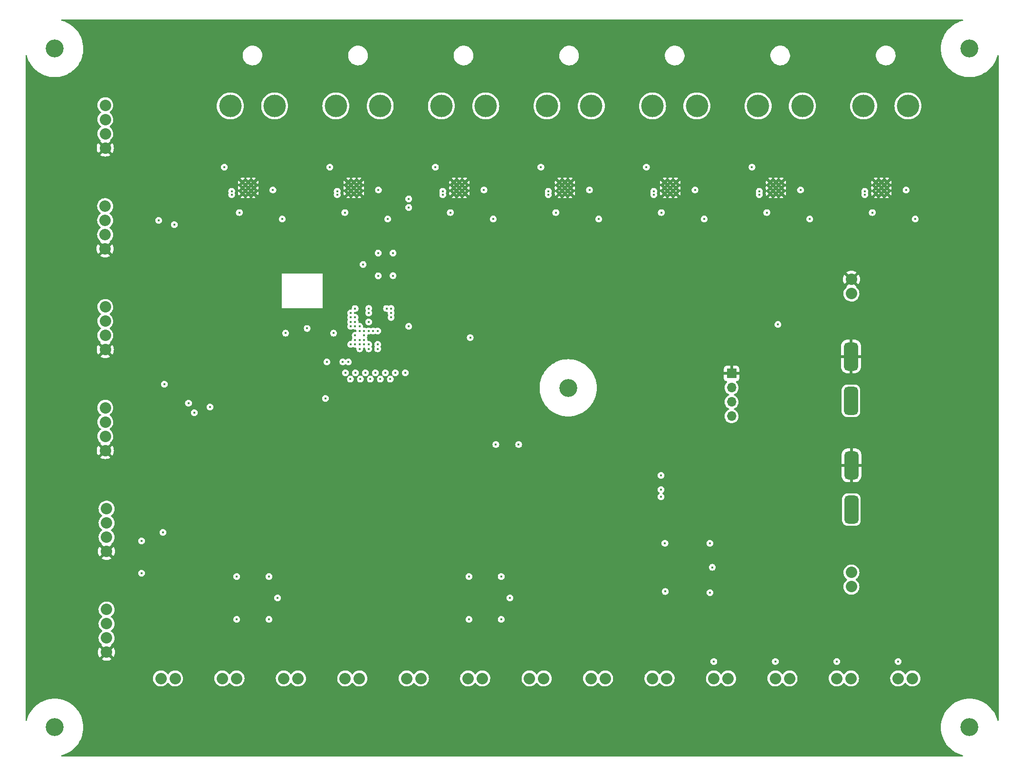
<source format=gbr>
%TF.GenerationSoftware,KiCad,Pcbnew,6.0.0*%
%TF.CreationDate,2022-01-12T19:51:10-05:00*%
%TF.ProjectId,sensor-board,73656e73-6f72-42d6-926f-6172642e6b69,-1*%
%TF.SameCoordinates,Original*%
%TF.FileFunction,Copper,L4,Bot*%
%TF.FilePolarity,Positive*%
%FSLAX46Y46*%
G04 Gerber Fmt 4.6, Leading zero omitted, Abs format (unit mm)*
G04 Created by KiCad (PCBNEW 6.0.0) date 2022-01-12 19:51:10*
%MOMM*%
%LPD*%
G01*
G04 APERTURE LIST*
G04 Aperture macros list*
%AMRoundRect*
0 Rectangle with rounded corners*
0 $1 Rounding radius*
0 $2 $3 $4 $5 $6 $7 $8 $9 X,Y pos of 4 corners*
0 Add a 4 corners polygon primitive as box body*
4,1,4,$2,$3,$4,$5,$6,$7,$8,$9,$2,$3,0*
0 Add four circle primitives for the rounded corners*
1,1,$1+$1,$2,$3*
1,1,$1+$1,$4,$5*
1,1,$1+$1,$6,$7*
1,1,$1+$1,$8,$9*
0 Add four rect primitives between the rounded corners*
20,1,$1+$1,$2,$3,$4,$5,0*
20,1,$1+$1,$4,$5,$6,$7,0*
20,1,$1+$1,$6,$7,$8,$9,0*
20,1,$1+$1,$8,$9,$2,$3,0*%
G04 Aperture macros list end*
%TA.AperFunction,ComponentPad*%
%ADD10C,2.032000*%
%TD*%
%TA.AperFunction,ComponentPad*%
%ADD11C,4.000000*%
%TD*%
%TA.AperFunction,WasherPad*%
%ADD12C,3.200000*%
%TD*%
%TA.AperFunction,HeatsinkPad*%
%ADD13C,0.600000*%
%TD*%
%TA.AperFunction,ComponentPad*%
%ADD14R,1.700000X1.700000*%
%TD*%
%TA.AperFunction,ComponentPad*%
%ADD15O,1.700000X1.700000*%
%TD*%
%TA.AperFunction,ComponentPad*%
%ADD16RoundRect,0.625000X-0.625000X1.875000X-0.625000X-1.875000X0.625000X-1.875000X0.625000X1.875000X0*%
%TD*%
%TA.AperFunction,ViaPad*%
%ADD17C,0.400000*%
%TD*%
G04 APERTURE END LIST*
D10*
X126708456Y-151300000D03*
X129248456Y-151300000D03*
D11*
X121993933Y-49242000D03*
X114093933Y-49242000D03*
D12*
X155500000Y-99500000D03*
D10*
X214294172Y-151300000D03*
X216834172Y-151300000D03*
X192397740Y-151300000D03*
X194937740Y-151300000D03*
D12*
X64000000Y-160000000D03*
D10*
X72989600Y-67089000D03*
X72989600Y-69629000D03*
X72989600Y-72169000D03*
X72989600Y-74709000D03*
D12*
X227000000Y-39000000D03*
D10*
X73014600Y-49109000D03*
X73014600Y-51649000D03*
X73014600Y-54189000D03*
X73014600Y-56729000D03*
X205957600Y-134946000D03*
X205957600Y-132406000D03*
D11*
X216035600Y-49242000D03*
X208135600Y-49242000D03*
D13*
X212302268Y-62842000D03*
X212302268Y-63842000D03*
X210302268Y-62842000D03*
X212302268Y-64842000D03*
X211302268Y-62842000D03*
X211302268Y-63842000D03*
X210302268Y-63842000D03*
X210302268Y-64842000D03*
X211302268Y-64842000D03*
D10*
X205957600Y-82688000D03*
X205957600Y-80148000D03*
D13*
X97485600Y-64842000D03*
X99485600Y-63842000D03*
X97485600Y-63842000D03*
X97485600Y-62842000D03*
X99485600Y-64842000D03*
X99485600Y-62842000D03*
X98485600Y-64842000D03*
X98485600Y-62842000D03*
X98485600Y-63842000D03*
D10*
X73240790Y-139009000D03*
X73240790Y-141549000D03*
X73240790Y-144089000D03*
X73240790Y-146629000D03*
D11*
X178418932Y-49242000D03*
X170518932Y-49242000D03*
X159610599Y-49242000D03*
X151710599Y-49242000D03*
D10*
X137656670Y-151300000D03*
X140196670Y-151300000D03*
D14*
X184600000Y-96920000D03*
D15*
X184600000Y-99460000D03*
X184600000Y-102000000D03*
X184600000Y-104540000D03*
D10*
X82915600Y-151300000D03*
X85455600Y-151300000D03*
X181449526Y-151300000D03*
X183989526Y-151300000D03*
X104812028Y-151300000D03*
X107352028Y-151300000D03*
D13*
X155910599Y-63842000D03*
X155910599Y-62842000D03*
X153910599Y-63842000D03*
X153910599Y-62842000D03*
X154910599Y-64842000D03*
X154910599Y-63842000D03*
X155910599Y-64842000D03*
X154910599Y-62842000D03*
X153910599Y-64842000D03*
D16*
X205875000Y-101793333D03*
X205875000Y-93893333D03*
D11*
X103185600Y-49242000D03*
X95285600Y-49242000D03*
D12*
X227000000Y-160000000D03*
D10*
X73014600Y-103049000D03*
X73014600Y-105589000D03*
X73014600Y-108129000D03*
X73014600Y-110669000D03*
D13*
X137102266Y-62842000D03*
X137102266Y-64842000D03*
X136102266Y-63842000D03*
X135102266Y-64842000D03*
X135102266Y-63842000D03*
X137102266Y-63842000D03*
X136102266Y-64842000D03*
X135102266Y-62842000D03*
X136102266Y-62842000D03*
X191493933Y-62842000D03*
X193493933Y-63842000D03*
X192493933Y-62842000D03*
X191493933Y-63842000D03*
X192493933Y-63842000D03*
X192493933Y-64842000D03*
X193493933Y-64842000D03*
X191493933Y-64842000D03*
X193493933Y-62842000D03*
D11*
X197227265Y-49242000D03*
X189327265Y-49242000D03*
D10*
X73014600Y-85069000D03*
X73014600Y-87609000D03*
X73014600Y-90149000D03*
X73014600Y-92689000D03*
D12*
X64000000Y-39000000D03*
D10*
X93863814Y-151300000D03*
X96403814Y-151300000D03*
X115760242Y-151300000D03*
X118300242Y-151300000D03*
X148604884Y-151300000D03*
X151144884Y-151300000D03*
X159553098Y-151300000D03*
X162093098Y-151300000D03*
D16*
X205957600Y-121200666D03*
X205957600Y-113300666D03*
D10*
X170501312Y-151300000D03*
X173041312Y-151300000D03*
D13*
X173685600Y-62842000D03*
X172685600Y-62842000D03*
X174685600Y-63842000D03*
X174685600Y-62842000D03*
X173685600Y-64842000D03*
X172685600Y-63842000D03*
X172685600Y-64842000D03*
X173685600Y-63842000D03*
X174685600Y-64842000D03*
X118293933Y-64842000D03*
X118293933Y-62842000D03*
X116293933Y-62842000D03*
X117293933Y-62842000D03*
X117293933Y-63842000D03*
X117293933Y-64842000D03*
X116293933Y-64842000D03*
X118293933Y-63842000D03*
X116293933Y-63842000D03*
D10*
X73240790Y-121029000D03*
X73240790Y-123569000D03*
X73240790Y-126109000D03*
X73240790Y-128649000D03*
D11*
X140802266Y-49242000D03*
X132902266Y-49242000D03*
D10*
X203345954Y-151300000D03*
X205885954Y-151300000D03*
D17*
X112500000Y-120000000D03*
X195000000Y-105000000D03*
X197500000Y-42500000D03*
X182500000Y-157500000D03*
X174500000Y-56000000D03*
X222500000Y-112500000D03*
X162500000Y-75000000D03*
X190000000Y-139700000D03*
X217500000Y-117500000D03*
X135000000Y-77500000D03*
X191600000Y-135800000D03*
X134710600Y-136951000D03*
X127500000Y-42500000D03*
X127500000Y-110000000D03*
X100000000Y-85000000D03*
X108500000Y-71500000D03*
X195000000Y-130000000D03*
X118000000Y-56000000D03*
X62500000Y-57500000D03*
X80500000Y-80000000D03*
X87500000Y-120000000D03*
X157500000Y-105000000D03*
X155500000Y-56000000D03*
X120735600Y-88542000D03*
X127500000Y-125000000D03*
X69000000Y-43600000D03*
X225000000Y-72500000D03*
X112400000Y-140000000D03*
X114235600Y-148350000D03*
X217500000Y-132500000D03*
X202000000Y-73000000D03*
X152500000Y-80000000D03*
X217500000Y-97500000D03*
X99000000Y-56000000D03*
X77500000Y-157500000D03*
X200000000Y-110000000D03*
X177500000Y-122500000D03*
X127500000Y-105000000D03*
X152500000Y-125000000D03*
X80500000Y-60500000D03*
X225000000Y-67500000D03*
X200000000Y-115000000D03*
X191926600Y-81103000D03*
X217500000Y-102500000D03*
X116735600Y-90142000D03*
X95000000Y-100000000D03*
X77500000Y-42500000D03*
X129500000Y-74000000D03*
X222500000Y-152500000D03*
X193500000Y-56000000D03*
X157500000Y-80000000D03*
X225000000Y-62500000D03*
X220260600Y-148275000D03*
X87500000Y-157500000D03*
X160000000Y-135000000D03*
X102500000Y-157500000D03*
X212500000Y-157500000D03*
X122500000Y-135000000D03*
X62500000Y-77500000D03*
X157500000Y-137500000D03*
X62500000Y-87500000D03*
X217500000Y-87500000D03*
X147500000Y-157500000D03*
X142500000Y-157500000D03*
X142500000Y-75000000D03*
X222500000Y-107500000D03*
X121535600Y-88542000D03*
X190000000Y-95000000D03*
X140000000Y-77500000D03*
X81000000Y-143000000D03*
X62500000Y-112500000D03*
X140000000Y-125000000D03*
X152500000Y-135000000D03*
X162500000Y-157500000D03*
X75500000Y-79500000D03*
X62500000Y-117500000D03*
X167700000Y-139700000D03*
X81435600Y-148350000D03*
X172500000Y-80000000D03*
X127500000Y-135000000D03*
X62500000Y-137500000D03*
X80000000Y-67500000D03*
X202500000Y-56000000D03*
X62500000Y-72500000D03*
X62500000Y-127500000D03*
X83275600Y-134663000D03*
X110000000Y-42500000D03*
X125235600Y-148350000D03*
X221600000Y-46400000D03*
X62500000Y-67500000D03*
X100000000Y-112500000D03*
X197500000Y-157500000D03*
X195000000Y-100000000D03*
X62500000Y-107500000D03*
X119343600Y-101242500D03*
X119300000Y-140000000D03*
X140000000Y-100000000D03*
X177500000Y-100000000D03*
X157500000Y-125000000D03*
X86500000Y-98500000D03*
X212000000Y-56000000D03*
X122500000Y-125000000D03*
X100000000Y-115000000D03*
X92500000Y-115000000D03*
X180000000Y-42500000D03*
X144200000Y-148100000D03*
X177500000Y-80000000D03*
X137500000Y-157500000D03*
X172500000Y-157500000D03*
X122500000Y-130000000D03*
X217500000Y-127500000D03*
X95000000Y-85000000D03*
X152500000Y-90000000D03*
X84000000Y-138000000D03*
X62500000Y-82500000D03*
X94000000Y-95000000D03*
X222500000Y-102500000D03*
X62500000Y-97500000D03*
X200000000Y-100000000D03*
X146500000Y-56000000D03*
X77500000Y-152500000D03*
X142500000Y-80000000D03*
X100000000Y-100000000D03*
X165700000Y-148600000D03*
X95000000Y-80000000D03*
X188802400Y-88159400D03*
X140000000Y-115000000D03*
X152500000Y-110000000D03*
X117535600Y-86142000D03*
X105000000Y-42500000D03*
X117500000Y-135000000D03*
X222500000Y-132500000D03*
X152500000Y-115000000D03*
X157500000Y-115000000D03*
X147500000Y-130000000D03*
X170000000Y-42500000D03*
X165000000Y-56000000D03*
X83000000Y-49500000D03*
X185000000Y-122500000D03*
X133000000Y-148700000D03*
X209210600Y-148275000D03*
X152500000Y-137500000D03*
X202500000Y-157500000D03*
X222500000Y-77500000D03*
X132500000Y-157500000D03*
X165000000Y-42500000D03*
X127500000Y-120000000D03*
X87835600Y-92919000D03*
X200000000Y-105000000D03*
X74000000Y-97500000D03*
X152500000Y-130000000D03*
X132500000Y-42500000D03*
X119935600Y-88542000D03*
X128000000Y-56000000D03*
X172500000Y-95000000D03*
X222500000Y-92500000D03*
X177500000Y-85000000D03*
X117500000Y-125000000D03*
X112500000Y-157500000D03*
X195000000Y-110000000D03*
X182500000Y-75000000D03*
X122200000Y-146500000D03*
X177500000Y-110000000D03*
X62500000Y-62500000D03*
X217500000Y-112500000D03*
X97500000Y-157500000D03*
X103235600Y-148350000D03*
X127500000Y-157500000D03*
X198160600Y-148275000D03*
X111600000Y-147100000D03*
X172500000Y-90000000D03*
X217500000Y-137500000D03*
X222500000Y-147500000D03*
X177500000Y-95000000D03*
X190000000Y-105000000D03*
X222500000Y-117500000D03*
X140000000Y-120000000D03*
X172500000Y-110000000D03*
X222500000Y-142500000D03*
X140000000Y-105000000D03*
X182500000Y-110000000D03*
X172458600Y-131490000D03*
X217500000Y-107500000D03*
X82500000Y-42500000D03*
X157500000Y-157500000D03*
X162500000Y-80000000D03*
X157500000Y-110000000D03*
X147500000Y-80000000D03*
X67500000Y-152500000D03*
X217500000Y-42500000D03*
X92435600Y-148350000D03*
X147500000Y-75000000D03*
X87000000Y-90500000D03*
X217500000Y-157500000D03*
X157500000Y-120000000D03*
X92500000Y-42500000D03*
X80000000Y-72500000D03*
X62500000Y-102500000D03*
X188802400Y-79553600D03*
X93308600Y-136951000D03*
X122500000Y-120000000D03*
X62500000Y-52500000D03*
X147235600Y-148350000D03*
X167500000Y-157500000D03*
X100000000Y-120000000D03*
X163900000Y-144400000D03*
X108500000Y-56000000D03*
X62500000Y-152500000D03*
X112500000Y-135000000D03*
X167500000Y-80000000D03*
X172500000Y-85000000D03*
X142500000Y-125000000D03*
X160800000Y-144100000D03*
X225000000Y-52500000D03*
X207500000Y-157500000D03*
X117500000Y-157500000D03*
X152500000Y-157500000D03*
X128600000Y-140000000D03*
X185000000Y-139700000D03*
X127500000Y-115000000D03*
X195000000Y-88215000D03*
X158035600Y-148350000D03*
X160000000Y-125000000D03*
X146000000Y-70500000D03*
X207500000Y-42500000D03*
X192500000Y-157500000D03*
X87500000Y-115000000D03*
X62500000Y-132500000D03*
X157500000Y-135000000D03*
X152500000Y-105000000D03*
X222500000Y-137500000D03*
X94000000Y-90000000D03*
X217500000Y-122500000D03*
X92500000Y-120000000D03*
X225000000Y-77500000D03*
X147500000Y-120000000D03*
X62500000Y-122500000D03*
X136235600Y-148350000D03*
X190000000Y-100000000D03*
X62500000Y-92500000D03*
X181573600Y-115107000D03*
X187500000Y-157500000D03*
X62500000Y-142500000D03*
X217500000Y-92500000D03*
X222500000Y-87500000D03*
X131400000Y-144800000D03*
X155200000Y-147100000D03*
X112275000Y-113425000D03*
X217500000Y-82500000D03*
X90500000Y-135000000D03*
X107500000Y-157500000D03*
X187210600Y-148275000D03*
X185000000Y-42500000D03*
X222500000Y-97500000D03*
X171100000Y-142900000D03*
X99000000Y-129500000D03*
X127500000Y-130000000D03*
X76000000Y-116000000D03*
X202500000Y-137500000D03*
X112385600Y-82142000D03*
X100000000Y-122500000D03*
X122500000Y-42500000D03*
X140000000Y-95000000D03*
X200000000Y-90000000D03*
X72500000Y-42500000D03*
X100000000Y-80000000D03*
X169106600Y-148279000D03*
X184000000Y-56000000D03*
X90000000Y-146000000D03*
X100000000Y-105000000D03*
X117500000Y-130000000D03*
X147500000Y-125000000D03*
X147500000Y-42500000D03*
X92500000Y-157500000D03*
X195000000Y-95000000D03*
X142500000Y-42500000D03*
X160000000Y-130000000D03*
X222500000Y-122500000D03*
X117500000Y-120000000D03*
X160000000Y-120000000D03*
X160000000Y-42500000D03*
X62500000Y-47500000D03*
X142500000Y-120000000D03*
X225000000Y-47500000D03*
X112500000Y-125000000D03*
X83000000Y-54500000D03*
X222500000Y-82500000D03*
X136500000Y-56000000D03*
X82500000Y-157500000D03*
X87500000Y-42500000D03*
X112500000Y-130000000D03*
X62500000Y-147500000D03*
X202500000Y-42500000D03*
X225000000Y-57500000D03*
X152500000Y-120000000D03*
X177500000Y-157500000D03*
X177500000Y-90000000D03*
X190000000Y-110000000D03*
X200000000Y-95000000D03*
X122500000Y-157500000D03*
X222500000Y-127500000D03*
X157500000Y-90000000D03*
X167500000Y-110000000D03*
X157500000Y-130000000D03*
X72500000Y-152500000D03*
X105335600Y-78117000D03*
X172500000Y-100000000D03*
X196885600Y-64242000D03*
X87835600Y-102226925D03*
X119935600Y-89342000D03*
X119343600Y-96810500D03*
X118467600Y-97940500D03*
X124677600Y-96810500D03*
X123801600Y-97940500D03*
X140485600Y-64242000D03*
X121535600Y-89342000D03*
X120245600Y-97940500D03*
X150635600Y-60142000D03*
X172048600Y-117647000D03*
X215685600Y-64242000D03*
X112231600Y-101382500D03*
X94235600Y-60142000D03*
X120735600Y-89342000D03*
X122899600Y-96810500D03*
X121121600Y-96810500D03*
X131835600Y-60142000D03*
X121685600Y-64242000D03*
X188235600Y-60142000D03*
X117535600Y-86942000D03*
X169435600Y-60142000D03*
X145126600Y-136951000D03*
X122023600Y-97940500D03*
X192876600Y-88199800D03*
X117565600Y-96810500D03*
X102885600Y-64242000D03*
X178085600Y-64242000D03*
X115787600Y-96810500D03*
X181163600Y-131490000D03*
X159285600Y-64242000D03*
X83275600Y-125265000D03*
X119135600Y-89342000D03*
X118962600Y-77481000D03*
X113035600Y-60142000D03*
X116689600Y-97940500D03*
X117535600Y-85342000D03*
X103724600Y-136951000D03*
X180771600Y-136000000D03*
X214294172Y-148279000D03*
X180735600Y-127207000D03*
X203345954Y-148279000D03*
X172735600Y-127207000D03*
X192397740Y-148279000D03*
X172771600Y-135800000D03*
X181449526Y-148279000D03*
X85307600Y-70401000D03*
X82513600Y-69639000D03*
X117535600Y-90142000D03*
X83529600Y-98849000D03*
X88863600Y-103929000D03*
X91657600Y-102913000D03*
X117535600Y-90942000D03*
X96438600Y-133141000D03*
X117535600Y-91742000D03*
X96438400Y-140766800D03*
X118335600Y-92542000D03*
X138035600Y-90542000D03*
X119135600Y-90942000D03*
X217335600Y-69392000D03*
X209672600Y-68242000D03*
X160935600Y-69392000D03*
X153284600Y-68242000D03*
X104535600Y-69392000D03*
X96896600Y-68242000D03*
X198535600Y-69392000D03*
X190876600Y-68242000D03*
X142135600Y-69392000D03*
X134488600Y-68242000D03*
X179735600Y-69392000D03*
X172080600Y-68242000D03*
X115692600Y-68242000D03*
X123335600Y-69392000D03*
X105135600Y-89742000D03*
X116735600Y-88542000D03*
X117535600Y-88542000D03*
X79465600Y-126788800D03*
X115335600Y-94892000D03*
X117535600Y-87742000D03*
X79465600Y-132528800D03*
X118335600Y-88542000D03*
X146664000Y-109600000D03*
X116735600Y-91742000D03*
X118335600Y-89342000D03*
X102178400Y-140766800D03*
X112485600Y-94892000D03*
X113685600Y-89742000D03*
X102178600Y-133141000D03*
X118335600Y-90942000D03*
X116335600Y-94892000D03*
X143549400Y-140766800D03*
X118335600Y-91742000D03*
X143549600Y-133141000D03*
X119135600Y-91742000D03*
X119135600Y-90142000D03*
X142600000Y-109600000D03*
X119935600Y-91742000D03*
X137809600Y-133141000D03*
X137809400Y-140766800D03*
X119935600Y-92542000D03*
X121535600Y-91742000D03*
X121535600Y-92542000D03*
X123935600Y-85342000D03*
X123135600Y-85342000D03*
X114335600Y-64442000D03*
X170735600Y-64442000D03*
X151935600Y-64442000D03*
X121629600Y-75449000D03*
X127090600Y-67321000D03*
X95535600Y-64442000D03*
X127090600Y-65797000D03*
X189535600Y-64442000D03*
X133135600Y-64442000D03*
X208335600Y-64442000D03*
X189535600Y-65042000D03*
X208335600Y-65042000D03*
X121629600Y-79513000D03*
X114335600Y-65042000D03*
X151935600Y-65042000D03*
X95535600Y-65042000D03*
X133135600Y-65042000D03*
X170735600Y-65042000D03*
X172048600Y-115107000D03*
X123935600Y-86142000D03*
X123935600Y-86942000D03*
X172048600Y-118917000D03*
X119935600Y-85342000D03*
X124285600Y-79502000D03*
X119935600Y-86142000D03*
X124296600Y-75449000D03*
X116735600Y-86142000D03*
X116735600Y-86942000D03*
X119935600Y-87742000D03*
X126455600Y-96810500D03*
X127090600Y-88530000D03*
X116735600Y-87742000D03*
X108985600Y-88892000D03*
%TA.AperFunction,Conductor*%
G36*
X225807846Y-33820002D02*
G01*
X225854339Y-33873658D01*
X225864443Y-33943932D01*
X225834949Y-34008512D01*
X225775223Y-34046896D01*
X225766994Y-34049013D01*
X225678636Y-34068602D01*
X225676011Y-34069430D01*
X225676006Y-34069431D01*
X225256492Y-34201703D01*
X225256484Y-34201706D01*
X225253864Y-34202532D01*
X224842382Y-34372973D01*
X224447321Y-34578629D01*
X224071686Y-34817935D01*
X223840669Y-34995200D01*
X223720506Y-35087404D01*
X223720500Y-35087409D01*
X223718338Y-35089068D01*
X223389966Y-35389966D01*
X223089068Y-35718338D01*
X223087409Y-35720500D01*
X223087404Y-35720506D01*
X223026407Y-35800000D01*
X222817935Y-36071686D01*
X222578629Y-36447321D01*
X222372973Y-36842382D01*
X222202532Y-37253864D01*
X222201706Y-37256484D01*
X222201703Y-37256492D01*
X222101005Y-37575866D01*
X222068602Y-37678636D01*
X221972203Y-38113464D01*
X221914068Y-38555039D01*
X221894641Y-39000000D01*
X221914068Y-39444961D01*
X221950129Y-39718866D01*
X221970361Y-39872542D01*
X221972203Y-39886536D01*
X222068602Y-40321364D01*
X222069430Y-40323989D01*
X222069431Y-40323994D01*
X222093272Y-40399606D01*
X222202532Y-40746136D01*
X222372973Y-41157618D01*
X222578629Y-41552679D01*
X222817935Y-41928314D01*
X223089068Y-42281662D01*
X223389966Y-42610034D01*
X223718338Y-42910932D01*
X223720500Y-42912591D01*
X223720506Y-42912596D01*
X223840669Y-43004800D01*
X224071686Y-43182065D01*
X224447320Y-43421371D01*
X224842382Y-43627027D01*
X225253864Y-43797468D01*
X225256484Y-43798294D01*
X225256492Y-43798297D01*
X225676006Y-43930569D01*
X225676011Y-43930570D01*
X225678636Y-43931398D01*
X226113464Y-44027797D01*
X226116184Y-44028155D01*
X226116189Y-44028156D01*
X226281134Y-44049871D01*
X226555039Y-44085932D01*
X227000000Y-44105359D01*
X227444961Y-44085932D01*
X227718866Y-44049871D01*
X227883811Y-44028156D01*
X227883816Y-44028155D01*
X227886536Y-44027797D01*
X228321364Y-43931398D01*
X228323989Y-43930570D01*
X228323994Y-43930569D01*
X228743508Y-43798297D01*
X228743516Y-43798294D01*
X228746136Y-43797468D01*
X229157618Y-43627027D01*
X229552680Y-43421371D01*
X229928314Y-43182065D01*
X230159331Y-43004800D01*
X230279494Y-42912596D01*
X230279500Y-42912591D01*
X230281662Y-42910932D01*
X230610034Y-42610034D01*
X230910932Y-42281662D01*
X231182065Y-41928314D01*
X231421371Y-41552679D01*
X231627027Y-41157618D01*
X231797468Y-40746136D01*
X231906729Y-40399606D01*
X231930569Y-40323994D01*
X231930570Y-40323989D01*
X231931398Y-40321364D01*
X231950987Y-40233004D01*
X231985259Y-40170827D01*
X232047705Y-40137049D01*
X232118501Y-40142395D01*
X232175167Y-40185167D01*
X232199714Y-40251785D01*
X232200000Y-40260275D01*
X232200000Y-158739725D01*
X232179998Y-158807846D01*
X232126342Y-158854339D01*
X232056068Y-158864443D01*
X231991488Y-158834949D01*
X231953104Y-158775223D01*
X231950987Y-158766996D01*
X231931995Y-158681329D01*
X231931398Y-158678636D01*
X231797468Y-158253864D01*
X231627027Y-157842382D01*
X231421371Y-157447321D01*
X231182065Y-157071686D01*
X230910932Y-156718338D01*
X230610034Y-156389966D01*
X230281662Y-156089068D01*
X230279500Y-156087409D01*
X230279494Y-156087404D01*
X230159331Y-155995200D01*
X229928314Y-155817935D01*
X229552680Y-155578629D01*
X229157618Y-155372973D01*
X228746136Y-155202532D01*
X228743516Y-155201706D01*
X228743508Y-155201703D01*
X228323994Y-155069431D01*
X228323989Y-155069430D01*
X228321364Y-155068602D01*
X227886536Y-154972203D01*
X227883816Y-154971845D01*
X227883811Y-154971844D01*
X227718866Y-154950129D01*
X227444961Y-154914068D01*
X227000000Y-154894641D01*
X226555039Y-154914068D01*
X226281134Y-154950129D01*
X226116189Y-154971844D01*
X226116184Y-154971845D01*
X226113464Y-154972203D01*
X225678636Y-155068602D01*
X225676011Y-155069430D01*
X225676006Y-155069431D01*
X225256492Y-155201703D01*
X225256484Y-155201706D01*
X225253864Y-155202532D01*
X224842382Y-155372973D01*
X224447321Y-155578629D01*
X224071686Y-155817935D01*
X223840669Y-155995200D01*
X223720506Y-156087404D01*
X223720500Y-156087409D01*
X223718338Y-156089068D01*
X223389966Y-156389966D01*
X223089068Y-156718338D01*
X222817935Y-157071686D01*
X222578629Y-157447321D01*
X222372973Y-157842382D01*
X222202532Y-158253864D01*
X222068602Y-158678636D01*
X221972203Y-159113464D01*
X221914068Y-159555039D01*
X221894641Y-160000000D01*
X221914068Y-160444961D01*
X221972203Y-160886536D01*
X222068602Y-161321364D01*
X222069430Y-161323989D01*
X222069431Y-161323994D01*
X222134841Y-161531446D01*
X222202532Y-161746136D01*
X222372973Y-162157618D01*
X222578629Y-162552679D01*
X222817935Y-162928314D01*
X222867490Y-162992895D01*
X223080643Y-163270682D01*
X223089068Y-163281662D01*
X223389966Y-163610034D01*
X223718338Y-163910932D01*
X223720500Y-163912591D01*
X223720506Y-163912596D01*
X223727197Y-163917730D01*
X224071686Y-164182065D01*
X224447320Y-164421371D01*
X224842382Y-164627027D01*
X225253864Y-164797468D01*
X225256484Y-164798294D01*
X225256492Y-164798297D01*
X225676006Y-164930569D01*
X225676011Y-164930570D01*
X225678636Y-164931398D01*
X225681330Y-164931995D01*
X225681329Y-164931995D01*
X225766996Y-164950987D01*
X225829173Y-164985259D01*
X225862951Y-165047705D01*
X225857605Y-165118501D01*
X225814833Y-165175167D01*
X225748215Y-165199714D01*
X225739725Y-165200000D01*
X65260275Y-165200000D01*
X65192154Y-165179998D01*
X65145661Y-165126342D01*
X65135557Y-165056068D01*
X65165051Y-164991488D01*
X65224777Y-164953104D01*
X65233004Y-164950987D01*
X65318671Y-164931995D01*
X65318670Y-164931995D01*
X65321364Y-164931398D01*
X65323989Y-164930570D01*
X65323994Y-164930569D01*
X65743508Y-164798297D01*
X65743516Y-164798294D01*
X65746136Y-164797468D01*
X66157618Y-164627027D01*
X66552680Y-164421371D01*
X66928314Y-164182065D01*
X67272803Y-163917730D01*
X67279494Y-163912596D01*
X67279500Y-163912591D01*
X67281662Y-163910932D01*
X67610034Y-163610034D01*
X67910932Y-163281662D01*
X67919358Y-163270682D01*
X68132510Y-162992895D01*
X68182065Y-162928314D01*
X68421371Y-162552679D01*
X68627027Y-162157618D01*
X68797468Y-161746136D01*
X68865160Y-161531446D01*
X68930569Y-161323994D01*
X68930570Y-161323989D01*
X68931398Y-161321364D01*
X69027797Y-160886536D01*
X69085932Y-160444961D01*
X69105359Y-160000000D01*
X69085932Y-159555039D01*
X69027797Y-159113464D01*
X68931398Y-158678636D01*
X68797468Y-158253864D01*
X68627027Y-157842382D01*
X68421371Y-157447321D01*
X68182065Y-157071686D01*
X67910932Y-156718338D01*
X67610034Y-156389966D01*
X67281662Y-156089068D01*
X67279500Y-156087409D01*
X67279494Y-156087404D01*
X67159331Y-155995200D01*
X66928314Y-155817935D01*
X66552680Y-155578629D01*
X66157618Y-155372973D01*
X65746136Y-155202532D01*
X65743516Y-155201706D01*
X65743508Y-155201703D01*
X65323994Y-155069431D01*
X65323989Y-155069430D01*
X65321364Y-155068602D01*
X64886536Y-154972203D01*
X64883816Y-154971845D01*
X64883811Y-154971844D01*
X64718866Y-154950129D01*
X64444961Y-154914068D01*
X64000000Y-154894641D01*
X63555039Y-154914068D01*
X63281134Y-154950129D01*
X63116189Y-154971844D01*
X63116184Y-154971845D01*
X63113464Y-154972203D01*
X62678636Y-155068602D01*
X62676011Y-155069430D01*
X62676006Y-155069431D01*
X62256492Y-155201703D01*
X62256484Y-155201706D01*
X62253864Y-155202532D01*
X61842382Y-155372973D01*
X61447321Y-155578629D01*
X61071686Y-155817935D01*
X60840669Y-155995200D01*
X60720506Y-156087404D01*
X60720500Y-156087409D01*
X60718338Y-156089068D01*
X60389966Y-156389966D01*
X60089068Y-156718338D01*
X59817935Y-157071686D01*
X59578629Y-157447321D01*
X59372973Y-157842382D01*
X59202532Y-158253864D01*
X59068602Y-158678636D01*
X59068005Y-158681329D01*
X59049013Y-158766996D01*
X59014741Y-158829173D01*
X58952295Y-158862951D01*
X58881499Y-158857605D01*
X58824833Y-158814833D01*
X58800286Y-158748215D01*
X58800000Y-158739725D01*
X58800000Y-151265273D01*
X81494669Y-151265273D01*
X81508078Y-151497814D01*
X81509213Y-151502851D01*
X81509214Y-151502857D01*
X81531189Y-151600368D01*
X81559286Y-151725043D01*
X81561230Y-151729829D01*
X81561231Y-151729834D01*
X81643352Y-151932072D01*
X81646919Y-151940857D01*
X81768623Y-152139460D01*
X81921130Y-152315519D01*
X82100344Y-152464306D01*
X82301453Y-152581824D01*
X82519055Y-152664918D01*
X82524121Y-152665949D01*
X82524122Y-152665949D01*
X82578918Y-152677097D01*
X82747306Y-152711356D01*
X82878079Y-152716152D01*
X82974913Y-152719703D01*
X82974918Y-152719703D01*
X82980077Y-152719892D01*
X82985197Y-152719236D01*
X82985199Y-152719236D01*
X83058026Y-152709906D01*
X83211116Y-152690295D01*
X83216065Y-152688810D01*
X83216071Y-152688809D01*
X83429276Y-152624844D01*
X83434219Y-152623361D01*
X83643395Y-152520887D01*
X83687537Y-152489401D01*
X83828813Y-152388630D01*
X83828818Y-152388626D01*
X83833025Y-152385625D01*
X83998016Y-152221208D01*
X84082031Y-152104289D01*
X84138024Y-152060643D01*
X84208728Y-152054197D01*
X84271692Y-152087000D01*
X84291785Y-152111982D01*
X84308623Y-152139460D01*
X84461130Y-152315519D01*
X84640344Y-152464306D01*
X84841453Y-152581824D01*
X85059055Y-152664918D01*
X85064121Y-152665949D01*
X85064122Y-152665949D01*
X85118918Y-152677097D01*
X85287306Y-152711356D01*
X85418079Y-152716152D01*
X85514913Y-152719703D01*
X85514918Y-152719703D01*
X85520077Y-152719892D01*
X85525197Y-152719236D01*
X85525199Y-152719236D01*
X85598026Y-152709906D01*
X85751116Y-152690295D01*
X85756065Y-152688810D01*
X85756071Y-152688809D01*
X85969276Y-152624844D01*
X85974219Y-152623361D01*
X86183395Y-152520887D01*
X86227537Y-152489401D01*
X86368813Y-152388630D01*
X86368818Y-152388626D01*
X86373025Y-152385625D01*
X86538016Y-152221208D01*
X86599921Y-152135059D01*
X86670921Y-152036253D01*
X86670925Y-152036247D01*
X86673939Y-152032052D01*
X86777142Y-151823236D01*
X86808510Y-151719994D01*
X86843351Y-151605320D01*
X86843352Y-151605314D01*
X86844855Y-151600368D01*
X86875258Y-151369433D01*
X86876955Y-151300000D01*
X86874100Y-151265273D01*
X92442883Y-151265273D01*
X92456292Y-151497814D01*
X92457427Y-151502851D01*
X92457428Y-151502857D01*
X92479403Y-151600368D01*
X92507500Y-151725043D01*
X92509444Y-151729829D01*
X92509445Y-151729834D01*
X92591566Y-151932072D01*
X92595133Y-151940857D01*
X92716837Y-152139460D01*
X92869344Y-152315519D01*
X93048558Y-152464306D01*
X93249667Y-152581824D01*
X93467269Y-152664918D01*
X93472335Y-152665949D01*
X93472336Y-152665949D01*
X93527132Y-152677097D01*
X93695520Y-152711356D01*
X93826293Y-152716152D01*
X93923127Y-152719703D01*
X93923132Y-152719703D01*
X93928291Y-152719892D01*
X93933411Y-152719236D01*
X93933413Y-152719236D01*
X94006240Y-152709906D01*
X94159330Y-152690295D01*
X94164279Y-152688810D01*
X94164285Y-152688809D01*
X94377490Y-152624844D01*
X94382433Y-152623361D01*
X94591609Y-152520887D01*
X94635751Y-152489401D01*
X94777027Y-152388630D01*
X94777032Y-152388626D01*
X94781239Y-152385625D01*
X94946230Y-152221208D01*
X95030245Y-152104289D01*
X95086238Y-152060643D01*
X95156942Y-152054197D01*
X95219906Y-152087000D01*
X95239999Y-152111982D01*
X95256837Y-152139460D01*
X95409344Y-152315519D01*
X95588558Y-152464306D01*
X95789667Y-152581824D01*
X96007269Y-152664918D01*
X96012335Y-152665949D01*
X96012336Y-152665949D01*
X96067132Y-152677097D01*
X96235520Y-152711356D01*
X96366293Y-152716152D01*
X96463127Y-152719703D01*
X96463132Y-152719703D01*
X96468291Y-152719892D01*
X96473411Y-152719236D01*
X96473413Y-152719236D01*
X96546240Y-152709906D01*
X96699330Y-152690295D01*
X96704279Y-152688810D01*
X96704285Y-152688809D01*
X96917490Y-152624844D01*
X96922433Y-152623361D01*
X97131609Y-152520887D01*
X97175751Y-152489401D01*
X97317027Y-152388630D01*
X97317032Y-152388626D01*
X97321239Y-152385625D01*
X97486230Y-152221208D01*
X97548135Y-152135059D01*
X97619135Y-152036253D01*
X97619139Y-152036247D01*
X97622153Y-152032052D01*
X97725356Y-151823236D01*
X97756724Y-151719994D01*
X97791565Y-151605320D01*
X97791566Y-151605314D01*
X97793069Y-151600368D01*
X97823472Y-151369433D01*
X97825169Y-151300000D01*
X97822314Y-151265273D01*
X103391097Y-151265273D01*
X103404506Y-151497814D01*
X103405641Y-151502851D01*
X103405642Y-151502857D01*
X103427617Y-151600368D01*
X103455714Y-151725043D01*
X103457658Y-151729829D01*
X103457659Y-151729834D01*
X103539780Y-151932072D01*
X103543347Y-151940857D01*
X103665051Y-152139460D01*
X103817558Y-152315519D01*
X103996772Y-152464306D01*
X104197881Y-152581824D01*
X104415483Y-152664918D01*
X104420549Y-152665949D01*
X104420550Y-152665949D01*
X104475346Y-152677097D01*
X104643734Y-152711356D01*
X104774507Y-152716152D01*
X104871341Y-152719703D01*
X104871346Y-152719703D01*
X104876505Y-152719892D01*
X104881625Y-152719236D01*
X104881627Y-152719236D01*
X104954454Y-152709906D01*
X105107544Y-152690295D01*
X105112493Y-152688810D01*
X105112499Y-152688809D01*
X105325704Y-152624844D01*
X105330647Y-152623361D01*
X105539823Y-152520887D01*
X105583965Y-152489401D01*
X105725241Y-152388630D01*
X105725246Y-152388626D01*
X105729453Y-152385625D01*
X105894444Y-152221208D01*
X105978459Y-152104289D01*
X106034452Y-152060643D01*
X106105156Y-152054197D01*
X106168120Y-152087000D01*
X106188213Y-152111982D01*
X106205051Y-152139460D01*
X106357558Y-152315519D01*
X106536772Y-152464306D01*
X106737881Y-152581824D01*
X106955483Y-152664918D01*
X106960549Y-152665949D01*
X106960550Y-152665949D01*
X107015346Y-152677097D01*
X107183734Y-152711356D01*
X107314507Y-152716152D01*
X107411341Y-152719703D01*
X107411346Y-152719703D01*
X107416505Y-152719892D01*
X107421625Y-152719236D01*
X107421627Y-152719236D01*
X107494454Y-152709906D01*
X107647544Y-152690295D01*
X107652493Y-152688810D01*
X107652499Y-152688809D01*
X107865704Y-152624844D01*
X107870647Y-152623361D01*
X108079823Y-152520887D01*
X108123965Y-152489401D01*
X108265241Y-152388630D01*
X108265246Y-152388626D01*
X108269453Y-152385625D01*
X108434444Y-152221208D01*
X108496349Y-152135059D01*
X108567349Y-152036253D01*
X108567353Y-152036247D01*
X108570367Y-152032052D01*
X108673570Y-151823236D01*
X108704938Y-151719994D01*
X108739779Y-151605320D01*
X108739780Y-151605314D01*
X108741283Y-151600368D01*
X108771686Y-151369433D01*
X108773383Y-151300000D01*
X108770528Y-151265273D01*
X114339311Y-151265273D01*
X114352720Y-151497814D01*
X114353855Y-151502851D01*
X114353856Y-151502857D01*
X114375831Y-151600368D01*
X114403928Y-151725043D01*
X114405872Y-151729829D01*
X114405873Y-151729834D01*
X114487994Y-151932072D01*
X114491561Y-151940857D01*
X114613265Y-152139460D01*
X114765772Y-152315519D01*
X114944986Y-152464306D01*
X115146095Y-152581824D01*
X115363697Y-152664918D01*
X115368763Y-152665949D01*
X115368764Y-152665949D01*
X115423560Y-152677097D01*
X115591948Y-152711356D01*
X115722721Y-152716152D01*
X115819555Y-152719703D01*
X115819560Y-152719703D01*
X115824719Y-152719892D01*
X115829839Y-152719236D01*
X115829841Y-152719236D01*
X115902668Y-152709906D01*
X116055758Y-152690295D01*
X116060707Y-152688810D01*
X116060713Y-152688809D01*
X116273918Y-152624844D01*
X116278861Y-152623361D01*
X116488037Y-152520887D01*
X116532179Y-152489401D01*
X116673455Y-152388630D01*
X116673460Y-152388626D01*
X116677667Y-152385625D01*
X116842658Y-152221208D01*
X116926673Y-152104289D01*
X116982666Y-152060643D01*
X117053370Y-152054197D01*
X117116334Y-152087000D01*
X117136427Y-152111982D01*
X117153265Y-152139460D01*
X117305772Y-152315519D01*
X117484986Y-152464306D01*
X117686095Y-152581824D01*
X117903697Y-152664918D01*
X117908763Y-152665949D01*
X117908764Y-152665949D01*
X117963560Y-152677097D01*
X118131948Y-152711356D01*
X118262721Y-152716152D01*
X118359555Y-152719703D01*
X118359560Y-152719703D01*
X118364719Y-152719892D01*
X118369839Y-152719236D01*
X118369841Y-152719236D01*
X118442668Y-152709906D01*
X118595758Y-152690295D01*
X118600707Y-152688810D01*
X118600713Y-152688809D01*
X118813918Y-152624844D01*
X118818861Y-152623361D01*
X119028037Y-152520887D01*
X119072179Y-152489401D01*
X119213455Y-152388630D01*
X119213460Y-152388626D01*
X119217667Y-152385625D01*
X119382658Y-152221208D01*
X119444563Y-152135059D01*
X119515563Y-152036253D01*
X119515567Y-152036247D01*
X119518581Y-152032052D01*
X119621784Y-151823236D01*
X119653152Y-151719994D01*
X119687993Y-151605320D01*
X119687994Y-151605314D01*
X119689497Y-151600368D01*
X119719900Y-151369433D01*
X119721597Y-151300000D01*
X119718742Y-151265273D01*
X125287525Y-151265273D01*
X125300934Y-151497814D01*
X125302069Y-151502851D01*
X125302070Y-151502857D01*
X125324045Y-151600368D01*
X125352142Y-151725043D01*
X125354086Y-151729829D01*
X125354087Y-151729834D01*
X125436208Y-151932072D01*
X125439775Y-151940857D01*
X125561479Y-152139460D01*
X125713986Y-152315519D01*
X125893200Y-152464306D01*
X126094309Y-152581824D01*
X126311911Y-152664918D01*
X126316977Y-152665949D01*
X126316978Y-152665949D01*
X126371774Y-152677097D01*
X126540162Y-152711356D01*
X126670935Y-152716152D01*
X126767769Y-152719703D01*
X126767774Y-152719703D01*
X126772933Y-152719892D01*
X126778053Y-152719236D01*
X126778055Y-152719236D01*
X126850882Y-152709906D01*
X127003972Y-152690295D01*
X127008921Y-152688810D01*
X127008927Y-152688809D01*
X127222132Y-152624844D01*
X127227075Y-152623361D01*
X127436251Y-152520887D01*
X127480393Y-152489401D01*
X127621669Y-152388630D01*
X127621674Y-152388626D01*
X127625881Y-152385625D01*
X127790872Y-152221208D01*
X127874887Y-152104289D01*
X127930880Y-152060643D01*
X128001584Y-152054197D01*
X128064548Y-152087000D01*
X128084641Y-152111982D01*
X128101479Y-152139460D01*
X128253986Y-152315519D01*
X128433200Y-152464306D01*
X128634309Y-152581824D01*
X128851911Y-152664918D01*
X128856977Y-152665949D01*
X128856978Y-152665949D01*
X128911774Y-152677097D01*
X129080162Y-152711356D01*
X129210935Y-152716152D01*
X129307769Y-152719703D01*
X129307774Y-152719703D01*
X129312933Y-152719892D01*
X129318053Y-152719236D01*
X129318055Y-152719236D01*
X129390882Y-152709906D01*
X129543972Y-152690295D01*
X129548921Y-152688810D01*
X129548927Y-152688809D01*
X129762132Y-152624844D01*
X129767075Y-152623361D01*
X129976251Y-152520887D01*
X130020393Y-152489401D01*
X130161669Y-152388630D01*
X130161674Y-152388626D01*
X130165881Y-152385625D01*
X130330872Y-152221208D01*
X130392777Y-152135059D01*
X130463777Y-152036253D01*
X130463781Y-152036247D01*
X130466795Y-152032052D01*
X130569998Y-151823236D01*
X130601366Y-151719994D01*
X130636207Y-151605320D01*
X130636208Y-151605314D01*
X130637711Y-151600368D01*
X130668114Y-151369433D01*
X130669811Y-151300000D01*
X130666956Y-151265273D01*
X136235739Y-151265273D01*
X136249148Y-151497814D01*
X136250283Y-151502851D01*
X136250284Y-151502857D01*
X136272259Y-151600368D01*
X136300356Y-151725043D01*
X136302300Y-151729829D01*
X136302301Y-151729834D01*
X136384422Y-151932072D01*
X136387989Y-151940857D01*
X136509693Y-152139460D01*
X136662200Y-152315519D01*
X136841414Y-152464306D01*
X137042523Y-152581824D01*
X137260125Y-152664918D01*
X137265191Y-152665949D01*
X137265192Y-152665949D01*
X137319988Y-152677097D01*
X137488376Y-152711356D01*
X137619149Y-152716152D01*
X137715983Y-152719703D01*
X137715988Y-152719703D01*
X137721147Y-152719892D01*
X137726267Y-152719236D01*
X137726269Y-152719236D01*
X137799096Y-152709906D01*
X137952186Y-152690295D01*
X137957135Y-152688810D01*
X137957141Y-152688809D01*
X138170346Y-152624844D01*
X138175289Y-152623361D01*
X138384465Y-152520887D01*
X138428607Y-152489401D01*
X138569883Y-152388630D01*
X138569888Y-152388626D01*
X138574095Y-152385625D01*
X138739086Y-152221208D01*
X138823101Y-152104289D01*
X138879094Y-152060643D01*
X138949798Y-152054197D01*
X139012762Y-152087000D01*
X139032855Y-152111982D01*
X139049693Y-152139460D01*
X139202200Y-152315519D01*
X139381414Y-152464306D01*
X139582523Y-152581824D01*
X139800125Y-152664918D01*
X139805191Y-152665949D01*
X139805192Y-152665949D01*
X139859988Y-152677097D01*
X140028376Y-152711356D01*
X140159149Y-152716152D01*
X140255983Y-152719703D01*
X140255988Y-152719703D01*
X140261147Y-152719892D01*
X140266267Y-152719236D01*
X140266269Y-152719236D01*
X140339096Y-152709906D01*
X140492186Y-152690295D01*
X140497135Y-152688810D01*
X140497141Y-152688809D01*
X140710346Y-152624844D01*
X140715289Y-152623361D01*
X140924465Y-152520887D01*
X140968607Y-152489401D01*
X141109883Y-152388630D01*
X141109888Y-152388626D01*
X141114095Y-152385625D01*
X141279086Y-152221208D01*
X141340991Y-152135059D01*
X141411991Y-152036253D01*
X141411995Y-152036247D01*
X141415009Y-152032052D01*
X141518212Y-151823236D01*
X141549580Y-151719994D01*
X141584421Y-151605320D01*
X141584422Y-151605314D01*
X141585925Y-151600368D01*
X141616328Y-151369433D01*
X141618025Y-151300000D01*
X141615170Y-151265273D01*
X147183953Y-151265273D01*
X147197362Y-151497814D01*
X147198497Y-151502851D01*
X147198498Y-151502857D01*
X147220473Y-151600368D01*
X147248570Y-151725043D01*
X147250514Y-151729829D01*
X147250515Y-151729834D01*
X147332636Y-151932072D01*
X147336203Y-151940857D01*
X147457907Y-152139460D01*
X147610414Y-152315519D01*
X147789628Y-152464306D01*
X147990737Y-152581824D01*
X148208339Y-152664918D01*
X148213405Y-152665949D01*
X148213406Y-152665949D01*
X148268202Y-152677097D01*
X148436590Y-152711356D01*
X148567363Y-152716152D01*
X148664197Y-152719703D01*
X148664202Y-152719703D01*
X148669361Y-152719892D01*
X148674481Y-152719236D01*
X148674483Y-152719236D01*
X148747310Y-152709906D01*
X148900400Y-152690295D01*
X148905349Y-152688810D01*
X148905355Y-152688809D01*
X149118560Y-152624844D01*
X149123503Y-152623361D01*
X149332679Y-152520887D01*
X149376821Y-152489401D01*
X149518097Y-152388630D01*
X149518102Y-152388626D01*
X149522309Y-152385625D01*
X149687300Y-152221208D01*
X149771315Y-152104289D01*
X149827308Y-152060643D01*
X149898012Y-152054197D01*
X149960976Y-152087000D01*
X149981069Y-152111982D01*
X149997907Y-152139460D01*
X150150414Y-152315519D01*
X150329628Y-152464306D01*
X150530737Y-152581824D01*
X150748339Y-152664918D01*
X150753405Y-152665949D01*
X150753406Y-152665949D01*
X150808202Y-152677097D01*
X150976590Y-152711356D01*
X151107363Y-152716152D01*
X151204197Y-152719703D01*
X151204202Y-152719703D01*
X151209361Y-152719892D01*
X151214481Y-152719236D01*
X151214483Y-152719236D01*
X151287310Y-152709906D01*
X151440400Y-152690295D01*
X151445349Y-152688810D01*
X151445355Y-152688809D01*
X151658560Y-152624844D01*
X151663503Y-152623361D01*
X151872679Y-152520887D01*
X151916821Y-152489401D01*
X152058097Y-152388630D01*
X152058102Y-152388626D01*
X152062309Y-152385625D01*
X152227300Y-152221208D01*
X152289205Y-152135059D01*
X152360205Y-152036253D01*
X152360209Y-152036247D01*
X152363223Y-152032052D01*
X152466426Y-151823236D01*
X152497794Y-151719994D01*
X152532635Y-151605320D01*
X152532636Y-151605314D01*
X152534139Y-151600368D01*
X152564542Y-151369433D01*
X152566239Y-151300000D01*
X152563384Y-151265273D01*
X158132167Y-151265273D01*
X158145576Y-151497814D01*
X158146711Y-151502851D01*
X158146712Y-151502857D01*
X158168687Y-151600368D01*
X158196784Y-151725043D01*
X158198728Y-151729829D01*
X158198729Y-151729834D01*
X158280850Y-151932072D01*
X158284417Y-151940857D01*
X158406121Y-152139460D01*
X158558628Y-152315519D01*
X158737842Y-152464306D01*
X158938951Y-152581824D01*
X159156553Y-152664918D01*
X159161619Y-152665949D01*
X159161620Y-152665949D01*
X159216416Y-152677097D01*
X159384804Y-152711356D01*
X159515577Y-152716152D01*
X159612411Y-152719703D01*
X159612416Y-152719703D01*
X159617575Y-152719892D01*
X159622695Y-152719236D01*
X159622697Y-152719236D01*
X159695524Y-152709906D01*
X159848614Y-152690295D01*
X159853563Y-152688810D01*
X159853569Y-152688809D01*
X160066774Y-152624844D01*
X160071717Y-152623361D01*
X160280893Y-152520887D01*
X160325035Y-152489401D01*
X160466311Y-152388630D01*
X160466316Y-152388626D01*
X160470523Y-152385625D01*
X160635514Y-152221208D01*
X160719529Y-152104289D01*
X160775522Y-152060643D01*
X160846226Y-152054197D01*
X160909190Y-152087000D01*
X160929283Y-152111982D01*
X160946121Y-152139460D01*
X161098628Y-152315519D01*
X161277842Y-152464306D01*
X161478951Y-152581824D01*
X161696553Y-152664918D01*
X161701619Y-152665949D01*
X161701620Y-152665949D01*
X161756416Y-152677097D01*
X161924804Y-152711356D01*
X162055577Y-152716152D01*
X162152411Y-152719703D01*
X162152416Y-152719703D01*
X162157575Y-152719892D01*
X162162695Y-152719236D01*
X162162697Y-152719236D01*
X162235524Y-152709906D01*
X162388614Y-152690295D01*
X162393563Y-152688810D01*
X162393569Y-152688809D01*
X162606774Y-152624844D01*
X162611717Y-152623361D01*
X162820893Y-152520887D01*
X162865035Y-152489401D01*
X163006311Y-152388630D01*
X163006316Y-152388626D01*
X163010523Y-152385625D01*
X163175514Y-152221208D01*
X163237419Y-152135059D01*
X163308419Y-152036253D01*
X163308423Y-152036247D01*
X163311437Y-152032052D01*
X163414640Y-151823236D01*
X163446008Y-151719994D01*
X163480849Y-151605320D01*
X163480850Y-151605314D01*
X163482353Y-151600368D01*
X163512756Y-151369433D01*
X163514453Y-151300000D01*
X163511598Y-151265273D01*
X169080381Y-151265273D01*
X169093790Y-151497814D01*
X169094925Y-151502851D01*
X169094926Y-151502857D01*
X169116901Y-151600368D01*
X169144998Y-151725043D01*
X169146942Y-151729829D01*
X169146943Y-151729834D01*
X169229064Y-151932072D01*
X169232631Y-151940857D01*
X169354335Y-152139460D01*
X169506842Y-152315519D01*
X169686056Y-152464306D01*
X169887165Y-152581824D01*
X170104767Y-152664918D01*
X170109833Y-152665949D01*
X170109834Y-152665949D01*
X170164630Y-152677097D01*
X170333018Y-152711356D01*
X170463791Y-152716152D01*
X170560625Y-152719703D01*
X170560630Y-152719703D01*
X170565789Y-152719892D01*
X170570909Y-152719236D01*
X170570911Y-152719236D01*
X170643738Y-152709906D01*
X170796828Y-152690295D01*
X170801777Y-152688810D01*
X170801783Y-152688809D01*
X171014988Y-152624844D01*
X171019931Y-152623361D01*
X171229107Y-152520887D01*
X171273249Y-152489401D01*
X171414525Y-152388630D01*
X171414530Y-152388626D01*
X171418737Y-152385625D01*
X171583728Y-152221208D01*
X171667743Y-152104289D01*
X171723736Y-152060643D01*
X171794440Y-152054197D01*
X171857404Y-152087000D01*
X171877497Y-152111982D01*
X171894335Y-152139460D01*
X172046842Y-152315519D01*
X172226056Y-152464306D01*
X172427165Y-152581824D01*
X172644767Y-152664918D01*
X172649833Y-152665949D01*
X172649834Y-152665949D01*
X172704630Y-152677097D01*
X172873018Y-152711356D01*
X173003791Y-152716152D01*
X173100625Y-152719703D01*
X173100630Y-152719703D01*
X173105789Y-152719892D01*
X173110909Y-152719236D01*
X173110911Y-152719236D01*
X173183738Y-152709906D01*
X173336828Y-152690295D01*
X173341777Y-152688810D01*
X173341783Y-152688809D01*
X173554988Y-152624844D01*
X173559931Y-152623361D01*
X173769107Y-152520887D01*
X173813249Y-152489401D01*
X173954525Y-152388630D01*
X173954530Y-152388626D01*
X173958737Y-152385625D01*
X174123728Y-152221208D01*
X174185633Y-152135059D01*
X174256633Y-152036253D01*
X174256637Y-152036247D01*
X174259651Y-152032052D01*
X174362854Y-151823236D01*
X174394222Y-151719994D01*
X174429063Y-151605320D01*
X174429064Y-151605314D01*
X174430567Y-151600368D01*
X174460970Y-151369433D01*
X174462667Y-151300000D01*
X174459812Y-151265273D01*
X180028595Y-151265273D01*
X180042004Y-151497814D01*
X180043139Y-151502851D01*
X180043140Y-151502857D01*
X180065115Y-151600368D01*
X180093212Y-151725043D01*
X180095156Y-151729829D01*
X180095157Y-151729834D01*
X180177278Y-151932072D01*
X180180845Y-151940857D01*
X180302549Y-152139460D01*
X180455056Y-152315519D01*
X180634270Y-152464306D01*
X180835379Y-152581824D01*
X181052981Y-152664918D01*
X181058047Y-152665949D01*
X181058048Y-152665949D01*
X181112844Y-152677097D01*
X181281232Y-152711356D01*
X181412005Y-152716152D01*
X181508839Y-152719703D01*
X181508844Y-152719703D01*
X181514003Y-152719892D01*
X181519123Y-152719236D01*
X181519125Y-152719236D01*
X181591952Y-152709906D01*
X181745042Y-152690295D01*
X181749991Y-152688810D01*
X181749997Y-152688809D01*
X181963202Y-152624844D01*
X181968145Y-152623361D01*
X182177321Y-152520887D01*
X182221463Y-152489401D01*
X182362739Y-152388630D01*
X182362744Y-152388626D01*
X182366951Y-152385625D01*
X182531942Y-152221208D01*
X182615957Y-152104289D01*
X182671950Y-152060643D01*
X182742654Y-152054197D01*
X182805618Y-152087000D01*
X182825711Y-152111982D01*
X182842549Y-152139460D01*
X182995056Y-152315519D01*
X183174270Y-152464306D01*
X183375379Y-152581824D01*
X183592981Y-152664918D01*
X183598047Y-152665949D01*
X183598048Y-152665949D01*
X183652844Y-152677097D01*
X183821232Y-152711356D01*
X183952005Y-152716152D01*
X184048839Y-152719703D01*
X184048844Y-152719703D01*
X184054003Y-152719892D01*
X184059123Y-152719236D01*
X184059125Y-152719236D01*
X184131952Y-152709906D01*
X184285042Y-152690295D01*
X184289991Y-152688810D01*
X184289997Y-152688809D01*
X184503202Y-152624844D01*
X184508145Y-152623361D01*
X184717321Y-152520887D01*
X184761463Y-152489401D01*
X184902739Y-152388630D01*
X184902744Y-152388626D01*
X184906951Y-152385625D01*
X185071942Y-152221208D01*
X185133847Y-152135059D01*
X185204847Y-152036253D01*
X185204851Y-152036247D01*
X185207865Y-152032052D01*
X185311068Y-151823236D01*
X185342436Y-151719994D01*
X185377277Y-151605320D01*
X185377278Y-151605314D01*
X185378781Y-151600368D01*
X185409184Y-151369433D01*
X185410881Y-151300000D01*
X185408026Y-151265273D01*
X190976809Y-151265273D01*
X190990218Y-151497814D01*
X190991353Y-151502851D01*
X190991354Y-151502857D01*
X191013329Y-151600368D01*
X191041426Y-151725043D01*
X191043370Y-151729829D01*
X191043371Y-151729834D01*
X191125492Y-151932072D01*
X191129059Y-151940857D01*
X191250763Y-152139460D01*
X191403270Y-152315519D01*
X191582484Y-152464306D01*
X191783593Y-152581824D01*
X192001195Y-152664918D01*
X192006261Y-152665949D01*
X192006262Y-152665949D01*
X192061058Y-152677097D01*
X192229446Y-152711356D01*
X192360219Y-152716152D01*
X192457053Y-152719703D01*
X192457058Y-152719703D01*
X192462217Y-152719892D01*
X192467337Y-152719236D01*
X192467339Y-152719236D01*
X192540166Y-152709906D01*
X192693256Y-152690295D01*
X192698205Y-152688810D01*
X192698211Y-152688809D01*
X192911416Y-152624844D01*
X192916359Y-152623361D01*
X193125535Y-152520887D01*
X193169677Y-152489401D01*
X193310953Y-152388630D01*
X193310958Y-152388626D01*
X193315165Y-152385625D01*
X193480156Y-152221208D01*
X193564171Y-152104289D01*
X193620164Y-152060643D01*
X193690868Y-152054197D01*
X193753832Y-152087000D01*
X193773925Y-152111982D01*
X193790763Y-152139460D01*
X193943270Y-152315519D01*
X194122484Y-152464306D01*
X194323593Y-152581824D01*
X194541195Y-152664918D01*
X194546261Y-152665949D01*
X194546262Y-152665949D01*
X194601058Y-152677097D01*
X194769446Y-152711356D01*
X194900219Y-152716152D01*
X194997053Y-152719703D01*
X194997058Y-152719703D01*
X195002217Y-152719892D01*
X195007337Y-152719236D01*
X195007339Y-152719236D01*
X195080166Y-152709906D01*
X195233256Y-152690295D01*
X195238205Y-152688810D01*
X195238211Y-152688809D01*
X195451416Y-152624844D01*
X195456359Y-152623361D01*
X195665535Y-152520887D01*
X195709677Y-152489401D01*
X195850953Y-152388630D01*
X195850958Y-152388626D01*
X195855165Y-152385625D01*
X196020156Y-152221208D01*
X196082061Y-152135059D01*
X196153061Y-152036253D01*
X196153065Y-152036247D01*
X196156079Y-152032052D01*
X196259282Y-151823236D01*
X196290650Y-151719994D01*
X196325491Y-151605320D01*
X196325492Y-151605314D01*
X196326995Y-151600368D01*
X196357398Y-151369433D01*
X196359095Y-151300000D01*
X196356240Y-151265273D01*
X201925023Y-151265273D01*
X201938432Y-151497814D01*
X201939567Y-151502851D01*
X201939568Y-151502857D01*
X201961543Y-151600368D01*
X201989640Y-151725043D01*
X201991584Y-151729829D01*
X201991585Y-151729834D01*
X202073706Y-151932072D01*
X202077273Y-151940857D01*
X202198977Y-152139460D01*
X202351484Y-152315519D01*
X202530698Y-152464306D01*
X202731807Y-152581824D01*
X202949409Y-152664918D01*
X202954475Y-152665949D01*
X202954476Y-152665949D01*
X203009272Y-152677097D01*
X203177660Y-152711356D01*
X203308433Y-152716152D01*
X203405267Y-152719703D01*
X203405272Y-152719703D01*
X203410431Y-152719892D01*
X203415551Y-152719236D01*
X203415553Y-152719236D01*
X203488380Y-152709906D01*
X203641470Y-152690295D01*
X203646419Y-152688810D01*
X203646425Y-152688809D01*
X203859630Y-152624844D01*
X203864573Y-152623361D01*
X204073749Y-152520887D01*
X204117891Y-152489401D01*
X204259167Y-152388630D01*
X204259172Y-152388626D01*
X204263379Y-152385625D01*
X204428370Y-152221208D01*
X204512385Y-152104289D01*
X204568378Y-152060643D01*
X204639082Y-152054197D01*
X204702046Y-152087000D01*
X204722139Y-152111982D01*
X204738977Y-152139460D01*
X204891484Y-152315519D01*
X205070698Y-152464306D01*
X205271807Y-152581824D01*
X205489409Y-152664918D01*
X205494475Y-152665949D01*
X205494476Y-152665949D01*
X205549272Y-152677097D01*
X205717660Y-152711356D01*
X205848433Y-152716152D01*
X205945267Y-152719703D01*
X205945272Y-152719703D01*
X205950431Y-152719892D01*
X205955551Y-152719236D01*
X205955553Y-152719236D01*
X206028380Y-152709906D01*
X206181470Y-152690295D01*
X206186419Y-152688810D01*
X206186425Y-152688809D01*
X206399630Y-152624844D01*
X206404573Y-152623361D01*
X206613749Y-152520887D01*
X206657891Y-152489401D01*
X206799167Y-152388630D01*
X206799172Y-152388626D01*
X206803379Y-152385625D01*
X206968370Y-152221208D01*
X207030275Y-152135059D01*
X207101275Y-152036253D01*
X207101279Y-152036247D01*
X207104293Y-152032052D01*
X207207496Y-151823236D01*
X207238864Y-151719994D01*
X207273705Y-151605320D01*
X207273706Y-151605314D01*
X207275209Y-151600368D01*
X207305612Y-151369433D01*
X207307309Y-151300000D01*
X207304454Y-151265273D01*
X212873241Y-151265273D01*
X212886650Y-151497814D01*
X212887785Y-151502851D01*
X212887786Y-151502857D01*
X212909761Y-151600368D01*
X212937858Y-151725043D01*
X212939802Y-151729829D01*
X212939803Y-151729834D01*
X213021924Y-151932072D01*
X213025491Y-151940857D01*
X213147195Y-152139460D01*
X213299702Y-152315519D01*
X213478916Y-152464306D01*
X213680025Y-152581824D01*
X213897627Y-152664918D01*
X213902693Y-152665949D01*
X213902694Y-152665949D01*
X213957490Y-152677097D01*
X214125878Y-152711356D01*
X214256651Y-152716152D01*
X214353485Y-152719703D01*
X214353490Y-152719703D01*
X214358649Y-152719892D01*
X214363769Y-152719236D01*
X214363771Y-152719236D01*
X214436598Y-152709906D01*
X214589688Y-152690295D01*
X214594637Y-152688810D01*
X214594643Y-152688809D01*
X214807848Y-152624844D01*
X214812791Y-152623361D01*
X215021967Y-152520887D01*
X215066109Y-152489401D01*
X215207385Y-152388630D01*
X215207390Y-152388626D01*
X215211597Y-152385625D01*
X215376588Y-152221208D01*
X215460603Y-152104289D01*
X215516596Y-152060643D01*
X215587300Y-152054197D01*
X215650264Y-152087000D01*
X215670357Y-152111982D01*
X215687195Y-152139460D01*
X215839702Y-152315519D01*
X216018916Y-152464306D01*
X216220025Y-152581824D01*
X216437627Y-152664918D01*
X216442693Y-152665949D01*
X216442694Y-152665949D01*
X216497490Y-152677097D01*
X216665878Y-152711356D01*
X216796651Y-152716152D01*
X216893485Y-152719703D01*
X216893490Y-152719703D01*
X216898649Y-152719892D01*
X216903769Y-152719236D01*
X216903771Y-152719236D01*
X216976598Y-152709906D01*
X217129688Y-152690295D01*
X217134637Y-152688810D01*
X217134643Y-152688809D01*
X217347848Y-152624844D01*
X217352791Y-152623361D01*
X217561967Y-152520887D01*
X217606109Y-152489401D01*
X217747385Y-152388630D01*
X217747390Y-152388626D01*
X217751597Y-152385625D01*
X217916588Y-152221208D01*
X217978493Y-152135059D01*
X218049493Y-152036253D01*
X218049497Y-152036247D01*
X218052511Y-152032052D01*
X218155714Y-151823236D01*
X218187082Y-151719994D01*
X218221923Y-151605320D01*
X218221924Y-151605314D01*
X218223427Y-151600368D01*
X218253830Y-151369433D01*
X218255527Y-151300000D01*
X218247991Y-151208343D01*
X218236865Y-151073007D01*
X218236864Y-151073001D01*
X218236441Y-151067856D01*
X218179697Y-150841946D01*
X218086817Y-150628338D01*
X217960297Y-150432767D01*
X217939381Y-150409780D01*
X217807012Y-150264309D01*
X217807010Y-150264308D01*
X217803534Y-150260487D01*
X217799483Y-150257288D01*
X217799479Y-150257284D01*
X217624793Y-150119325D01*
X217624789Y-150119323D01*
X217620738Y-150116123D01*
X217592191Y-150100364D01*
X217565127Y-150085424D01*
X217416818Y-150003554D01*
X217411949Y-150001830D01*
X217411945Y-150001828D01*
X217202126Y-149927527D01*
X217202122Y-149927526D01*
X217197251Y-149925801D01*
X217192158Y-149924894D01*
X217192155Y-149924893D01*
X217117978Y-149911680D01*
X216967933Y-149884953D01*
X216881219Y-149883893D01*
X216740193Y-149882170D01*
X216740191Y-149882170D01*
X216735023Y-149882107D01*
X216504776Y-149917340D01*
X216283375Y-149989705D01*
X216076766Y-150097259D01*
X216072633Y-150100362D01*
X216072630Y-150100364D01*
X215894632Y-150234008D01*
X215890497Y-150237113D01*
X215729572Y-150405512D01*
X215668656Y-150494812D01*
X215613745Y-150539814D01*
X215543220Y-150547985D01*
X215479473Y-150516731D01*
X215458776Y-150492247D01*
X215420297Y-150432767D01*
X215399381Y-150409780D01*
X215267012Y-150264309D01*
X215267010Y-150264308D01*
X215263534Y-150260487D01*
X215259483Y-150257288D01*
X215259479Y-150257284D01*
X215084793Y-150119325D01*
X215084789Y-150119323D01*
X215080738Y-150116123D01*
X215052191Y-150100364D01*
X215025127Y-150085424D01*
X214876818Y-150003554D01*
X214871949Y-150001830D01*
X214871945Y-150001828D01*
X214662126Y-149927527D01*
X214662122Y-149927526D01*
X214657251Y-149925801D01*
X214652158Y-149924894D01*
X214652155Y-149924893D01*
X214577978Y-149911680D01*
X214427933Y-149884953D01*
X214341219Y-149883893D01*
X214200193Y-149882170D01*
X214200191Y-149882170D01*
X214195023Y-149882107D01*
X213964776Y-149917340D01*
X213743375Y-149989705D01*
X213536766Y-150097259D01*
X213532633Y-150100362D01*
X213532630Y-150100364D01*
X213354632Y-150234008D01*
X213350497Y-150237113D01*
X213189572Y-150405512D01*
X213186661Y-150409780D01*
X213186657Y-150409785D01*
X213113703Y-150516731D01*
X213058311Y-150597933D01*
X213056135Y-150602622D01*
X213056131Y-150602628D01*
X212962419Y-150804514D01*
X212960240Y-150809209D01*
X212897993Y-151033665D01*
X212873241Y-151265273D01*
X207304454Y-151265273D01*
X207299773Y-151208343D01*
X207288647Y-151073007D01*
X207288646Y-151073001D01*
X207288223Y-151067856D01*
X207231479Y-150841946D01*
X207138599Y-150628338D01*
X207012079Y-150432767D01*
X206991163Y-150409780D01*
X206858794Y-150264309D01*
X206858792Y-150264308D01*
X206855316Y-150260487D01*
X206851265Y-150257288D01*
X206851261Y-150257284D01*
X206676575Y-150119325D01*
X206676571Y-150119323D01*
X206672520Y-150116123D01*
X206643973Y-150100364D01*
X206616909Y-150085424D01*
X206468600Y-150003554D01*
X206463731Y-150001830D01*
X206463727Y-150001828D01*
X206253908Y-149927527D01*
X206253904Y-149927526D01*
X206249033Y-149925801D01*
X206243940Y-149924894D01*
X206243937Y-149924893D01*
X206169760Y-149911680D01*
X206019715Y-149884953D01*
X205933001Y-149883893D01*
X205791975Y-149882170D01*
X205791973Y-149882170D01*
X205786805Y-149882107D01*
X205556558Y-149917340D01*
X205335157Y-149989705D01*
X205128548Y-150097259D01*
X205124415Y-150100362D01*
X205124412Y-150100364D01*
X204946414Y-150234008D01*
X204942279Y-150237113D01*
X204781354Y-150405512D01*
X204720438Y-150494812D01*
X204665527Y-150539814D01*
X204595002Y-150547985D01*
X204531255Y-150516731D01*
X204510558Y-150492247D01*
X204472079Y-150432767D01*
X204451163Y-150409780D01*
X204318794Y-150264309D01*
X204318792Y-150264308D01*
X204315316Y-150260487D01*
X204311265Y-150257288D01*
X204311261Y-150257284D01*
X204136575Y-150119325D01*
X204136571Y-150119323D01*
X204132520Y-150116123D01*
X204103973Y-150100364D01*
X204076909Y-150085424D01*
X203928600Y-150003554D01*
X203923731Y-150001830D01*
X203923727Y-150001828D01*
X203713908Y-149927527D01*
X203713904Y-149927526D01*
X203709033Y-149925801D01*
X203703940Y-149924894D01*
X203703937Y-149924893D01*
X203629760Y-149911680D01*
X203479715Y-149884953D01*
X203393001Y-149883893D01*
X203251975Y-149882170D01*
X203251973Y-149882170D01*
X203246805Y-149882107D01*
X203016558Y-149917340D01*
X202795157Y-149989705D01*
X202588548Y-150097259D01*
X202584415Y-150100362D01*
X202584412Y-150100364D01*
X202406414Y-150234008D01*
X202402279Y-150237113D01*
X202241354Y-150405512D01*
X202238443Y-150409780D01*
X202238439Y-150409785D01*
X202165485Y-150516731D01*
X202110093Y-150597933D01*
X202107917Y-150602622D01*
X202107913Y-150602628D01*
X202014201Y-150804514D01*
X202012022Y-150809209D01*
X201949775Y-151033665D01*
X201925023Y-151265273D01*
X196356240Y-151265273D01*
X196351559Y-151208343D01*
X196340433Y-151073007D01*
X196340432Y-151073001D01*
X196340009Y-151067856D01*
X196283265Y-150841946D01*
X196190385Y-150628338D01*
X196063865Y-150432767D01*
X196042949Y-150409780D01*
X195910580Y-150264309D01*
X195910578Y-150264308D01*
X195907102Y-150260487D01*
X195903051Y-150257288D01*
X195903047Y-150257284D01*
X195728361Y-150119325D01*
X195728357Y-150119323D01*
X195724306Y-150116123D01*
X195695759Y-150100364D01*
X195668695Y-150085424D01*
X195520386Y-150003554D01*
X195515517Y-150001830D01*
X195515513Y-150001828D01*
X195305694Y-149927527D01*
X195305690Y-149927526D01*
X195300819Y-149925801D01*
X195295726Y-149924894D01*
X195295723Y-149924893D01*
X195221546Y-149911680D01*
X195071501Y-149884953D01*
X194984787Y-149883893D01*
X194843761Y-149882170D01*
X194843759Y-149882170D01*
X194838591Y-149882107D01*
X194608344Y-149917340D01*
X194386943Y-149989705D01*
X194180334Y-150097259D01*
X194176201Y-150100362D01*
X194176198Y-150100364D01*
X193998200Y-150234008D01*
X193994065Y-150237113D01*
X193833140Y-150405512D01*
X193772224Y-150494812D01*
X193717313Y-150539814D01*
X193646788Y-150547985D01*
X193583041Y-150516731D01*
X193562344Y-150492247D01*
X193523865Y-150432767D01*
X193502949Y-150409780D01*
X193370580Y-150264309D01*
X193370578Y-150264308D01*
X193367102Y-150260487D01*
X193363051Y-150257288D01*
X193363047Y-150257284D01*
X193188361Y-150119325D01*
X193188357Y-150119323D01*
X193184306Y-150116123D01*
X193155759Y-150100364D01*
X193128695Y-150085424D01*
X192980386Y-150003554D01*
X192975517Y-150001830D01*
X192975513Y-150001828D01*
X192765694Y-149927527D01*
X192765690Y-149927526D01*
X192760819Y-149925801D01*
X192755726Y-149924894D01*
X192755723Y-149924893D01*
X192681546Y-149911680D01*
X192531501Y-149884953D01*
X192444787Y-149883893D01*
X192303761Y-149882170D01*
X192303759Y-149882170D01*
X192298591Y-149882107D01*
X192068344Y-149917340D01*
X191846943Y-149989705D01*
X191640334Y-150097259D01*
X191636201Y-150100362D01*
X191636198Y-150100364D01*
X191458200Y-150234008D01*
X191454065Y-150237113D01*
X191293140Y-150405512D01*
X191290229Y-150409780D01*
X191290225Y-150409785D01*
X191217271Y-150516731D01*
X191161879Y-150597933D01*
X191159703Y-150602622D01*
X191159699Y-150602628D01*
X191065987Y-150804514D01*
X191063808Y-150809209D01*
X191001561Y-151033665D01*
X190976809Y-151265273D01*
X185408026Y-151265273D01*
X185403345Y-151208343D01*
X185392219Y-151073007D01*
X185392218Y-151073001D01*
X185391795Y-151067856D01*
X185335051Y-150841946D01*
X185242171Y-150628338D01*
X185115651Y-150432767D01*
X185094735Y-150409780D01*
X184962366Y-150264309D01*
X184962364Y-150264308D01*
X184958888Y-150260487D01*
X184954837Y-150257288D01*
X184954833Y-150257284D01*
X184780147Y-150119325D01*
X184780143Y-150119323D01*
X184776092Y-150116123D01*
X184747545Y-150100364D01*
X184720481Y-150085424D01*
X184572172Y-150003554D01*
X184567303Y-150001830D01*
X184567299Y-150001828D01*
X184357480Y-149927527D01*
X184357476Y-149927526D01*
X184352605Y-149925801D01*
X184347512Y-149924894D01*
X184347509Y-149924893D01*
X184273332Y-149911680D01*
X184123287Y-149884953D01*
X184036573Y-149883893D01*
X183895547Y-149882170D01*
X183895545Y-149882170D01*
X183890377Y-149882107D01*
X183660130Y-149917340D01*
X183438729Y-149989705D01*
X183232120Y-150097259D01*
X183227987Y-150100362D01*
X183227984Y-150100364D01*
X183049986Y-150234008D01*
X183045851Y-150237113D01*
X182884926Y-150405512D01*
X182824010Y-150494812D01*
X182769099Y-150539814D01*
X182698574Y-150547985D01*
X182634827Y-150516731D01*
X182614130Y-150492247D01*
X182575651Y-150432767D01*
X182554735Y-150409780D01*
X182422366Y-150264309D01*
X182422364Y-150264308D01*
X182418888Y-150260487D01*
X182414837Y-150257288D01*
X182414833Y-150257284D01*
X182240147Y-150119325D01*
X182240143Y-150119323D01*
X182236092Y-150116123D01*
X182207545Y-150100364D01*
X182180481Y-150085424D01*
X182032172Y-150003554D01*
X182027303Y-150001830D01*
X182027299Y-150001828D01*
X181817480Y-149927527D01*
X181817476Y-149927526D01*
X181812605Y-149925801D01*
X181807512Y-149924894D01*
X181807509Y-149924893D01*
X181733332Y-149911680D01*
X181583287Y-149884953D01*
X181496573Y-149883893D01*
X181355547Y-149882170D01*
X181355545Y-149882170D01*
X181350377Y-149882107D01*
X181120130Y-149917340D01*
X180898729Y-149989705D01*
X180692120Y-150097259D01*
X180687987Y-150100362D01*
X180687984Y-150100364D01*
X180509986Y-150234008D01*
X180505851Y-150237113D01*
X180344926Y-150405512D01*
X180342015Y-150409780D01*
X180342011Y-150409785D01*
X180269057Y-150516731D01*
X180213665Y-150597933D01*
X180211489Y-150602622D01*
X180211485Y-150602628D01*
X180117773Y-150804514D01*
X180115594Y-150809209D01*
X180053347Y-151033665D01*
X180028595Y-151265273D01*
X174459812Y-151265273D01*
X174455131Y-151208343D01*
X174444005Y-151073007D01*
X174444004Y-151073001D01*
X174443581Y-151067856D01*
X174386837Y-150841946D01*
X174293957Y-150628338D01*
X174167437Y-150432767D01*
X174146521Y-150409780D01*
X174014152Y-150264309D01*
X174014150Y-150264308D01*
X174010674Y-150260487D01*
X174006623Y-150257288D01*
X174006619Y-150257284D01*
X173831933Y-150119325D01*
X173831929Y-150119323D01*
X173827878Y-150116123D01*
X173799331Y-150100364D01*
X173772267Y-150085424D01*
X173623958Y-150003554D01*
X173619089Y-150001830D01*
X173619085Y-150001828D01*
X173409266Y-149927527D01*
X173409262Y-149927526D01*
X173404391Y-149925801D01*
X173399298Y-149924894D01*
X173399295Y-149924893D01*
X173325118Y-149911680D01*
X173175073Y-149884953D01*
X173088359Y-149883893D01*
X172947333Y-149882170D01*
X172947331Y-149882170D01*
X172942163Y-149882107D01*
X172711916Y-149917340D01*
X172490515Y-149989705D01*
X172283906Y-150097259D01*
X172279773Y-150100362D01*
X172279770Y-150100364D01*
X172101772Y-150234008D01*
X172097637Y-150237113D01*
X171936712Y-150405512D01*
X171875796Y-150494812D01*
X171820885Y-150539814D01*
X171750360Y-150547985D01*
X171686613Y-150516731D01*
X171665916Y-150492247D01*
X171627437Y-150432767D01*
X171606521Y-150409780D01*
X171474152Y-150264309D01*
X171474150Y-150264308D01*
X171470674Y-150260487D01*
X171466623Y-150257288D01*
X171466619Y-150257284D01*
X171291933Y-150119325D01*
X171291929Y-150119323D01*
X171287878Y-150116123D01*
X171259331Y-150100364D01*
X171232267Y-150085424D01*
X171083958Y-150003554D01*
X171079089Y-150001830D01*
X171079085Y-150001828D01*
X170869266Y-149927527D01*
X170869262Y-149927526D01*
X170864391Y-149925801D01*
X170859298Y-149924894D01*
X170859295Y-149924893D01*
X170785118Y-149911680D01*
X170635073Y-149884953D01*
X170548359Y-149883893D01*
X170407333Y-149882170D01*
X170407331Y-149882170D01*
X170402163Y-149882107D01*
X170171916Y-149917340D01*
X169950515Y-149989705D01*
X169743906Y-150097259D01*
X169739773Y-150100362D01*
X169739770Y-150100364D01*
X169561772Y-150234008D01*
X169557637Y-150237113D01*
X169396712Y-150405512D01*
X169393801Y-150409780D01*
X169393797Y-150409785D01*
X169320843Y-150516731D01*
X169265451Y-150597933D01*
X169263275Y-150602622D01*
X169263271Y-150602628D01*
X169169559Y-150804514D01*
X169167380Y-150809209D01*
X169105133Y-151033665D01*
X169080381Y-151265273D01*
X163511598Y-151265273D01*
X163506917Y-151208343D01*
X163495791Y-151073007D01*
X163495790Y-151073001D01*
X163495367Y-151067856D01*
X163438623Y-150841946D01*
X163345743Y-150628338D01*
X163219223Y-150432767D01*
X163198307Y-150409780D01*
X163065938Y-150264309D01*
X163065936Y-150264308D01*
X163062460Y-150260487D01*
X163058409Y-150257288D01*
X163058405Y-150257284D01*
X162883719Y-150119325D01*
X162883715Y-150119323D01*
X162879664Y-150116123D01*
X162851117Y-150100364D01*
X162824053Y-150085424D01*
X162675744Y-150003554D01*
X162670875Y-150001830D01*
X162670871Y-150001828D01*
X162461052Y-149927527D01*
X162461048Y-149927526D01*
X162456177Y-149925801D01*
X162451084Y-149924894D01*
X162451081Y-149924893D01*
X162376904Y-149911680D01*
X162226859Y-149884953D01*
X162140145Y-149883893D01*
X161999119Y-149882170D01*
X161999117Y-149882170D01*
X161993949Y-149882107D01*
X161763702Y-149917340D01*
X161542301Y-149989705D01*
X161335692Y-150097259D01*
X161331559Y-150100362D01*
X161331556Y-150100364D01*
X161153558Y-150234008D01*
X161149423Y-150237113D01*
X160988498Y-150405512D01*
X160927582Y-150494812D01*
X160872671Y-150539814D01*
X160802146Y-150547985D01*
X160738399Y-150516731D01*
X160717702Y-150492247D01*
X160679223Y-150432767D01*
X160658307Y-150409780D01*
X160525938Y-150264309D01*
X160525936Y-150264308D01*
X160522460Y-150260487D01*
X160518409Y-150257288D01*
X160518405Y-150257284D01*
X160343719Y-150119325D01*
X160343715Y-150119323D01*
X160339664Y-150116123D01*
X160311117Y-150100364D01*
X160284053Y-150085424D01*
X160135744Y-150003554D01*
X160130875Y-150001830D01*
X160130871Y-150001828D01*
X159921052Y-149927527D01*
X159921048Y-149927526D01*
X159916177Y-149925801D01*
X159911084Y-149924894D01*
X159911081Y-149924893D01*
X159836904Y-149911680D01*
X159686859Y-149884953D01*
X159600145Y-149883893D01*
X159459119Y-149882170D01*
X159459117Y-149882170D01*
X159453949Y-149882107D01*
X159223702Y-149917340D01*
X159002301Y-149989705D01*
X158795692Y-150097259D01*
X158791559Y-150100362D01*
X158791556Y-150100364D01*
X158613558Y-150234008D01*
X158609423Y-150237113D01*
X158448498Y-150405512D01*
X158445587Y-150409780D01*
X158445583Y-150409785D01*
X158372629Y-150516731D01*
X158317237Y-150597933D01*
X158315061Y-150602622D01*
X158315057Y-150602628D01*
X158221345Y-150804514D01*
X158219166Y-150809209D01*
X158156919Y-151033665D01*
X158132167Y-151265273D01*
X152563384Y-151265273D01*
X152558703Y-151208343D01*
X152547577Y-151073007D01*
X152547576Y-151073001D01*
X152547153Y-151067856D01*
X152490409Y-150841946D01*
X152397529Y-150628338D01*
X152271009Y-150432767D01*
X152250093Y-150409780D01*
X152117724Y-150264309D01*
X152117722Y-150264308D01*
X152114246Y-150260487D01*
X152110195Y-150257288D01*
X152110191Y-150257284D01*
X151935505Y-150119325D01*
X151935501Y-150119323D01*
X151931450Y-150116123D01*
X151902903Y-150100364D01*
X151875839Y-150085424D01*
X151727530Y-150003554D01*
X151722661Y-150001830D01*
X151722657Y-150001828D01*
X151512838Y-149927527D01*
X151512834Y-149927526D01*
X151507963Y-149925801D01*
X151502870Y-149924894D01*
X151502867Y-149924893D01*
X151428690Y-149911680D01*
X151278645Y-149884953D01*
X151191931Y-149883893D01*
X151050905Y-149882170D01*
X151050903Y-149882170D01*
X151045735Y-149882107D01*
X150815488Y-149917340D01*
X150594087Y-149989705D01*
X150387478Y-150097259D01*
X150383345Y-150100362D01*
X150383342Y-150100364D01*
X150205344Y-150234008D01*
X150201209Y-150237113D01*
X150040284Y-150405512D01*
X149979368Y-150494812D01*
X149924457Y-150539814D01*
X149853932Y-150547985D01*
X149790185Y-150516731D01*
X149769488Y-150492247D01*
X149731009Y-150432767D01*
X149710093Y-150409780D01*
X149577724Y-150264309D01*
X149577722Y-150264308D01*
X149574246Y-150260487D01*
X149570195Y-150257288D01*
X149570191Y-150257284D01*
X149395505Y-150119325D01*
X149395501Y-150119323D01*
X149391450Y-150116123D01*
X149362903Y-150100364D01*
X149335839Y-150085424D01*
X149187530Y-150003554D01*
X149182661Y-150001830D01*
X149182657Y-150001828D01*
X148972838Y-149927527D01*
X148972834Y-149927526D01*
X148967963Y-149925801D01*
X148962870Y-149924894D01*
X148962867Y-149924893D01*
X148888690Y-149911680D01*
X148738645Y-149884953D01*
X148651931Y-149883893D01*
X148510905Y-149882170D01*
X148510903Y-149882170D01*
X148505735Y-149882107D01*
X148275488Y-149917340D01*
X148054087Y-149989705D01*
X147847478Y-150097259D01*
X147843345Y-150100362D01*
X147843342Y-150100364D01*
X147665344Y-150234008D01*
X147661209Y-150237113D01*
X147500284Y-150405512D01*
X147497373Y-150409780D01*
X147497369Y-150409785D01*
X147424415Y-150516731D01*
X147369023Y-150597933D01*
X147366847Y-150602622D01*
X147366843Y-150602628D01*
X147273131Y-150804514D01*
X147270952Y-150809209D01*
X147208705Y-151033665D01*
X147183953Y-151265273D01*
X141615170Y-151265273D01*
X141610489Y-151208343D01*
X141599363Y-151073007D01*
X141599362Y-151073001D01*
X141598939Y-151067856D01*
X141542195Y-150841946D01*
X141449315Y-150628338D01*
X141322795Y-150432767D01*
X141301879Y-150409780D01*
X141169510Y-150264309D01*
X141169508Y-150264308D01*
X141166032Y-150260487D01*
X141161981Y-150257288D01*
X141161977Y-150257284D01*
X140987291Y-150119325D01*
X140987287Y-150119323D01*
X140983236Y-150116123D01*
X140954689Y-150100364D01*
X140927625Y-150085424D01*
X140779316Y-150003554D01*
X140774447Y-150001830D01*
X140774443Y-150001828D01*
X140564624Y-149927527D01*
X140564620Y-149927526D01*
X140559749Y-149925801D01*
X140554656Y-149924894D01*
X140554653Y-149924893D01*
X140480476Y-149911680D01*
X140330431Y-149884953D01*
X140243717Y-149883893D01*
X140102691Y-149882170D01*
X140102689Y-149882170D01*
X140097521Y-149882107D01*
X139867274Y-149917340D01*
X139645873Y-149989705D01*
X139439264Y-150097259D01*
X139435131Y-150100362D01*
X139435128Y-150100364D01*
X139257130Y-150234008D01*
X139252995Y-150237113D01*
X139092070Y-150405512D01*
X139031154Y-150494812D01*
X138976243Y-150539814D01*
X138905718Y-150547985D01*
X138841971Y-150516731D01*
X138821274Y-150492247D01*
X138782795Y-150432767D01*
X138761879Y-150409780D01*
X138629510Y-150264309D01*
X138629508Y-150264308D01*
X138626032Y-150260487D01*
X138621981Y-150257288D01*
X138621977Y-150257284D01*
X138447291Y-150119325D01*
X138447287Y-150119323D01*
X138443236Y-150116123D01*
X138414689Y-150100364D01*
X138387625Y-150085424D01*
X138239316Y-150003554D01*
X138234447Y-150001830D01*
X138234443Y-150001828D01*
X138024624Y-149927527D01*
X138024620Y-149927526D01*
X138019749Y-149925801D01*
X138014656Y-149924894D01*
X138014653Y-149924893D01*
X137940476Y-149911680D01*
X137790431Y-149884953D01*
X137703717Y-149883893D01*
X137562691Y-149882170D01*
X137562689Y-149882170D01*
X137557521Y-149882107D01*
X137327274Y-149917340D01*
X137105873Y-149989705D01*
X136899264Y-150097259D01*
X136895131Y-150100362D01*
X136895128Y-150100364D01*
X136717130Y-150234008D01*
X136712995Y-150237113D01*
X136552070Y-150405512D01*
X136549159Y-150409780D01*
X136549155Y-150409785D01*
X136476201Y-150516731D01*
X136420809Y-150597933D01*
X136418633Y-150602622D01*
X136418629Y-150602628D01*
X136324917Y-150804514D01*
X136322738Y-150809209D01*
X136260491Y-151033665D01*
X136235739Y-151265273D01*
X130666956Y-151265273D01*
X130662275Y-151208343D01*
X130651149Y-151073007D01*
X130651148Y-151073001D01*
X130650725Y-151067856D01*
X130593981Y-150841946D01*
X130501101Y-150628338D01*
X130374581Y-150432767D01*
X130353665Y-150409780D01*
X130221296Y-150264309D01*
X130221294Y-150264308D01*
X130217818Y-150260487D01*
X130213767Y-150257288D01*
X130213763Y-150257284D01*
X130039077Y-150119325D01*
X130039073Y-150119323D01*
X130035022Y-150116123D01*
X130006475Y-150100364D01*
X129979411Y-150085424D01*
X129831102Y-150003554D01*
X129826233Y-150001830D01*
X129826229Y-150001828D01*
X129616410Y-149927527D01*
X129616406Y-149927526D01*
X129611535Y-149925801D01*
X129606442Y-149924894D01*
X129606439Y-149924893D01*
X129532262Y-149911680D01*
X129382217Y-149884953D01*
X129295503Y-149883893D01*
X129154477Y-149882170D01*
X129154475Y-149882170D01*
X129149307Y-149882107D01*
X128919060Y-149917340D01*
X128697659Y-149989705D01*
X128491050Y-150097259D01*
X128486917Y-150100362D01*
X128486914Y-150100364D01*
X128308916Y-150234008D01*
X128304781Y-150237113D01*
X128143856Y-150405512D01*
X128082940Y-150494812D01*
X128028029Y-150539814D01*
X127957504Y-150547985D01*
X127893757Y-150516731D01*
X127873060Y-150492247D01*
X127834581Y-150432767D01*
X127813665Y-150409780D01*
X127681296Y-150264309D01*
X127681294Y-150264308D01*
X127677818Y-150260487D01*
X127673767Y-150257288D01*
X127673763Y-150257284D01*
X127499077Y-150119325D01*
X127499073Y-150119323D01*
X127495022Y-150116123D01*
X127466475Y-150100364D01*
X127439411Y-150085424D01*
X127291102Y-150003554D01*
X127286233Y-150001830D01*
X127286229Y-150001828D01*
X127076410Y-149927527D01*
X127076406Y-149927526D01*
X127071535Y-149925801D01*
X127066442Y-149924894D01*
X127066439Y-149924893D01*
X126992262Y-149911680D01*
X126842217Y-149884953D01*
X126755503Y-149883893D01*
X126614477Y-149882170D01*
X126614475Y-149882170D01*
X126609307Y-149882107D01*
X126379060Y-149917340D01*
X126157659Y-149989705D01*
X125951050Y-150097259D01*
X125946917Y-150100362D01*
X125946914Y-150100364D01*
X125768916Y-150234008D01*
X125764781Y-150237113D01*
X125603856Y-150405512D01*
X125600945Y-150409780D01*
X125600941Y-150409785D01*
X125527987Y-150516731D01*
X125472595Y-150597933D01*
X125470419Y-150602622D01*
X125470415Y-150602628D01*
X125376703Y-150804514D01*
X125374524Y-150809209D01*
X125312277Y-151033665D01*
X125287525Y-151265273D01*
X119718742Y-151265273D01*
X119714061Y-151208343D01*
X119702935Y-151073007D01*
X119702934Y-151073001D01*
X119702511Y-151067856D01*
X119645767Y-150841946D01*
X119552887Y-150628338D01*
X119426367Y-150432767D01*
X119405451Y-150409780D01*
X119273082Y-150264309D01*
X119273080Y-150264308D01*
X119269604Y-150260487D01*
X119265553Y-150257288D01*
X119265549Y-150257284D01*
X119090863Y-150119325D01*
X119090859Y-150119323D01*
X119086808Y-150116123D01*
X119058261Y-150100364D01*
X119031197Y-150085424D01*
X118882888Y-150003554D01*
X118878019Y-150001830D01*
X118878015Y-150001828D01*
X118668196Y-149927527D01*
X118668192Y-149927526D01*
X118663321Y-149925801D01*
X118658228Y-149924894D01*
X118658225Y-149924893D01*
X118584048Y-149911680D01*
X118434003Y-149884953D01*
X118347289Y-149883893D01*
X118206263Y-149882170D01*
X118206261Y-149882170D01*
X118201093Y-149882107D01*
X117970846Y-149917340D01*
X117749445Y-149989705D01*
X117542836Y-150097259D01*
X117538703Y-150100362D01*
X117538700Y-150100364D01*
X117360702Y-150234008D01*
X117356567Y-150237113D01*
X117195642Y-150405512D01*
X117134726Y-150494812D01*
X117079815Y-150539814D01*
X117009290Y-150547985D01*
X116945543Y-150516731D01*
X116924846Y-150492247D01*
X116886367Y-150432767D01*
X116865451Y-150409780D01*
X116733082Y-150264309D01*
X116733080Y-150264308D01*
X116729604Y-150260487D01*
X116725553Y-150257288D01*
X116725549Y-150257284D01*
X116550863Y-150119325D01*
X116550859Y-150119323D01*
X116546808Y-150116123D01*
X116518261Y-150100364D01*
X116491197Y-150085424D01*
X116342888Y-150003554D01*
X116338019Y-150001830D01*
X116338015Y-150001828D01*
X116128196Y-149927527D01*
X116128192Y-149927526D01*
X116123321Y-149925801D01*
X116118228Y-149924894D01*
X116118225Y-149924893D01*
X116044048Y-149911680D01*
X115894003Y-149884953D01*
X115807289Y-149883893D01*
X115666263Y-149882170D01*
X115666261Y-149882170D01*
X115661093Y-149882107D01*
X115430846Y-149917340D01*
X115209445Y-149989705D01*
X115002836Y-150097259D01*
X114998703Y-150100362D01*
X114998700Y-150100364D01*
X114820702Y-150234008D01*
X114816567Y-150237113D01*
X114655642Y-150405512D01*
X114652731Y-150409780D01*
X114652727Y-150409785D01*
X114579773Y-150516731D01*
X114524381Y-150597933D01*
X114522205Y-150602622D01*
X114522201Y-150602628D01*
X114428489Y-150804514D01*
X114426310Y-150809209D01*
X114364063Y-151033665D01*
X114339311Y-151265273D01*
X108770528Y-151265273D01*
X108765847Y-151208343D01*
X108754721Y-151073007D01*
X108754720Y-151073001D01*
X108754297Y-151067856D01*
X108697553Y-150841946D01*
X108604673Y-150628338D01*
X108478153Y-150432767D01*
X108457237Y-150409780D01*
X108324868Y-150264309D01*
X108324866Y-150264308D01*
X108321390Y-150260487D01*
X108317339Y-150257288D01*
X108317335Y-150257284D01*
X108142649Y-150119325D01*
X108142645Y-150119323D01*
X108138594Y-150116123D01*
X108110047Y-150100364D01*
X108082983Y-150085424D01*
X107934674Y-150003554D01*
X107929805Y-150001830D01*
X107929801Y-150001828D01*
X107719982Y-149927527D01*
X107719978Y-149927526D01*
X107715107Y-149925801D01*
X107710014Y-149924894D01*
X107710011Y-149924893D01*
X107635834Y-149911680D01*
X107485789Y-149884953D01*
X107399075Y-149883893D01*
X107258049Y-149882170D01*
X107258047Y-149882170D01*
X107252879Y-149882107D01*
X107022632Y-149917340D01*
X106801231Y-149989705D01*
X106594622Y-150097259D01*
X106590489Y-150100362D01*
X106590486Y-150100364D01*
X106412488Y-150234008D01*
X106408353Y-150237113D01*
X106247428Y-150405512D01*
X106186512Y-150494812D01*
X106131601Y-150539814D01*
X106061076Y-150547985D01*
X105997329Y-150516731D01*
X105976632Y-150492247D01*
X105938153Y-150432767D01*
X105917237Y-150409780D01*
X105784868Y-150264309D01*
X105784866Y-150264308D01*
X105781390Y-150260487D01*
X105777339Y-150257288D01*
X105777335Y-150257284D01*
X105602649Y-150119325D01*
X105602645Y-150119323D01*
X105598594Y-150116123D01*
X105570047Y-150100364D01*
X105542983Y-150085424D01*
X105394674Y-150003554D01*
X105389805Y-150001830D01*
X105389801Y-150001828D01*
X105179982Y-149927527D01*
X105179978Y-149927526D01*
X105175107Y-149925801D01*
X105170014Y-149924894D01*
X105170011Y-149924893D01*
X105095834Y-149911680D01*
X104945789Y-149884953D01*
X104859075Y-149883893D01*
X104718049Y-149882170D01*
X104718047Y-149882170D01*
X104712879Y-149882107D01*
X104482632Y-149917340D01*
X104261231Y-149989705D01*
X104054622Y-150097259D01*
X104050489Y-150100362D01*
X104050486Y-150100364D01*
X103872488Y-150234008D01*
X103868353Y-150237113D01*
X103707428Y-150405512D01*
X103704517Y-150409780D01*
X103704513Y-150409785D01*
X103631559Y-150516731D01*
X103576167Y-150597933D01*
X103573991Y-150602622D01*
X103573987Y-150602628D01*
X103480275Y-150804514D01*
X103478096Y-150809209D01*
X103415849Y-151033665D01*
X103391097Y-151265273D01*
X97822314Y-151265273D01*
X97817633Y-151208343D01*
X97806507Y-151073007D01*
X97806506Y-151073001D01*
X97806083Y-151067856D01*
X97749339Y-150841946D01*
X97656459Y-150628338D01*
X97529939Y-150432767D01*
X97509023Y-150409780D01*
X97376654Y-150264309D01*
X97376652Y-150264308D01*
X97373176Y-150260487D01*
X97369125Y-150257288D01*
X97369121Y-150257284D01*
X97194435Y-150119325D01*
X97194431Y-150119323D01*
X97190380Y-150116123D01*
X97161833Y-150100364D01*
X97134769Y-150085424D01*
X96986460Y-150003554D01*
X96981591Y-150001830D01*
X96981587Y-150001828D01*
X96771768Y-149927527D01*
X96771764Y-149927526D01*
X96766893Y-149925801D01*
X96761800Y-149924894D01*
X96761797Y-149924893D01*
X96687620Y-149911680D01*
X96537575Y-149884953D01*
X96450861Y-149883893D01*
X96309835Y-149882170D01*
X96309833Y-149882170D01*
X96304665Y-149882107D01*
X96074418Y-149917340D01*
X95853017Y-149989705D01*
X95646408Y-150097259D01*
X95642275Y-150100362D01*
X95642272Y-150100364D01*
X95464274Y-150234008D01*
X95460139Y-150237113D01*
X95299214Y-150405512D01*
X95238298Y-150494812D01*
X95183387Y-150539814D01*
X95112862Y-150547985D01*
X95049115Y-150516731D01*
X95028418Y-150492247D01*
X94989939Y-150432767D01*
X94969023Y-150409780D01*
X94836654Y-150264309D01*
X94836652Y-150264308D01*
X94833176Y-150260487D01*
X94829125Y-150257288D01*
X94829121Y-150257284D01*
X94654435Y-150119325D01*
X94654431Y-150119323D01*
X94650380Y-150116123D01*
X94621833Y-150100364D01*
X94594769Y-150085424D01*
X94446460Y-150003554D01*
X94441591Y-150001830D01*
X94441587Y-150001828D01*
X94231768Y-149927527D01*
X94231764Y-149927526D01*
X94226893Y-149925801D01*
X94221800Y-149924894D01*
X94221797Y-149924893D01*
X94147620Y-149911680D01*
X93997575Y-149884953D01*
X93910861Y-149883893D01*
X93769835Y-149882170D01*
X93769833Y-149882170D01*
X93764665Y-149882107D01*
X93534418Y-149917340D01*
X93313017Y-149989705D01*
X93106408Y-150097259D01*
X93102275Y-150100362D01*
X93102272Y-150100364D01*
X92924274Y-150234008D01*
X92920139Y-150237113D01*
X92759214Y-150405512D01*
X92756303Y-150409780D01*
X92756299Y-150409785D01*
X92683345Y-150516731D01*
X92627953Y-150597933D01*
X92625777Y-150602622D01*
X92625773Y-150602628D01*
X92532061Y-150804514D01*
X92529882Y-150809209D01*
X92467635Y-151033665D01*
X92442883Y-151265273D01*
X86874100Y-151265273D01*
X86869419Y-151208343D01*
X86858293Y-151073007D01*
X86858292Y-151073001D01*
X86857869Y-151067856D01*
X86801125Y-150841946D01*
X86708245Y-150628338D01*
X86581725Y-150432767D01*
X86560809Y-150409780D01*
X86428440Y-150264309D01*
X86428438Y-150264308D01*
X86424962Y-150260487D01*
X86420911Y-150257288D01*
X86420907Y-150257284D01*
X86246221Y-150119325D01*
X86246217Y-150119323D01*
X86242166Y-150116123D01*
X86213619Y-150100364D01*
X86186555Y-150085424D01*
X86038246Y-150003554D01*
X86033377Y-150001830D01*
X86033373Y-150001828D01*
X85823554Y-149927527D01*
X85823550Y-149927526D01*
X85818679Y-149925801D01*
X85813586Y-149924894D01*
X85813583Y-149924893D01*
X85739406Y-149911680D01*
X85589361Y-149884953D01*
X85502647Y-149883893D01*
X85361621Y-149882170D01*
X85361619Y-149882170D01*
X85356451Y-149882107D01*
X85126204Y-149917340D01*
X84904803Y-149989705D01*
X84698194Y-150097259D01*
X84694061Y-150100362D01*
X84694058Y-150100364D01*
X84516060Y-150234008D01*
X84511925Y-150237113D01*
X84351000Y-150405512D01*
X84290084Y-150494812D01*
X84235173Y-150539814D01*
X84164648Y-150547985D01*
X84100901Y-150516731D01*
X84080204Y-150492247D01*
X84041725Y-150432767D01*
X84020809Y-150409780D01*
X83888440Y-150264309D01*
X83888438Y-150264308D01*
X83884962Y-150260487D01*
X83880911Y-150257288D01*
X83880907Y-150257284D01*
X83706221Y-150119325D01*
X83706217Y-150119323D01*
X83702166Y-150116123D01*
X83673619Y-150100364D01*
X83646555Y-150085424D01*
X83498246Y-150003554D01*
X83493377Y-150001830D01*
X83493373Y-150001828D01*
X83283554Y-149927527D01*
X83283550Y-149927526D01*
X83278679Y-149925801D01*
X83273586Y-149924894D01*
X83273583Y-149924893D01*
X83199406Y-149911680D01*
X83049361Y-149884953D01*
X82962647Y-149883893D01*
X82821621Y-149882170D01*
X82821619Y-149882170D01*
X82816451Y-149882107D01*
X82586204Y-149917340D01*
X82364803Y-149989705D01*
X82158194Y-150097259D01*
X82154061Y-150100362D01*
X82154058Y-150100364D01*
X81976060Y-150234008D01*
X81971925Y-150237113D01*
X81811000Y-150405512D01*
X81808089Y-150409780D01*
X81808085Y-150409785D01*
X81735131Y-150516731D01*
X81679739Y-150597933D01*
X81677563Y-150602622D01*
X81677559Y-150602628D01*
X81583847Y-150804514D01*
X81581668Y-150809209D01*
X81519421Y-151033665D01*
X81494669Y-151265273D01*
X58800000Y-151265273D01*
X58800000Y-148279000D01*
X180843844Y-148279000D01*
X180864482Y-148435762D01*
X180924990Y-148581841D01*
X181021244Y-148707282D01*
X181146685Y-148803536D01*
X181292764Y-148864044D01*
X181449526Y-148884682D01*
X181457714Y-148883604D01*
X181598100Y-148865122D01*
X181606288Y-148864044D01*
X181752367Y-148803536D01*
X181877808Y-148707282D01*
X181974062Y-148581841D01*
X182034570Y-148435762D01*
X182055208Y-148279000D01*
X191792058Y-148279000D01*
X191812696Y-148435762D01*
X191873204Y-148581841D01*
X191969458Y-148707282D01*
X192094899Y-148803536D01*
X192240978Y-148864044D01*
X192397740Y-148884682D01*
X192405928Y-148883604D01*
X192546314Y-148865122D01*
X192554502Y-148864044D01*
X192700581Y-148803536D01*
X192826022Y-148707282D01*
X192922276Y-148581841D01*
X192982784Y-148435762D01*
X193003422Y-148279000D01*
X202740272Y-148279000D01*
X202760910Y-148435762D01*
X202821418Y-148581841D01*
X202917672Y-148707282D01*
X203043113Y-148803536D01*
X203189192Y-148864044D01*
X203345954Y-148884682D01*
X203354142Y-148883604D01*
X203494528Y-148865122D01*
X203502716Y-148864044D01*
X203648795Y-148803536D01*
X203774236Y-148707282D01*
X203870490Y-148581841D01*
X203930998Y-148435762D01*
X203951636Y-148279000D01*
X213688490Y-148279000D01*
X213709128Y-148435762D01*
X213769636Y-148581841D01*
X213865890Y-148707282D01*
X213991331Y-148803536D01*
X214137410Y-148864044D01*
X214294172Y-148884682D01*
X214302360Y-148883604D01*
X214442746Y-148865122D01*
X214450934Y-148864044D01*
X214597013Y-148803536D01*
X214722454Y-148707282D01*
X214818708Y-148581841D01*
X214879216Y-148435762D01*
X214899854Y-148279000D01*
X214881460Y-148139280D01*
X214880294Y-148130426D01*
X214879216Y-148122238D01*
X214818708Y-147976159D01*
X214722454Y-147850718D01*
X214597013Y-147754464D01*
X214450934Y-147693956D01*
X214294172Y-147673318D01*
X214137410Y-147693956D01*
X213991331Y-147754464D01*
X213865890Y-147850718D01*
X213769636Y-147976159D01*
X213709128Y-148122238D01*
X213708050Y-148130426D01*
X213706884Y-148139280D01*
X213688490Y-148279000D01*
X203951636Y-148279000D01*
X203933242Y-148139280D01*
X203932076Y-148130426D01*
X203930998Y-148122238D01*
X203870490Y-147976159D01*
X203774236Y-147850718D01*
X203648795Y-147754464D01*
X203502716Y-147693956D01*
X203345954Y-147673318D01*
X203189192Y-147693956D01*
X203043113Y-147754464D01*
X202917672Y-147850718D01*
X202821418Y-147976159D01*
X202760910Y-148122238D01*
X202759832Y-148130426D01*
X202758666Y-148139280D01*
X202740272Y-148279000D01*
X193003422Y-148279000D01*
X192985028Y-148139280D01*
X192983862Y-148130426D01*
X192982784Y-148122238D01*
X192922276Y-147976159D01*
X192826022Y-147850718D01*
X192700581Y-147754464D01*
X192554502Y-147693956D01*
X192397740Y-147673318D01*
X192240978Y-147693956D01*
X192094899Y-147754464D01*
X191969458Y-147850718D01*
X191873204Y-147976159D01*
X191812696Y-148122238D01*
X191811618Y-148130426D01*
X191810452Y-148139280D01*
X191792058Y-148279000D01*
X182055208Y-148279000D01*
X182036814Y-148139280D01*
X182035648Y-148130426D01*
X182034570Y-148122238D01*
X181974062Y-147976159D01*
X181877808Y-147850718D01*
X181752367Y-147754464D01*
X181606288Y-147693956D01*
X181449526Y-147673318D01*
X181292764Y-147693956D01*
X181146685Y-147754464D01*
X181021244Y-147850718D01*
X180924990Y-147976159D01*
X180864482Y-148122238D01*
X180863404Y-148130426D01*
X180862238Y-148139280D01*
X180843844Y-148279000D01*
X58800000Y-148279000D01*
X58800000Y-147873306D01*
X72361314Y-147873306D01*
X72367041Y-147880956D01*
X72542549Y-147988507D01*
X72551343Y-147992988D01*
X72763819Y-148080998D01*
X72773204Y-148084047D01*
X72996834Y-148137737D01*
X73006581Y-148139280D01*
X73235860Y-148157325D01*
X73245720Y-148157325D01*
X73474999Y-148139280D01*
X73484746Y-148137737D01*
X73708376Y-148084047D01*
X73717761Y-148080998D01*
X73930237Y-147992988D01*
X73939031Y-147988507D01*
X74110873Y-147883203D01*
X74120333Y-147872747D01*
X74116549Y-147863969D01*
X73253602Y-147001022D01*
X73239658Y-146993408D01*
X73237825Y-146993539D01*
X73231210Y-146997790D01*
X72368074Y-147860926D01*
X72361314Y-147873306D01*
X58800000Y-147873306D01*
X58800000Y-146633930D01*
X71712465Y-146633930D01*
X71730510Y-146863209D01*
X71732053Y-146872956D01*
X71785743Y-147096586D01*
X71788792Y-147105971D01*
X71876802Y-147318447D01*
X71881283Y-147327241D01*
X71986587Y-147499083D01*
X71997043Y-147508543D01*
X72005821Y-147504759D01*
X72868768Y-146641812D01*
X72875146Y-146630132D01*
X73605198Y-146630132D01*
X73605329Y-146631965D01*
X73609580Y-146638580D01*
X74472716Y-147501716D01*
X74485096Y-147508476D01*
X74492746Y-147502749D01*
X74600297Y-147327241D01*
X74604778Y-147318447D01*
X74692788Y-147105971D01*
X74695837Y-147096586D01*
X74749527Y-146872956D01*
X74751070Y-146863209D01*
X74769115Y-146633930D01*
X74769115Y-146624070D01*
X74751070Y-146394791D01*
X74749527Y-146385044D01*
X74695837Y-146161414D01*
X74692788Y-146152029D01*
X74604778Y-145939553D01*
X74600297Y-145930759D01*
X74494993Y-145758917D01*
X74484537Y-145749457D01*
X74475759Y-145753241D01*
X73612812Y-146616188D01*
X73605198Y-146630132D01*
X72875146Y-146630132D01*
X72876382Y-146627868D01*
X72876251Y-146626035D01*
X72872000Y-146619420D01*
X72008864Y-145756284D01*
X71996484Y-145749524D01*
X71988834Y-145755251D01*
X71881283Y-145930759D01*
X71876802Y-145939553D01*
X71788792Y-146152029D01*
X71785743Y-146161414D01*
X71732053Y-146385044D01*
X71730510Y-146394791D01*
X71712465Y-146624070D01*
X71712465Y-146633930D01*
X58800000Y-146633930D01*
X58800000Y-144054273D01*
X71819859Y-144054273D01*
X71833268Y-144286814D01*
X71834403Y-144291851D01*
X71834404Y-144291857D01*
X71856379Y-144389368D01*
X71884476Y-144514043D01*
X71886420Y-144518829D01*
X71886421Y-144518834D01*
X71970165Y-144725070D01*
X71972109Y-144729857D01*
X72093813Y-144928460D01*
X72246320Y-145104519D01*
X72250295Y-145107819D01*
X72250298Y-145107822D01*
X72355837Y-145195442D01*
X72395472Y-145254345D01*
X72396970Y-145325326D01*
X72368789Y-145376918D01*
X72361248Y-145385254D01*
X72365031Y-145394031D01*
X73227978Y-146256978D01*
X73241922Y-146264592D01*
X73243755Y-146264461D01*
X73250370Y-146260210D01*
X74113506Y-145397074D01*
X74120266Y-145384695D01*
X74108226Y-145368612D01*
X74083415Y-145302091D01*
X74098506Y-145232717D01*
X74135925Y-145190525D01*
X74158215Y-145174625D01*
X74323206Y-145010208D01*
X74385111Y-144924059D01*
X74456111Y-144825253D01*
X74456115Y-144825247D01*
X74459129Y-144821052D01*
X74562332Y-144612236D01*
X74593700Y-144508994D01*
X74628541Y-144394320D01*
X74628542Y-144394314D01*
X74630045Y-144389368D01*
X74660448Y-144158433D01*
X74662145Y-144089000D01*
X74654609Y-143997343D01*
X74643483Y-143862007D01*
X74643482Y-143862001D01*
X74643059Y-143856856D01*
X74586315Y-143630946D01*
X74493435Y-143417338D01*
X74366915Y-143221767D01*
X74338715Y-143190775D01*
X74213630Y-143053309D01*
X74213628Y-143053308D01*
X74210152Y-143049487D01*
X74206101Y-143046288D01*
X74206097Y-143046284D01*
X74102605Y-142964552D01*
X74041188Y-142916047D01*
X74000126Y-142858131D01*
X73996894Y-142787208D01*
X74032519Y-142725796D01*
X74046112Y-142714588D01*
X74154002Y-142637630D01*
X74158215Y-142634625D01*
X74323206Y-142470208D01*
X74385111Y-142384059D01*
X74456111Y-142285253D01*
X74456115Y-142285247D01*
X74459129Y-142281052D01*
X74562332Y-142072236D01*
X74593700Y-141968994D01*
X74628541Y-141854320D01*
X74628542Y-141854314D01*
X74630045Y-141849368D01*
X74660448Y-141618433D01*
X74662145Y-141549000D01*
X74654609Y-141457343D01*
X74643483Y-141322007D01*
X74643482Y-141322001D01*
X74643059Y-141316856D01*
X74586315Y-141090946D01*
X74493435Y-140877338D01*
X74421925Y-140766800D01*
X95832718Y-140766800D01*
X95853356Y-140923562D01*
X95913864Y-141069641D01*
X96010118Y-141195082D01*
X96135559Y-141291336D01*
X96281638Y-141351844D01*
X96438400Y-141372482D01*
X96446588Y-141371404D01*
X96586974Y-141352922D01*
X96595162Y-141351844D01*
X96741241Y-141291336D01*
X96866682Y-141195082D01*
X96962936Y-141069641D01*
X97023444Y-140923562D01*
X97044082Y-140766800D01*
X101572718Y-140766800D01*
X101593356Y-140923562D01*
X101653864Y-141069641D01*
X101750118Y-141195082D01*
X101875559Y-141291336D01*
X102021638Y-141351844D01*
X102178400Y-141372482D01*
X102186588Y-141371404D01*
X102326974Y-141352922D01*
X102335162Y-141351844D01*
X102481241Y-141291336D01*
X102606682Y-141195082D01*
X102702936Y-141069641D01*
X102763444Y-140923562D01*
X102784082Y-140766800D01*
X137203718Y-140766800D01*
X137224356Y-140923562D01*
X137284864Y-141069641D01*
X137381118Y-141195082D01*
X137506559Y-141291336D01*
X137652638Y-141351844D01*
X137809400Y-141372482D01*
X137817588Y-141371404D01*
X137957974Y-141352922D01*
X137966162Y-141351844D01*
X138112241Y-141291336D01*
X138237682Y-141195082D01*
X138333936Y-141069641D01*
X138394444Y-140923562D01*
X138415082Y-140766800D01*
X142943718Y-140766800D01*
X142964356Y-140923562D01*
X143024864Y-141069641D01*
X143121118Y-141195082D01*
X143246559Y-141291336D01*
X143392638Y-141351844D01*
X143549400Y-141372482D01*
X143557588Y-141371404D01*
X143697974Y-141352922D01*
X143706162Y-141351844D01*
X143852241Y-141291336D01*
X143977682Y-141195082D01*
X144073936Y-141069641D01*
X144134444Y-140923562D01*
X144155082Y-140766800D01*
X144134444Y-140610038D01*
X144073936Y-140463959D01*
X143977682Y-140338518D01*
X143852241Y-140242264D01*
X143706162Y-140181756D01*
X143676144Y-140177804D01*
X143557588Y-140162196D01*
X143549400Y-140161118D01*
X143541212Y-140162196D01*
X143422657Y-140177804D01*
X143392638Y-140181756D01*
X143246559Y-140242264D01*
X143121118Y-140338518D01*
X143024864Y-140463959D01*
X142964356Y-140610038D01*
X142943718Y-140766800D01*
X138415082Y-140766800D01*
X138394444Y-140610038D01*
X138333936Y-140463959D01*
X138237682Y-140338518D01*
X138112241Y-140242264D01*
X137966162Y-140181756D01*
X137936144Y-140177804D01*
X137817588Y-140162196D01*
X137809400Y-140161118D01*
X137801212Y-140162196D01*
X137682657Y-140177804D01*
X137652638Y-140181756D01*
X137506559Y-140242264D01*
X137381118Y-140338518D01*
X137284864Y-140463959D01*
X137224356Y-140610038D01*
X137203718Y-140766800D01*
X102784082Y-140766800D01*
X102763444Y-140610038D01*
X102702936Y-140463959D01*
X102606682Y-140338518D01*
X102481241Y-140242264D01*
X102335162Y-140181756D01*
X102305144Y-140177804D01*
X102186588Y-140162196D01*
X102178400Y-140161118D01*
X102170212Y-140162196D01*
X102051657Y-140177804D01*
X102021638Y-140181756D01*
X101875559Y-140242264D01*
X101750118Y-140338518D01*
X101653864Y-140463959D01*
X101593356Y-140610038D01*
X101572718Y-140766800D01*
X97044082Y-140766800D01*
X97023444Y-140610038D01*
X96962936Y-140463959D01*
X96866682Y-140338518D01*
X96741241Y-140242264D01*
X96595162Y-140181756D01*
X96565144Y-140177804D01*
X96446588Y-140162196D01*
X96438400Y-140161118D01*
X96430212Y-140162196D01*
X96311657Y-140177804D01*
X96281638Y-140181756D01*
X96135559Y-140242264D01*
X96010118Y-140338518D01*
X95913864Y-140463959D01*
X95853356Y-140610038D01*
X95832718Y-140766800D01*
X74421925Y-140766800D01*
X74366915Y-140681767D01*
X74338715Y-140650775D01*
X74213630Y-140513309D01*
X74213628Y-140513308D01*
X74210152Y-140509487D01*
X74206101Y-140506288D01*
X74206097Y-140506284D01*
X74102605Y-140424552D01*
X74041188Y-140376047D01*
X74000126Y-140318131D01*
X73996894Y-140247208D01*
X74032519Y-140185796D01*
X74046112Y-140174588D01*
X74154002Y-140097630D01*
X74158215Y-140094625D01*
X74323206Y-139930208D01*
X74385111Y-139844059D01*
X74456111Y-139745253D01*
X74456115Y-139745247D01*
X74459129Y-139741052D01*
X74562332Y-139532236D01*
X74593700Y-139428994D01*
X74628541Y-139314320D01*
X74628542Y-139314314D01*
X74630045Y-139309368D01*
X74660448Y-139078433D01*
X74662145Y-139009000D01*
X74654609Y-138917343D01*
X74643483Y-138782007D01*
X74643482Y-138782001D01*
X74643059Y-138776856D01*
X74586315Y-138550946D01*
X74493435Y-138337338D01*
X74366915Y-138141767D01*
X74338715Y-138110775D01*
X74213630Y-137973309D01*
X74213628Y-137973308D01*
X74210152Y-137969487D01*
X74206101Y-137966288D01*
X74206097Y-137966284D01*
X74031411Y-137828325D01*
X74031407Y-137828323D01*
X74027356Y-137825123D01*
X73998809Y-137809364D01*
X73971745Y-137794424D01*
X73823436Y-137712554D01*
X73818567Y-137710830D01*
X73818563Y-137710828D01*
X73608744Y-137636527D01*
X73608740Y-137636526D01*
X73603869Y-137634801D01*
X73598776Y-137633894D01*
X73598773Y-137633893D01*
X73524596Y-137620680D01*
X73374551Y-137593953D01*
X73287837Y-137592893D01*
X73146811Y-137591170D01*
X73146809Y-137591170D01*
X73141641Y-137591107D01*
X72911394Y-137626340D01*
X72689993Y-137698705D01*
X72483384Y-137806259D01*
X72479251Y-137809362D01*
X72479248Y-137809364D01*
X72301250Y-137943008D01*
X72297115Y-137946113D01*
X72136190Y-138114512D01*
X72004929Y-138306933D01*
X72002753Y-138311622D01*
X72002749Y-138311628D01*
X71909037Y-138513514D01*
X71906858Y-138518209D01*
X71844611Y-138742665D01*
X71819859Y-138974273D01*
X71833268Y-139206814D01*
X71834403Y-139211851D01*
X71834404Y-139211857D01*
X71856379Y-139309368D01*
X71884476Y-139434043D01*
X71886420Y-139438829D01*
X71886421Y-139438834D01*
X71970165Y-139645070D01*
X71972109Y-139649857D01*
X72093813Y-139848460D01*
X72246320Y-140024519D01*
X72250295Y-140027819D01*
X72250298Y-140027822D01*
X72412152Y-140162196D01*
X72425534Y-140173306D01*
X72429995Y-140175913D01*
X72432696Y-140177804D01*
X72477025Y-140233261D01*
X72484334Y-140303880D01*
X72452304Y-140367240D01*
X72436084Y-140381773D01*
X72297115Y-140486113D01*
X72136190Y-140654512D01*
X72004929Y-140846933D01*
X72002753Y-140851622D01*
X72002749Y-140851628D01*
X71909037Y-141053514D01*
X71906858Y-141058209D01*
X71844611Y-141282665D01*
X71819859Y-141514273D01*
X71833268Y-141746814D01*
X71834403Y-141751851D01*
X71834404Y-141751857D01*
X71856379Y-141849368D01*
X71884476Y-141974043D01*
X71886420Y-141978829D01*
X71886421Y-141978834D01*
X71970165Y-142185070D01*
X71972109Y-142189857D01*
X72093813Y-142388460D01*
X72246320Y-142564519D01*
X72250295Y-142567819D01*
X72250298Y-142567822D01*
X72334382Y-142637630D01*
X72425534Y-142713306D01*
X72429995Y-142715913D01*
X72432696Y-142717804D01*
X72477025Y-142773261D01*
X72484334Y-142843880D01*
X72452304Y-142907240D01*
X72436084Y-142921773D01*
X72297115Y-143026113D01*
X72136190Y-143194512D01*
X72004929Y-143386933D01*
X72002753Y-143391622D01*
X72002749Y-143391628D01*
X71909037Y-143593514D01*
X71906858Y-143598209D01*
X71844611Y-143822665D01*
X71819859Y-144054273D01*
X58800000Y-144054273D01*
X58800000Y-136951000D01*
X103118918Y-136951000D01*
X103139556Y-137107762D01*
X103200064Y-137253841D01*
X103296318Y-137379282D01*
X103421759Y-137475536D01*
X103567838Y-137536044D01*
X103724600Y-137556682D01*
X103732788Y-137555604D01*
X103873174Y-137537122D01*
X103881362Y-137536044D01*
X104027441Y-137475536D01*
X104152882Y-137379282D01*
X104249136Y-137253841D01*
X104309644Y-137107762D01*
X104330282Y-136951000D01*
X144520918Y-136951000D01*
X144541556Y-137107762D01*
X144602064Y-137253841D01*
X144698318Y-137379282D01*
X144823759Y-137475536D01*
X144969838Y-137536044D01*
X145126600Y-137556682D01*
X145134788Y-137555604D01*
X145275174Y-137537122D01*
X145283362Y-137536044D01*
X145429441Y-137475536D01*
X145554882Y-137379282D01*
X145651136Y-137253841D01*
X145711644Y-137107762D01*
X145732282Y-136951000D01*
X145711644Y-136794238D01*
X145651136Y-136648159D01*
X145554882Y-136522718D01*
X145429441Y-136426464D01*
X145283362Y-136365956D01*
X145126600Y-136345318D01*
X144969838Y-136365956D01*
X144823759Y-136426464D01*
X144698318Y-136522718D01*
X144602064Y-136648159D01*
X144541556Y-136794238D01*
X144520918Y-136951000D01*
X104330282Y-136951000D01*
X104309644Y-136794238D01*
X104249136Y-136648159D01*
X104152882Y-136522718D01*
X104027441Y-136426464D01*
X103881362Y-136365956D01*
X103724600Y-136345318D01*
X103567838Y-136365956D01*
X103421759Y-136426464D01*
X103296318Y-136522718D01*
X103200064Y-136648159D01*
X103139556Y-136794238D01*
X103118918Y-136951000D01*
X58800000Y-136951000D01*
X58800000Y-135800000D01*
X172165918Y-135800000D01*
X172186556Y-135956762D01*
X172247064Y-136102841D01*
X172343318Y-136228282D01*
X172468759Y-136324536D01*
X172614838Y-136385044D01*
X172771600Y-136405682D01*
X172779788Y-136404604D01*
X172920174Y-136386122D01*
X172928362Y-136385044D01*
X173074441Y-136324536D01*
X173199882Y-136228282D01*
X173296136Y-136102841D01*
X173338734Y-136000000D01*
X180165918Y-136000000D01*
X180186556Y-136156762D01*
X180247064Y-136302841D01*
X180343318Y-136428282D01*
X180468759Y-136524536D01*
X180614838Y-136585044D01*
X180771600Y-136605682D01*
X180779788Y-136604604D01*
X180920174Y-136586122D01*
X180928362Y-136585044D01*
X181074441Y-136524536D01*
X181199882Y-136428282D01*
X181296136Y-136302841D01*
X181356644Y-136156762D01*
X181377282Y-136000000D01*
X181356644Y-135843238D01*
X181296136Y-135697159D01*
X181199882Y-135571718D01*
X181074441Y-135475464D01*
X180928362Y-135414956D01*
X180771600Y-135394318D01*
X180614838Y-135414956D01*
X180468759Y-135475464D01*
X180343318Y-135571718D01*
X180247064Y-135697159D01*
X180186556Y-135843238D01*
X180165918Y-136000000D01*
X173338734Y-136000000D01*
X173356644Y-135956762D01*
X173377282Y-135800000D01*
X173356644Y-135643238D01*
X173296136Y-135497159D01*
X173199882Y-135371718D01*
X173074441Y-135275464D01*
X172928362Y-135214956D01*
X172771600Y-135194318D01*
X172614838Y-135214956D01*
X172468759Y-135275464D01*
X172343318Y-135371718D01*
X172247064Y-135497159D01*
X172186556Y-135643238D01*
X172165918Y-135800000D01*
X58800000Y-135800000D01*
X58800000Y-134911273D01*
X204536669Y-134911273D01*
X204550078Y-135143814D01*
X204551213Y-135148851D01*
X204551214Y-135148857D01*
X204573189Y-135246368D01*
X204601286Y-135371043D01*
X204603230Y-135375829D01*
X204603231Y-135375834D01*
X204685430Y-135578264D01*
X204688919Y-135586857D01*
X204810623Y-135785460D01*
X204963130Y-135961519D01*
X205142344Y-136110306D01*
X205343453Y-136227824D01*
X205561055Y-136310918D01*
X205566121Y-136311949D01*
X205566122Y-136311949D01*
X205603281Y-136319509D01*
X205789306Y-136357356D01*
X205920079Y-136362152D01*
X206016913Y-136365703D01*
X206016918Y-136365703D01*
X206022077Y-136365892D01*
X206027197Y-136365236D01*
X206027199Y-136365236D01*
X206100026Y-136355906D01*
X206253116Y-136336295D01*
X206258065Y-136334810D01*
X206258071Y-136334809D01*
X206471276Y-136270844D01*
X206476219Y-136269361D01*
X206685395Y-136166887D01*
X206729537Y-136135401D01*
X206870813Y-136034630D01*
X206870818Y-136034626D01*
X206875025Y-136031625D01*
X206906761Y-136000000D01*
X207036356Y-135870855D01*
X207040016Y-135867208D01*
X207062722Y-135835609D01*
X207172921Y-135682253D01*
X207172925Y-135682247D01*
X207175939Y-135678052D01*
X207279142Y-135469236D01*
X207295961Y-135413878D01*
X207345351Y-135251320D01*
X207345352Y-135251314D01*
X207346855Y-135246368D01*
X207377258Y-135015433D01*
X207378955Y-134946000D01*
X207371419Y-134854343D01*
X207360293Y-134719007D01*
X207360292Y-134719001D01*
X207359869Y-134713856D01*
X207303125Y-134487946D01*
X207210245Y-134274338D01*
X207083725Y-134078767D01*
X207055525Y-134047775D01*
X206930440Y-133910309D01*
X206930438Y-133910308D01*
X206926962Y-133906487D01*
X206922911Y-133903288D01*
X206922907Y-133903284D01*
X206819415Y-133821552D01*
X206757998Y-133773047D01*
X206716936Y-133715131D01*
X206713704Y-133644208D01*
X206749329Y-133582796D01*
X206762922Y-133571588D01*
X206870812Y-133494630D01*
X206875025Y-133491625D01*
X206930633Y-133436211D01*
X207036356Y-133330855D01*
X207040016Y-133327208D01*
X207101921Y-133241059D01*
X207172921Y-133142253D01*
X207172925Y-133142247D01*
X207175939Y-133138052D01*
X207279142Y-132929236D01*
X207304495Y-132845789D01*
X207345351Y-132711320D01*
X207345352Y-132711314D01*
X207346855Y-132706368D01*
X207377258Y-132475433D01*
X207378955Y-132406000D01*
X207363614Y-132219408D01*
X207360293Y-132179007D01*
X207360292Y-132179001D01*
X207359869Y-132173856D01*
X207303125Y-131947946D01*
X207210245Y-131734338D01*
X207083725Y-131538767D01*
X207055525Y-131507775D01*
X206930440Y-131370309D01*
X206930438Y-131370308D01*
X206926962Y-131366487D01*
X206922911Y-131363288D01*
X206922907Y-131363284D01*
X206748221Y-131225325D01*
X206748217Y-131225323D01*
X206744166Y-131222123D01*
X206715619Y-131206364D01*
X206668961Y-131180608D01*
X206540246Y-131109554D01*
X206535377Y-131107830D01*
X206535373Y-131107828D01*
X206325554Y-131033527D01*
X206325550Y-131033526D01*
X206320679Y-131031801D01*
X206315586Y-131030894D01*
X206315583Y-131030893D01*
X206241406Y-131017680D01*
X206091361Y-130990953D01*
X206004647Y-130989893D01*
X205863621Y-130988170D01*
X205863619Y-130988170D01*
X205858451Y-130988107D01*
X205628204Y-131023340D01*
X205406803Y-131095705D01*
X205402211Y-131098095D01*
X205402212Y-131098095D01*
X205216465Y-131194789D01*
X205200194Y-131203259D01*
X205196061Y-131206362D01*
X205196058Y-131206364D01*
X205037238Y-131325609D01*
X205013925Y-131343113D01*
X204853000Y-131511512D01*
X204721739Y-131703933D01*
X204719563Y-131708622D01*
X204719559Y-131708628D01*
X204680469Y-131792841D01*
X204623668Y-131915209D01*
X204561421Y-132139665D01*
X204536669Y-132371273D01*
X204550078Y-132603814D01*
X204551213Y-132608851D01*
X204551214Y-132608857D01*
X204599701Y-132824011D01*
X204601286Y-132831043D01*
X204603230Y-132835829D01*
X204603231Y-132835834D01*
X204660394Y-132976609D01*
X204688919Y-133046857D01*
X204810623Y-133245460D01*
X204963130Y-133421519D01*
X204967105Y-133424819D01*
X204967108Y-133424822D01*
X205051192Y-133494630D01*
X205142344Y-133570306D01*
X205146805Y-133572913D01*
X205149506Y-133574804D01*
X205193835Y-133630261D01*
X205201144Y-133700880D01*
X205169114Y-133764240D01*
X205152894Y-133778773D01*
X205013925Y-133883113D01*
X204853000Y-134051512D01*
X204721739Y-134243933D01*
X204719563Y-134248622D01*
X204719559Y-134248628D01*
X204625847Y-134450514D01*
X204623668Y-134455209D01*
X204561421Y-134679665D01*
X204536669Y-134911273D01*
X58800000Y-134911273D01*
X58800000Y-133141000D01*
X95832918Y-133141000D01*
X95853556Y-133297762D01*
X95914064Y-133443841D01*
X96010318Y-133569282D01*
X96135759Y-133665536D01*
X96281838Y-133726044D01*
X96438600Y-133746682D01*
X96446788Y-133745604D01*
X96587174Y-133727122D01*
X96595362Y-133726044D01*
X96741441Y-133665536D01*
X96866882Y-133569282D01*
X96963136Y-133443841D01*
X97023644Y-133297762D01*
X97044282Y-133141000D01*
X101572918Y-133141000D01*
X101593556Y-133297762D01*
X101654064Y-133443841D01*
X101750318Y-133569282D01*
X101875759Y-133665536D01*
X102021838Y-133726044D01*
X102178600Y-133746682D01*
X102186788Y-133745604D01*
X102327174Y-133727122D01*
X102335362Y-133726044D01*
X102481441Y-133665536D01*
X102606882Y-133569282D01*
X102703136Y-133443841D01*
X102763644Y-133297762D01*
X102784282Y-133141000D01*
X137203918Y-133141000D01*
X137224556Y-133297762D01*
X137285064Y-133443841D01*
X137381318Y-133569282D01*
X137506759Y-133665536D01*
X137652838Y-133726044D01*
X137809600Y-133746682D01*
X137817788Y-133745604D01*
X137958174Y-133727122D01*
X137966362Y-133726044D01*
X138112441Y-133665536D01*
X138237882Y-133569282D01*
X138334136Y-133443841D01*
X138394644Y-133297762D01*
X138415282Y-133141000D01*
X142943918Y-133141000D01*
X142964556Y-133297762D01*
X143025064Y-133443841D01*
X143121318Y-133569282D01*
X143246759Y-133665536D01*
X143392838Y-133726044D01*
X143549600Y-133746682D01*
X143557788Y-133745604D01*
X143698174Y-133727122D01*
X143706362Y-133726044D01*
X143852441Y-133665536D01*
X143977882Y-133569282D01*
X144074136Y-133443841D01*
X144134644Y-133297762D01*
X144155282Y-133141000D01*
X144134644Y-132984238D01*
X144074136Y-132838159D01*
X143977882Y-132712718D01*
X143969607Y-132706368D01*
X143858992Y-132621491D01*
X143852441Y-132616464D01*
X143706362Y-132555956D01*
X143549600Y-132535318D01*
X143392838Y-132555956D01*
X143246759Y-132616464D01*
X143240208Y-132621491D01*
X143129594Y-132706368D01*
X143121318Y-132712718D01*
X143025064Y-132838159D01*
X142964556Y-132984238D01*
X142943918Y-133141000D01*
X138415282Y-133141000D01*
X138394644Y-132984238D01*
X138334136Y-132838159D01*
X138237882Y-132712718D01*
X138229607Y-132706368D01*
X138118992Y-132621491D01*
X138112441Y-132616464D01*
X137966362Y-132555956D01*
X137809600Y-132535318D01*
X137652838Y-132555956D01*
X137506759Y-132616464D01*
X137500208Y-132621491D01*
X137389594Y-132706368D01*
X137381318Y-132712718D01*
X137285064Y-132838159D01*
X137224556Y-132984238D01*
X137203918Y-133141000D01*
X102784282Y-133141000D01*
X102763644Y-132984238D01*
X102703136Y-132838159D01*
X102606882Y-132712718D01*
X102598607Y-132706368D01*
X102487992Y-132621491D01*
X102481441Y-132616464D01*
X102335362Y-132555956D01*
X102178600Y-132535318D01*
X102021838Y-132555956D01*
X101875759Y-132616464D01*
X101869208Y-132621491D01*
X101758594Y-132706368D01*
X101750318Y-132712718D01*
X101654064Y-132838159D01*
X101593556Y-132984238D01*
X101572918Y-133141000D01*
X97044282Y-133141000D01*
X97023644Y-132984238D01*
X96963136Y-132838159D01*
X96866882Y-132712718D01*
X96858607Y-132706368D01*
X96747992Y-132621491D01*
X96741441Y-132616464D01*
X96595362Y-132555956D01*
X96438600Y-132535318D01*
X96281838Y-132555956D01*
X96135759Y-132616464D01*
X96129208Y-132621491D01*
X96018594Y-132706368D01*
X96010318Y-132712718D01*
X95914064Y-132838159D01*
X95853556Y-132984238D01*
X95832918Y-133141000D01*
X58800000Y-133141000D01*
X58800000Y-132528800D01*
X78859918Y-132528800D01*
X78880556Y-132685562D01*
X78941064Y-132831641D01*
X79037318Y-132957082D01*
X79162759Y-133053336D01*
X79308838Y-133113844D01*
X79465600Y-133134482D01*
X79473788Y-133133404D01*
X79614174Y-133114922D01*
X79622362Y-133113844D01*
X79768441Y-133053336D01*
X79893882Y-132957082D01*
X79990136Y-132831641D01*
X80050644Y-132685562D01*
X80071282Y-132528800D01*
X80050644Y-132372038D01*
X79990136Y-132225959D01*
X79893882Y-132100518D01*
X79768441Y-132004264D01*
X79622362Y-131943756D01*
X79465600Y-131923118D01*
X79308838Y-131943756D01*
X79162759Y-132004264D01*
X79037318Y-132100518D01*
X78941064Y-132225959D01*
X78880556Y-132372038D01*
X78859918Y-132528800D01*
X58800000Y-132528800D01*
X58800000Y-131490000D01*
X180557918Y-131490000D01*
X180578556Y-131646762D01*
X180639064Y-131792841D01*
X180735318Y-131918282D01*
X180860759Y-132014536D01*
X181006838Y-132075044D01*
X181163600Y-132095682D01*
X181171788Y-132094604D01*
X181312174Y-132076122D01*
X181320362Y-132075044D01*
X181466441Y-132014536D01*
X181591882Y-131918282D01*
X181688136Y-131792841D01*
X181748644Y-131646762D01*
X181769282Y-131490000D01*
X181748644Y-131333238D01*
X181688136Y-131187159D01*
X181591882Y-131061718D01*
X181466441Y-130965464D01*
X181320362Y-130904956D01*
X181163600Y-130884318D01*
X181006838Y-130904956D01*
X180860759Y-130965464D01*
X180735318Y-131061718D01*
X180639064Y-131187159D01*
X180578556Y-131333238D01*
X180557918Y-131490000D01*
X58800000Y-131490000D01*
X58800000Y-129893306D01*
X72361314Y-129893306D01*
X72367041Y-129900956D01*
X72542549Y-130008507D01*
X72551343Y-130012988D01*
X72763819Y-130100998D01*
X72773204Y-130104047D01*
X72996834Y-130157737D01*
X73006581Y-130159280D01*
X73235860Y-130177325D01*
X73245720Y-130177325D01*
X73474999Y-130159280D01*
X73484746Y-130157737D01*
X73708376Y-130104047D01*
X73717761Y-130100998D01*
X73930237Y-130012988D01*
X73939031Y-130008507D01*
X74110873Y-129903203D01*
X74120333Y-129892747D01*
X74116549Y-129883969D01*
X73253602Y-129021022D01*
X73239658Y-129013408D01*
X73237825Y-129013539D01*
X73231210Y-129017790D01*
X72368074Y-129880926D01*
X72361314Y-129893306D01*
X58800000Y-129893306D01*
X58800000Y-128653930D01*
X71712465Y-128653930D01*
X71730510Y-128883209D01*
X71732053Y-128892956D01*
X71785743Y-129116586D01*
X71788792Y-129125971D01*
X71876802Y-129338447D01*
X71881283Y-129347241D01*
X71986587Y-129519083D01*
X71997043Y-129528543D01*
X72005821Y-129524759D01*
X72868768Y-128661812D01*
X72875146Y-128650132D01*
X73605198Y-128650132D01*
X73605329Y-128651965D01*
X73609580Y-128658580D01*
X74472716Y-129521716D01*
X74485096Y-129528476D01*
X74492746Y-129522749D01*
X74600297Y-129347241D01*
X74604778Y-129338447D01*
X74692788Y-129125971D01*
X74695837Y-129116586D01*
X74749527Y-128892956D01*
X74751070Y-128883209D01*
X74769115Y-128653930D01*
X74769115Y-128644070D01*
X74751070Y-128414791D01*
X74749527Y-128405044D01*
X74695837Y-128181414D01*
X74692788Y-128172029D01*
X74604778Y-127959553D01*
X74600297Y-127950759D01*
X74494993Y-127778917D01*
X74484537Y-127769457D01*
X74475759Y-127773241D01*
X73612812Y-128636188D01*
X73605198Y-128650132D01*
X72875146Y-128650132D01*
X72876382Y-128647868D01*
X72876251Y-128646035D01*
X72872000Y-128639420D01*
X72008864Y-127776284D01*
X71996484Y-127769524D01*
X71988834Y-127775251D01*
X71881283Y-127950759D01*
X71876802Y-127959553D01*
X71788792Y-128172029D01*
X71785743Y-128181414D01*
X71732053Y-128405044D01*
X71730510Y-128414791D01*
X71712465Y-128644070D01*
X71712465Y-128653930D01*
X58800000Y-128653930D01*
X58800000Y-126074273D01*
X71819859Y-126074273D01*
X71833268Y-126306814D01*
X71834403Y-126311851D01*
X71834404Y-126311857D01*
X71873640Y-126485959D01*
X71884476Y-126534043D01*
X71886420Y-126538829D01*
X71886421Y-126538834D01*
X71946785Y-126687491D01*
X71972109Y-126749857D01*
X72093813Y-126948460D01*
X72246320Y-127124519D01*
X72345669Y-127207000D01*
X72355837Y-127215442D01*
X72395472Y-127274345D01*
X72396970Y-127345326D01*
X72368789Y-127396918D01*
X72361248Y-127405254D01*
X72365031Y-127414031D01*
X73227978Y-128276978D01*
X73241922Y-128284592D01*
X73243755Y-128284461D01*
X73250370Y-128280210D01*
X74113506Y-127417074D01*
X74120266Y-127404695D01*
X74108226Y-127388612D01*
X74083415Y-127322091D01*
X74098506Y-127252717D01*
X74135925Y-127210525D01*
X74158215Y-127194625D01*
X74323206Y-127030208D01*
X74385111Y-126944059D01*
X74456111Y-126845253D01*
X74456115Y-126845247D01*
X74459129Y-126841052D01*
X74484953Y-126788800D01*
X78859918Y-126788800D01*
X78880556Y-126945562D01*
X78941064Y-127091641D01*
X79037318Y-127217082D01*
X79162759Y-127313336D01*
X79308838Y-127373844D01*
X79465600Y-127394482D01*
X79473788Y-127393404D01*
X79614174Y-127374922D01*
X79622362Y-127373844D01*
X79768441Y-127313336D01*
X79893882Y-127217082D01*
X79901618Y-127207000D01*
X172129918Y-127207000D01*
X172150556Y-127363762D01*
X172211064Y-127509841D01*
X172307318Y-127635282D01*
X172432759Y-127731536D01*
X172578838Y-127792044D01*
X172735600Y-127812682D01*
X172743788Y-127811604D01*
X172884174Y-127793122D01*
X172892362Y-127792044D01*
X173038441Y-127731536D01*
X173163882Y-127635282D01*
X173260136Y-127509841D01*
X173320644Y-127363762D01*
X173341282Y-127207000D01*
X180129918Y-127207000D01*
X180150556Y-127363762D01*
X180211064Y-127509841D01*
X180307318Y-127635282D01*
X180432759Y-127731536D01*
X180578838Y-127792044D01*
X180735600Y-127812682D01*
X180743788Y-127811604D01*
X180884174Y-127793122D01*
X180892362Y-127792044D01*
X181038441Y-127731536D01*
X181163882Y-127635282D01*
X181260136Y-127509841D01*
X181320644Y-127363762D01*
X181341282Y-127207000D01*
X181320644Y-127050238D01*
X181260136Y-126904159D01*
X181163882Y-126778718D01*
X181038441Y-126682464D01*
X180892362Y-126621956D01*
X180735600Y-126601318D01*
X180578838Y-126621956D01*
X180432759Y-126682464D01*
X180307318Y-126778718D01*
X180211064Y-126904159D01*
X180150556Y-127050238D01*
X180129918Y-127207000D01*
X173341282Y-127207000D01*
X173320644Y-127050238D01*
X173260136Y-126904159D01*
X173163882Y-126778718D01*
X173038441Y-126682464D01*
X172892362Y-126621956D01*
X172735600Y-126601318D01*
X172578838Y-126621956D01*
X172432759Y-126682464D01*
X172307318Y-126778718D01*
X172211064Y-126904159D01*
X172150556Y-127050238D01*
X172129918Y-127207000D01*
X79901618Y-127207000D01*
X79990136Y-127091641D01*
X80050644Y-126945562D01*
X80071282Y-126788800D01*
X80050644Y-126632038D01*
X79990136Y-126485959D01*
X79893882Y-126360518D01*
X79768441Y-126264264D01*
X79622362Y-126203756D01*
X79465600Y-126183118D01*
X79308838Y-126203756D01*
X79162759Y-126264264D01*
X79037318Y-126360518D01*
X78941064Y-126485959D01*
X78880556Y-126632038D01*
X78859918Y-126788800D01*
X74484953Y-126788800D01*
X74562332Y-126632236D01*
X74608765Y-126479408D01*
X74628541Y-126414320D01*
X74628542Y-126414314D01*
X74630045Y-126409368D01*
X74657256Y-126202678D01*
X74660011Y-126181755D01*
X74660012Y-126181749D01*
X74660448Y-126178433D01*
X74662145Y-126109000D01*
X74654609Y-126017343D01*
X74643483Y-125882007D01*
X74643482Y-125882001D01*
X74643059Y-125876856D01*
X74586315Y-125650946D01*
X74493435Y-125437338D01*
X74381945Y-125265000D01*
X82669918Y-125265000D01*
X82690556Y-125421762D01*
X82751064Y-125567841D01*
X82847318Y-125693282D01*
X82972759Y-125789536D01*
X83118838Y-125850044D01*
X83275600Y-125870682D01*
X83283788Y-125869604D01*
X83424174Y-125851122D01*
X83432362Y-125850044D01*
X83578441Y-125789536D01*
X83703882Y-125693282D01*
X83800136Y-125567841D01*
X83860644Y-125421762D01*
X83881282Y-125265000D01*
X83860644Y-125108238D01*
X83800136Y-124962159D01*
X83703882Y-124836718D01*
X83578441Y-124740464D01*
X83432362Y-124679956D01*
X83275600Y-124659318D01*
X83118838Y-124679956D01*
X82972759Y-124740464D01*
X82847318Y-124836718D01*
X82751064Y-124962159D01*
X82690556Y-125108238D01*
X82669918Y-125265000D01*
X74381945Y-125265000D01*
X74366915Y-125241767D01*
X74338715Y-125210775D01*
X74213630Y-125073309D01*
X74213628Y-125073308D01*
X74210152Y-125069487D01*
X74206101Y-125066288D01*
X74206097Y-125066284D01*
X74083913Y-124969789D01*
X74041188Y-124936047D01*
X74000126Y-124878131D01*
X73996894Y-124807208D01*
X74032519Y-124745796D01*
X74046112Y-124734588D01*
X74154002Y-124657630D01*
X74158215Y-124654625D01*
X74323206Y-124490208D01*
X74385111Y-124404059D01*
X74456111Y-124305253D01*
X74456115Y-124305247D01*
X74459129Y-124301052D01*
X74562332Y-124092236D01*
X74596315Y-123980387D01*
X74628541Y-123874320D01*
X74628542Y-123874314D01*
X74630045Y-123869368D01*
X74660448Y-123638433D01*
X74662145Y-123569000D01*
X74654609Y-123477343D01*
X74643483Y-123342007D01*
X74643482Y-123342001D01*
X74643059Y-123336856D01*
X74602058Y-123173622D01*
X204307100Y-123173622D01*
X204307413Y-123179801D01*
X204347164Y-123376944D01*
X204349530Y-123382628D01*
X204412654Y-123534273D01*
X204424450Y-123562612D01*
X204536327Y-123729732D01*
X204678534Y-123871939D01*
X204845654Y-123983816D01*
X204851339Y-123986183D01*
X204851342Y-123986184D01*
X204881732Y-123998834D01*
X205031322Y-124061102D01*
X205228465Y-124100853D01*
X205234644Y-124101166D01*
X206680556Y-124101166D01*
X206686735Y-124100853D01*
X206883878Y-124061102D01*
X207033468Y-123998834D01*
X207063858Y-123986184D01*
X207063861Y-123986183D01*
X207069546Y-123983816D01*
X207236666Y-123871939D01*
X207378873Y-123729732D01*
X207490750Y-123562612D01*
X207502547Y-123534273D01*
X207565670Y-123382628D01*
X207568036Y-123376944D01*
X207607787Y-123179801D01*
X207608100Y-123173622D01*
X207608100Y-119227710D01*
X207607787Y-119221531D01*
X207568036Y-119024388D01*
X207523335Y-118917000D01*
X207493118Y-118844408D01*
X207493117Y-118844405D01*
X207490750Y-118838720D01*
X207378873Y-118671600D01*
X207236666Y-118529393D01*
X207069546Y-118417516D01*
X207063861Y-118415149D01*
X207063858Y-118415148D01*
X206889562Y-118342596D01*
X206883878Y-118340230D01*
X206686735Y-118300479D01*
X206680556Y-118300166D01*
X205234644Y-118300166D01*
X205228465Y-118300479D01*
X205031322Y-118340230D01*
X205025638Y-118342596D01*
X204851342Y-118415148D01*
X204851339Y-118415149D01*
X204845654Y-118417516D01*
X204678534Y-118529393D01*
X204536327Y-118671600D01*
X204424450Y-118838720D01*
X204422083Y-118844405D01*
X204422082Y-118844408D01*
X204391865Y-118917000D01*
X204347164Y-119024388D01*
X204307413Y-119221531D01*
X204307100Y-119227710D01*
X204307100Y-123173622D01*
X74602058Y-123173622D01*
X74586315Y-123110946D01*
X74493435Y-122897338D01*
X74366915Y-122701767D01*
X74338715Y-122670775D01*
X74213630Y-122533309D01*
X74213628Y-122533308D01*
X74210152Y-122529487D01*
X74206101Y-122526288D01*
X74206097Y-122526284D01*
X74102605Y-122444552D01*
X74041188Y-122396047D01*
X74000126Y-122338131D01*
X73996894Y-122267208D01*
X74032519Y-122205796D01*
X74046112Y-122194588D01*
X74154002Y-122117630D01*
X74158215Y-122114625D01*
X74323206Y-121950208D01*
X74385111Y-121864059D01*
X74456111Y-121765253D01*
X74456115Y-121765247D01*
X74459129Y-121761052D01*
X74562332Y-121552236D01*
X74593700Y-121448994D01*
X74628541Y-121334320D01*
X74628542Y-121334314D01*
X74630045Y-121329368D01*
X74660448Y-121098433D01*
X74662145Y-121029000D01*
X74654609Y-120937343D01*
X74643483Y-120802007D01*
X74643482Y-120802001D01*
X74643059Y-120796856D01*
X74586315Y-120570946D01*
X74493435Y-120357338D01*
X74366915Y-120161767D01*
X74338715Y-120130775D01*
X74213630Y-119993309D01*
X74213628Y-119993308D01*
X74210152Y-119989487D01*
X74206101Y-119986288D01*
X74206097Y-119986284D01*
X74031411Y-119848325D01*
X74031407Y-119848323D01*
X74027356Y-119845123D01*
X73998809Y-119829364D01*
X73971745Y-119814424D01*
X73823436Y-119732554D01*
X73818567Y-119730830D01*
X73818563Y-119730828D01*
X73608744Y-119656527D01*
X73608740Y-119656526D01*
X73603869Y-119654801D01*
X73598776Y-119653894D01*
X73598773Y-119653893D01*
X73524596Y-119640680D01*
X73374551Y-119613953D01*
X73287837Y-119612893D01*
X73146811Y-119611170D01*
X73146809Y-119611170D01*
X73141641Y-119611107D01*
X72911394Y-119646340D01*
X72689993Y-119718705D01*
X72483384Y-119826259D01*
X72479251Y-119829362D01*
X72479248Y-119829364D01*
X72301250Y-119963008D01*
X72297115Y-119966113D01*
X72136190Y-120134512D01*
X72004929Y-120326933D01*
X72002753Y-120331622D01*
X72002749Y-120331628D01*
X71909037Y-120533514D01*
X71906858Y-120538209D01*
X71844611Y-120762665D01*
X71819859Y-120994273D01*
X71833268Y-121226814D01*
X71834403Y-121231851D01*
X71834404Y-121231857D01*
X71856379Y-121329368D01*
X71884476Y-121454043D01*
X71886420Y-121458829D01*
X71886421Y-121458834D01*
X71970165Y-121665070D01*
X71972109Y-121669857D01*
X72093813Y-121868460D01*
X72246320Y-122044519D01*
X72250295Y-122047819D01*
X72250298Y-122047822D01*
X72334382Y-122117630D01*
X72425534Y-122193306D01*
X72429995Y-122195913D01*
X72432696Y-122197804D01*
X72477025Y-122253261D01*
X72484334Y-122323880D01*
X72452304Y-122387240D01*
X72436084Y-122401773D01*
X72297115Y-122506113D01*
X72136190Y-122674512D01*
X72004929Y-122866933D01*
X72002753Y-122871622D01*
X72002749Y-122871628D01*
X71909037Y-123073514D01*
X71906858Y-123078209D01*
X71844611Y-123302665D01*
X71819859Y-123534273D01*
X71833268Y-123766814D01*
X71834403Y-123771851D01*
X71834404Y-123771857D01*
X71882171Y-123983816D01*
X71884476Y-123994043D01*
X71886420Y-123998829D01*
X71886421Y-123998834D01*
X71927471Y-124099928D01*
X71972109Y-124209857D01*
X72093813Y-124408460D01*
X72246320Y-124584519D01*
X72250295Y-124587819D01*
X72250298Y-124587822D01*
X72334382Y-124657630D01*
X72425534Y-124733306D01*
X72429995Y-124735913D01*
X72432696Y-124737804D01*
X72477025Y-124793261D01*
X72484334Y-124863880D01*
X72452304Y-124927240D01*
X72436084Y-124941773D01*
X72297115Y-125046113D01*
X72136190Y-125214512D01*
X72004929Y-125406933D01*
X72002753Y-125411622D01*
X72002749Y-125411628D01*
X71930238Y-125567841D01*
X71906858Y-125618209D01*
X71844611Y-125842665D01*
X71819859Y-126074273D01*
X58800000Y-126074273D01*
X58800000Y-118917000D01*
X171442918Y-118917000D01*
X171463556Y-119073762D01*
X171524064Y-119219841D01*
X171620318Y-119345282D01*
X171745759Y-119441536D01*
X171891838Y-119502044D01*
X172048600Y-119522682D01*
X172056788Y-119521604D01*
X172197174Y-119503122D01*
X172205362Y-119502044D01*
X172351441Y-119441536D01*
X172476882Y-119345282D01*
X172573136Y-119219841D01*
X172633644Y-119073762D01*
X172654282Y-118917000D01*
X172633644Y-118760238D01*
X172573136Y-118614159D01*
X172476882Y-118488718D01*
X172351441Y-118392464D01*
X172346150Y-118390272D01*
X172297964Y-118339738D01*
X172284526Y-118270025D01*
X172310912Y-118204114D01*
X172345824Y-118173863D01*
X172351441Y-118171536D01*
X172476882Y-118075282D01*
X172573136Y-117949841D01*
X172633644Y-117803762D01*
X172654282Y-117647000D01*
X172633644Y-117490238D01*
X172573136Y-117344159D01*
X172476882Y-117218718D01*
X172351441Y-117122464D01*
X172205362Y-117061956D01*
X172048600Y-117041318D01*
X171891838Y-117061956D01*
X171745759Y-117122464D01*
X171620318Y-117218718D01*
X171524064Y-117344159D01*
X171463556Y-117490238D01*
X171442918Y-117647000D01*
X171463556Y-117803762D01*
X171524064Y-117949841D01*
X171620318Y-118075282D01*
X171745759Y-118171536D01*
X171751050Y-118173728D01*
X171799236Y-118224262D01*
X171812674Y-118293975D01*
X171786288Y-118359886D01*
X171751376Y-118390137D01*
X171745759Y-118392464D01*
X171620318Y-118488718D01*
X171524064Y-118614159D01*
X171463556Y-118760238D01*
X171442918Y-118917000D01*
X58800000Y-118917000D01*
X58800000Y-115107000D01*
X171442918Y-115107000D01*
X171463556Y-115263762D01*
X171524064Y-115409841D01*
X171529091Y-115416392D01*
X171605404Y-115515845D01*
X171620318Y-115535282D01*
X171745759Y-115631536D01*
X171891838Y-115692044D01*
X172048600Y-115712682D01*
X172056788Y-115711604D01*
X172197174Y-115693122D01*
X172205362Y-115692044D01*
X172351441Y-115631536D01*
X172476882Y-115535282D01*
X172491797Y-115515845D01*
X172568109Y-115416392D01*
X172573136Y-115409841D01*
X172633644Y-115263762D01*
X172634077Y-115260473D01*
X204199601Y-115260473D01*
X204199721Y-115264367D01*
X204202390Y-115307559D01*
X204203726Y-115317138D01*
X204247648Y-115517739D01*
X204251295Y-115529098D01*
X204331906Y-115716725D01*
X204337641Y-115727199D01*
X204452269Y-115896188D01*
X204459882Y-115905390D01*
X204604402Y-116049658D01*
X204613615Y-116057253D01*
X204782806Y-116171588D01*
X204793290Y-116177304D01*
X204981050Y-116257584D01*
X204992421Y-116261213D01*
X205193080Y-116304781D01*
X205202700Y-116306103D01*
X205243987Y-116308556D01*
X205247702Y-116308666D01*
X205685485Y-116308666D01*
X205700724Y-116304191D01*
X205701929Y-116302801D01*
X205703600Y-116295118D01*
X205703600Y-116290550D01*
X206211600Y-116290550D01*
X206216075Y-116305789D01*
X206217465Y-116306994D01*
X206225148Y-116308665D01*
X206667407Y-116308665D01*
X206671301Y-116308545D01*
X206714493Y-116305876D01*
X206724072Y-116304540D01*
X206924673Y-116260618D01*
X206936032Y-116256971D01*
X207123659Y-116176360D01*
X207134133Y-116170625D01*
X207303122Y-116055997D01*
X207312324Y-116048384D01*
X207456592Y-115903864D01*
X207464187Y-115894651D01*
X207578522Y-115725460D01*
X207584238Y-115714976D01*
X207664518Y-115527216D01*
X207668147Y-115515845D01*
X207711715Y-115315186D01*
X207713037Y-115305566D01*
X207715490Y-115264279D01*
X207715600Y-115260564D01*
X207715600Y-113572781D01*
X207711125Y-113557542D01*
X207709735Y-113556337D01*
X207702052Y-113554666D01*
X206229715Y-113554666D01*
X206214476Y-113559141D01*
X206213271Y-113560531D01*
X206211600Y-113568214D01*
X206211600Y-116290550D01*
X205703600Y-116290550D01*
X205703600Y-113572781D01*
X205699125Y-113557542D01*
X205697735Y-113556337D01*
X205690052Y-113554666D01*
X204217716Y-113554666D01*
X204202477Y-113559141D01*
X204201272Y-113560531D01*
X204199601Y-113568214D01*
X204199601Y-115260473D01*
X172634077Y-115260473D01*
X172654282Y-115107000D01*
X172633644Y-114950238D01*
X172573136Y-114804159D01*
X172476882Y-114678718D01*
X172351441Y-114582464D01*
X172205362Y-114521956D01*
X172048600Y-114501318D01*
X171891838Y-114521956D01*
X171745759Y-114582464D01*
X171620318Y-114678718D01*
X171524064Y-114804159D01*
X171463556Y-114950238D01*
X171442918Y-115107000D01*
X58800000Y-115107000D01*
X58800000Y-113028551D01*
X204199600Y-113028551D01*
X204204075Y-113043790D01*
X204205465Y-113044995D01*
X204213148Y-113046666D01*
X205685485Y-113046666D01*
X205700724Y-113042191D01*
X205701929Y-113040801D01*
X205703600Y-113033118D01*
X205703600Y-113028551D01*
X206211600Y-113028551D01*
X206216075Y-113043790D01*
X206217465Y-113044995D01*
X206225148Y-113046666D01*
X207697484Y-113046666D01*
X207712723Y-113042191D01*
X207713928Y-113040801D01*
X207715599Y-113033118D01*
X207715599Y-111340860D01*
X207715479Y-111336965D01*
X207712810Y-111293773D01*
X207711474Y-111284194D01*
X207667552Y-111083593D01*
X207663905Y-111072234D01*
X207583294Y-110884607D01*
X207577559Y-110874133D01*
X207462931Y-110705144D01*
X207455318Y-110695942D01*
X207310798Y-110551674D01*
X207301585Y-110544079D01*
X207132394Y-110429744D01*
X207121910Y-110424028D01*
X206934150Y-110343748D01*
X206922779Y-110340119D01*
X206722120Y-110296551D01*
X206712500Y-110295229D01*
X206671213Y-110292776D01*
X206667498Y-110292666D01*
X206229715Y-110292666D01*
X206214476Y-110297141D01*
X206213271Y-110298531D01*
X206211600Y-110306214D01*
X206211600Y-113028551D01*
X205703600Y-113028551D01*
X205703600Y-110310782D01*
X205699125Y-110295543D01*
X205697735Y-110294338D01*
X205690052Y-110292667D01*
X205247794Y-110292667D01*
X205243899Y-110292787D01*
X205200707Y-110295456D01*
X205191128Y-110296792D01*
X204990527Y-110340714D01*
X204979168Y-110344361D01*
X204791541Y-110424972D01*
X204781067Y-110430707D01*
X204612078Y-110545335D01*
X204602876Y-110552948D01*
X204458608Y-110697468D01*
X204451013Y-110706681D01*
X204336678Y-110875872D01*
X204330962Y-110886356D01*
X204250682Y-111074116D01*
X204247053Y-111085487D01*
X204203485Y-111286146D01*
X204202163Y-111295766D01*
X204199710Y-111337053D01*
X204199600Y-111340768D01*
X204199600Y-113028551D01*
X58800000Y-113028551D01*
X58800000Y-111913306D01*
X72135124Y-111913306D01*
X72140851Y-111920956D01*
X72316359Y-112028507D01*
X72325153Y-112032988D01*
X72537629Y-112120998D01*
X72547014Y-112124047D01*
X72770644Y-112177737D01*
X72780391Y-112179280D01*
X73009670Y-112197325D01*
X73019530Y-112197325D01*
X73248809Y-112179280D01*
X73258556Y-112177737D01*
X73482186Y-112124047D01*
X73491571Y-112120998D01*
X73704047Y-112032988D01*
X73712841Y-112028507D01*
X73884683Y-111923203D01*
X73894143Y-111912747D01*
X73890359Y-111903969D01*
X73027412Y-111041022D01*
X73013468Y-111033408D01*
X73011635Y-111033539D01*
X73005020Y-111037790D01*
X72141884Y-111900926D01*
X72135124Y-111913306D01*
X58800000Y-111913306D01*
X58800000Y-110673930D01*
X71486275Y-110673930D01*
X71504320Y-110903209D01*
X71505863Y-110912956D01*
X71559553Y-111136586D01*
X71562602Y-111145971D01*
X71650612Y-111358447D01*
X71655093Y-111367241D01*
X71760397Y-111539083D01*
X71770853Y-111548543D01*
X71779631Y-111544759D01*
X72642578Y-110681812D01*
X72648956Y-110670132D01*
X73379008Y-110670132D01*
X73379139Y-110671965D01*
X73383390Y-110678580D01*
X74246526Y-111541716D01*
X74258906Y-111548476D01*
X74266556Y-111542749D01*
X74374107Y-111367241D01*
X74378588Y-111358447D01*
X74466598Y-111145971D01*
X74469647Y-111136586D01*
X74523337Y-110912956D01*
X74524880Y-110903209D01*
X74542925Y-110673930D01*
X74542925Y-110664070D01*
X74524880Y-110434791D01*
X74523337Y-110425044D01*
X74469647Y-110201414D01*
X74466598Y-110192029D01*
X74378584Y-109979545D01*
X74374107Y-109970759D01*
X74268803Y-109798917D01*
X74258347Y-109789457D01*
X74249569Y-109793241D01*
X73386622Y-110656188D01*
X73379008Y-110670132D01*
X72648956Y-110670132D01*
X72650192Y-110667868D01*
X72650061Y-110666035D01*
X72645810Y-110659420D01*
X71782674Y-109796284D01*
X71770294Y-109789524D01*
X71762644Y-109795251D01*
X71655093Y-109970759D01*
X71650616Y-109979545D01*
X71562602Y-110192029D01*
X71559553Y-110201414D01*
X71505863Y-110425044D01*
X71504320Y-110434791D01*
X71486275Y-110664070D01*
X71486275Y-110673930D01*
X58800000Y-110673930D01*
X58800000Y-108094273D01*
X71593669Y-108094273D01*
X71607078Y-108326814D01*
X71608213Y-108331851D01*
X71608214Y-108331857D01*
X71630189Y-108429368D01*
X71658286Y-108554043D01*
X71660230Y-108558829D01*
X71660231Y-108558834D01*
X71743975Y-108765070D01*
X71745919Y-108769857D01*
X71867623Y-108968460D01*
X72020130Y-109144519D01*
X72024105Y-109147819D01*
X72024108Y-109147822D01*
X72129647Y-109235442D01*
X72169282Y-109294345D01*
X72170780Y-109365326D01*
X72142599Y-109416918D01*
X72135058Y-109425254D01*
X72138841Y-109434031D01*
X73001788Y-110296978D01*
X73015732Y-110304592D01*
X73017565Y-110304461D01*
X73024180Y-110300210D01*
X73724390Y-109600000D01*
X141994318Y-109600000D01*
X142014956Y-109756762D01*
X142075464Y-109902841D01*
X142171718Y-110028282D01*
X142297159Y-110124536D01*
X142443238Y-110185044D01*
X142600000Y-110205682D01*
X142608188Y-110204604D01*
X142748574Y-110186122D01*
X142756762Y-110185044D01*
X142902841Y-110124536D01*
X143028282Y-110028282D01*
X143124536Y-109902841D01*
X143185044Y-109756762D01*
X143205682Y-109600000D01*
X146058318Y-109600000D01*
X146078956Y-109756762D01*
X146139464Y-109902841D01*
X146235718Y-110028282D01*
X146361159Y-110124536D01*
X146507238Y-110185044D01*
X146664000Y-110205682D01*
X146672188Y-110204604D01*
X146812574Y-110186122D01*
X146820762Y-110185044D01*
X146966841Y-110124536D01*
X147092282Y-110028282D01*
X147188536Y-109902841D01*
X147249044Y-109756762D01*
X147269682Y-109600000D01*
X147249044Y-109443238D01*
X147188536Y-109297159D01*
X147092282Y-109171718D01*
X146966841Y-109075464D01*
X146820762Y-109014956D01*
X146664000Y-108994318D01*
X146507238Y-109014956D01*
X146361159Y-109075464D01*
X146235718Y-109171718D01*
X146139464Y-109297159D01*
X146078956Y-109443238D01*
X146058318Y-109600000D01*
X143205682Y-109600000D01*
X143185044Y-109443238D01*
X143124536Y-109297159D01*
X143028282Y-109171718D01*
X142902841Y-109075464D01*
X142756762Y-109014956D01*
X142600000Y-108994318D01*
X142443238Y-109014956D01*
X142297159Y-109075464D01*
X142171718Y-109171718D01*
X142075464Y-109297159D01*
X142014956Y-109443238D01*
X141994318Y-109600000D01*
X73724390Y-109600000D01*
X73887316Y-109437074D01*
X73894076Y-109424695D01*
X73882036Y-109408612D01*
X73857225Y-109342091D01*
X73872316Y-109272717D01*
X73909735Y-109230525D01*
X73932025Y-109214625D01*
X74097016Y-109050208D01*
X74158921Y-108964059D01*
X74229921Y-108865253D01*
X74229925Y-108865247D01*
X74232939Y-108861052D01*
X74336142Y-108652236D01*
X74367510Y-108548994D01*
X74402351Y-108434320D01*
X74402352Y-108434314D01*
X74403855Y-108429368D01*
X74434258Y-108198433D01*
X74435955Y-108129000D01*
X74428419Y-108037343D01*
X74417293Y-107902007D01*
X74417292Y-107902001D01*
X74416869Y-107896856D01*
X74360125Y-107670946D01*
X74267245Y-107457338D01*
X74140725Y-107261767D01*
X74112525Y-107230775D01*
X73987440Y-107093309D01*
X73987438Y-107093308D01*
X73983962Y-107089487D01*
X73979911Y-107086288D01*
X73979907Y-107086284D01*
X73876415Y-107004552D01*
X73814998Y-106956047D01*
X73773936Y-106898131D01*
X73770704Y-106827208D01*
X73806329Y-106765796D01*
X73819922Y-106754588D01*
X73927812Y-106677630D01*
X73932025Y-106674625D01*
X74097016Y-106510208D01*
X74158921Y-106424059D01*
X74229921Y-106325253D01*
X74229925Y-106325247D01*
X74232939Y-106321052D01*
X74336142Y-106112236D01*
X74367510Y-106008994D01*
X74402351Y-105894320D01*
X74402352Y-105894314D01*
X74403855Y-105889368D01*
X74426209Y-105719575D01*
X74433821Y-105661755D01*
X74433822Y-105661749D01*
X74434258Y-105658433D01*
X74435955Y-105589000D01*
X74428419Y-105497343D01*
X74417293Y-105362007D01*
X74417292Y-105362001D01*
X74416869Y-105356856D01*
X74360125Y-105130946D01*
X74267245Y-104917338D01*
X74140725Y-104721767D01*
X74115023Y-104693520D01*
X73987440Y-104553309D01*
X73987438Y-104553308D01*
X73983962Y-104549487D01*
X73979911Y-104546288D01*
X73979907Y-104546284D01*
X73870961Y-104460244D01*
X73814998Y-104416047D01*
X73773936Y-104358131D01*
X73770704Y-104287208D01*
X73806329Y-104225796D01*
X73819922Y-104214588D01*
X73927812Y-104137630D01*
X73932025Y-104134625D01*
X74097016Y-103970208D01*
X74126627Y-103929000D01*
X88257918Y-103929000D01*
X88278556Y-104085762D01*
X88339064Y-104231841D01*
X88435318Y-104357282D01*
X88560759Y-104453536D01*
X88706838Y-104514044D01*
X88863600Y-104534682D01*
X88871788Y-104533604D01*
X89012174Y-104515122D01*
X89020362Y-104514044D01*
X89166441Y-104453536D01*
X89291882Y-104357282D01*
X89388136Y-104231841D01*
X89448644Y-104085762D01*
X89469282Y-103929000D01*
X89448644Y-103772238D01*
X89388136Y-103626159D01*
X89291882Y-103500718D01*
X89166441Y-103404464D01*
X89020362Y-103343956D01*
X88982414Y-103338960D01*
X88871788Y-103324396D01*
X88863600Y-103323318D01*
X88855412Y-103324396D01*
X88744787Y-103338960D01*
X88706838Y-103343956D01*
X88560759Y-103404464D01*
X88435318Y-103500718D01*
X88339064Y-103626159D01*
X88278556Y-103772238D01*
X88257918Y-103929000D01*
X74126627Y-103929000D01*
X74158921Y-103884059D01*
X74229921Y-103785253D01*
X74229925Y-103785247D01*
X74232939Y-103781052D01*
X74336142Y-103572236D01*
X74358356Y-103499122D01*
X74402351Y-103354320D01*
X74402352Y-103354314D01*
X74403855Y-103349368D01*
X74434258Y-103118433D01*
X74435955Y-103049000D01*
X74424774Y-102913000D01*
X91051918Y-102913000D01*
X91072556Y-103069762D01*
X91133064Y-103215841D01*
X91229318Y-103341282D01*
X91354759Y-103437536D01*
X91500838Y-103498044D01*
X91657600Y-103518682D01*
X91665788Y-103517604D01*
X91806174Y-103499122D01*
X91814362Y-103498044D01*
X91960441Y-103437536D01*
X92085882Y-103341282D01*
X92182136Y-103215841D01*
X92242644Y-103069762D01*
X92263282Y-102913000D01*
X92249965Y-102811845D01*
X92243722Y-102764426D01*
X92242644Y-102756238D01*
X92182136Y-102610159D01*
X92085882Y-102484718D01*
X91960441Y-102388464D01*
X91814362Y-102327956D01*
X91657600Y-102307318D01*
X91500838Y-102327956D01*
X91354759Y-102388464D01*
X91229318Y-102484718D01*
X91133064Y-102610159D01*
X91072556Y-102756238D01*
X91071478Y-102764426D01*
X91065235Y-102811845D01*
X91051918Y-102913000D01*
X74424774Y-102913000D01*
X74417293Y-102822007D01*
X74417292Y-102822001D01*
X74416869Y-102816856D01*
X74360125Y-102590946D01*
X74267245Y-102377338D01*
X74169939Y-102226925D01*
X87229918Y-102226925D01*
X87250556Y-102383687D01*
X87311064Y-102529766D01*
X87407318Y-102655207D01*
X87532759Y-102751461D01*
X87678838Y-102811969D01*
X87687026Y-102813047D01*
X87755085Y-102822007D01*
X87835600Y-102832607D01*
X87843788Y-102831529D01*
X87984174Y-102813047D01*
X87992362Y-102811969D01*
X88138441Y-102751461D01*
X88263882Y-102655207D01*
X88360136Y-102529766D01*
X88420644Y-102383687D01*
X88441282Y-102226925D01*
X88420644Y-102070163D01*
X88360136Y-101924084D01*
X88263882Y-101798643D01*
X88138441Y-101702389D01*
X87992362Y-101641881D01*
X87835600Y-101621243D01*
X87678838Y-101641881D01*
X87532759Y-101702389D01*
X87407318Y-101798643D01*
X87311064Y-101924084D01*
X87250556Y-102070163D01*
X87229918Y-102226925D01*
X74169939Y-102226925D01*
X74140725Y-102181767D01*
X74112525Y-102150775D01*
X73987440Y-102013309D01*
X73987438Y-102013308D01*
X73983962Y-102009487D01*
X73979911Y-102006288D01*
X73979907Y-102006284D01*
X73805221Y-101868325D01*
X73805217Y-101868323D01*
X73801166Y-101865123D01*
X73772619Y-101849364D01*
X73711826Y-101815805D01*
X73597246Y-101752554D01*
X73592377Y-101750830D01*
X73592373Y-101750828D01*
X73382554Y-101676527D01*
X73382550Y-101676526D01*
X73377679Y-101674801D01*
X73372586Y-101673894D01*
X73372583Y-101673893D01*
X73294946Y-101660064D01*
X73148361Y-101633953D01*
X73061647Y-101632893D01*
X72920621Y-101631170D01*
X72920619Y-101631170D01*
X72915451Y-101631107D01*
X72685204Y-101666340D01*
X72463803Y-101738705D01*
X72459211Y-101741095D01*
X72459212Y-101741095D01*
X72315696Y-101815805D01*
X72257194Y-101846259D01*
X72253061Y-101849362D01*
X72253058Y-101849364D01*
X72075060Y-101983008D01*
X72070925Y-101986113D01*
X71910000Y-102154512D01*
X71907086Y-102158784D01*
X71907085Y-102158785D01*
X71863083Y-102223290D01*
X71778739Y-102346933D01*
X71776563Y-102351622D01*
X71776559Y-102351628D01*
X71690830Y-102536317D01*
X71680668Y-102558209D01*
X71618421Y-102782665D01*
X71593669Y-103014273D01*
X71593966Y-103019425D01*
X71593966Y-103019429D01*
X71598003Y-103089428D01*
X71607078Y-103246814D01*
X71608213Y-103251851D01*
X71608214Y-103251857D01*
X71652997Y-103450575D01*
X71658286Y-103474043D01*
X71660230Y-103478829D01*
X71660231Y-103478834D01*
X71702243Y-103582297D01*
X71745919Y-103689857D01*
X71867623Y-103888460D01*
X72020130Y-104064519D01*
X72024105Y-104067819D01*
X72024108Y-104067822D01*
X72108192Y-104137630D01*
X72199344Y-104213306D01*
X72203805Y-104215913D01*
X72206506Y-104217804D01*
X72250835Y-104273261D01*
X72258144Y-104343880D01*
X72226114Y-104407240D01*
X72209894Y-104421773D01*
X72070925Y-104526113D01*
X71910000Y-104694512D01*
X71907086Y-104698784D01*
X71907085Y-104698785D01*
X71866707Y-104757977D01*
X71778739Y-104886933D01*
X71776563Y-104891622D01*
X71776559Y-104891628D01*
X71738179Y-104974312D01*
X71680668Y-105098209D01*
X71618421Y-105322665D01*
X71593669Y-105554273D01*
X71593966Y-105559425D01*
X71593966Y-105559429D01*
X71598003Y-105629428D01*
X71607078Y-105786814D01*
X71608213Y-105791851D01*
X71608214Y-105791857D01*
X71630189Y-105889368D01*
X71658286Y-106014043D01*
X71660230Y-106018829D01*
X71660231Y-106018834D01*
X71743975Y-106225070D01*
X71745919Y-106229857D01*
X71867623Y-106428460D01*
X72020130Y-106604519D01*
X72024105Y-106607819D01*
X72024108Y-106607822D01*
X72108192Y-106677630D01*
X72199344Y-106753306D01*
X72203805Y-106755913D01*
X72206506Y-106757804D01*
X72250835Y-106813261D01*
X72258144Y-106883880D01*
X72226114Y-106947240D01*
X72209894Y-106961773D01*
X72070925Y-107066113D01*
X71910000Y-107234512D01*
X71778739Y-107426933D01*
X71776563Y-107431622D01*
X71776559Y-107431628D01*
X71682847Y-107633514D01*
X71680668Y-107638209D01*
X71618421Y-107862665D01*
X71593669Y-108094273D01*
X58800000Y-108094273D01*
X58800000Y-101382500D01*
X111625918Y-101382500D01*
X111646556Y-101539262D01*
X111707064Y-101685341D01*
X111757314Y-101750828D01*
X111781251Y-101782023D01*
X111803318Y-101810782D01*
X111928759Y-101907036D01*
X112074838Y-101967544D01*
X112231600Y-101988182D01*
X112239788Y-101987104D01*
X112247316Y-101986113D01*
X112388362Y-101967544D01*
X112534441Y-101907036D01*
X112659882Y-101810782D01*
X112681950Y-101782023D01*
X112705886Y-101750828D01*
X112756136Y-101685341D01*
X112816644Y-101539262D01*
X112837282Y-101382500D01*
X112816644Y-101225738D01*
X112756136Y-101079659D01*
X112659882Y-100954218D01*
X112534441Y-100857964D01*
X112388362Y-100797456D01*
X112231600Y-100776818D01*
X112074838Y-100797456D01*
X111928759Y-100857964D01*
X111803318Y-100954218D01*
X111707064Y-101079659D01*
X111646556Y-101225738D01*
X111625918Y-101382500D01*
X58800000Y-101382500D01*
X58800000Y-99500000D01*
X150394641Y-99500000D01*
X150414068Y-99944961D01*
X150472203Y-100386536D01*
X150568602Y-100821364D01*
X150569430Y-100823989D01*
X150569431Y-100823994D01*
X150696101Y-101225738D01*
X150702532Y-101246136D01*
X150834894Y-101565688D01*
X150866455Y-101641881D01*
X150872973Y-101657618D01*
X151078629Y-102052679D01*
X151317935Y-102428314D01*
X151474338Y-102632143D01*
X151569560Y-102756238D01*
X151589068Y-102781662D01*
X151889966Y-103110034D01*
X152218338Y-103410932D01*
X152220500Y-103412591D01*
X152220506Y-103412596D01*
X152328803Y-103495695D01*
X152571686Y-103682065D01*
X152947320Y-103921371D01*
X153342382Y-104127027D01*
X153753864Y-104297468D01*
X153756484Y-104298294D01*
X153756492Y-104298297D01*
X154176006Y-104430569D01*
X154176011Y-104430570D01*
X154178636Y-104431398D01*
X154613464Y-104527797D01*
X154616184Y-104528155D01*
X154616189Y-104528156D01*
X154747740Y-104545475D01*
X155055039Y-104585932D01*
X155500000Y-104605359D01*
X155944961Y-104585932D01*
X156252260Y-104545475D01*
X156383811Y-104528156D01*
X156383816Y-104528155D01*
X156386536Y-104527797D01*
X156821364Y-104431398D01*
X156823989Y-104430570D01*
X156823994Y-104430569D01*
X157243508Y-104298297D01*
X157243516Y-104298294D01*
X157246136Y-104297468D01*
X157657618Y-104127027D01*
X158052680Y-103921371D01*
X158428314Y-103682065D01*
X158671197Y-103495695D01*
X158779494Y-103412596D01*
X158779500Y-103412591D01*
X158781662Y-103410932D01*
X159110034Y-103110034D01*
X159410932Y-102781662D01*
X159430441Y-102756238D01*
X159525662Y-102632143D01*
X159682065Y-102428314D01*
X159921371Y-102052679D01*
X160127027Y-101657618D01*
X160133546Y-101641881D01*
X160165106Y-101565688D01*
X160297468Y-101246136D01*
X160303900Y-101225738D01*
X160430569Y-100823994D01*
X160430570Y-100823989D01*
X160431398Y-100821364D01*
X160527797Y-100386536D01*
X160585932Y-99944961D01*
X160605359Y-99500000D01*
X160585932Y-99055039D01*
X160533018Y-98653123D01*
X160528156Y-98616189D01*
X160528155Y-98616184D01*
X160527797Y-98613464D01*
X160431398Y-98178636D01*
X160430569Y-98176006D01*
X160316640Y-97814669D01*
X183242001Y-97814669D01*
X183242371Y-97821490D01*
X183247895Y-97872352D01*
X183251521Y-97887604D01*
X183296676Y-98008054D01*
X183305214Y-98023649D01*
X183381715Y-98125724D01*
X183394276Y-98138285D01*
X183496351Y-98214786D01*
X183511946Y-98223324D01*
X183632394Y-98268478D01*
X183647649Y-98272105D01*
X183698514Y-98277631D01*
X183705328Y-98278000D01*
X183710353Y-98278000D01*
X183778474Y-98298002D01*
X183824967Y-98351658D01*
X183835071Y-98421932D01*
X183805577Y-98486512D01*
X183794421Y-98497493D01*
X183793123Y-98498402D01*
X183638402Y-98653123D01*
X183512898Y-98832362D01*
X183510577Y-98837340D01*
X183510575Y-98837343D01*
X183429978Y-99010183D01*
X183420425Y-99030670D01*
X183363793Y-99242023D01*
X183344723Y-99460000D01*
X183363793Y-99677977D01*
X183420425Y-99889330D01*
X183422747Y-99894310D01*
X183422748Y-99894312D01*
X183447644Y-99947700D01*
X183512898Y-100087638D01*
X183638402Y-100266877D01*
X183793123Y-100421598D01*
X183797631Y-100424755D01*
X183797634Y-100424757D01*
X183967852Y-100543945D01*
X183972361Y-100547102D01*
X183977343Y-100549425D01*
X183977348Y-100549428D01*
X184119695Y-100615805D01*
X184172980Y-100662722D01*
X184192441Y-100731000D01*
X184171899Y-100798960D01*
X184119695Y-100844195D01*
X183977343Y-100910575D01*
X183977340Y-100910577D01*
X183972362Y-100912898D01*
X183793123Y-101038402D01*
X183638402Y-101193123D01*
X183512898Y-101372362D01*
X183510577Y-101377340D01*
X183510575Y-101377343D01*
X183504352Y-101390688D01*
X183420425Y-101570670D01*
X183363793Y-101782023D01*
X183344723Y-102000000D01*
X183363793Y-102217977D01*
X183365217Y-102223290D01*
X183407767Y-102382088D01*
X183420425Y-102429330D01*
X183422747Y-102434310D01*
X183422748Y-102434312D01*
X183501693Y-102603608D01*
X183512898Y-102627638D01*
X183638402Y-102806877D01*
X183793123Y-102961598D01*
X183797631Y-102964755D01*
X183797634Y-102964757D01*
X183935903Y-103061574D01*
X183972361Y-103087102D01*
X183977343Y-103089425D01*
X183977348Y-103089428D01*
X184119695Y-103155805D01*
X184172980Y-103202722D01*
X184192441Y-103271000D01*
X184171899Y-103338960D01*
X184119695Y-103384195D01*
X183977343Y-103450575D01*
X183977340Y-103450577D01*
X183972362Y-103452898D01*
X183793123Y-103578402D01*
X183638402Y-103733123D01*
X183512898Y-103912362D01*
X183510577Y-103917340D01*
X183510575Y-103917343D01*
X183440405Y-104067822D01*
X183420425Y-104110670D01*
X183419003Y-104115978D01*
X183419002Y-104115980D01*
X183416042Y-104127027D01*
X183363793Y-104322023D01*
X183344723Y-104540000D01*
X183363793Y-104757977D01*
X183365217Y-104763290D01*
X183407767Y-104922088D01*
X183420425Y-104969330D01*
X183422747Y-104974310D01*
X183422748Y-104974312D01*
X183498126Y-105135959D01*
X183512898Y-105167638D01*
X183638402Y-105346877D01*
X183793123Y-105501598D01*
X183797631Y-105504755D01*
X183797634Y-105504757D01*
X183967852Y-105623945D01*
X183972361Y-105627102D01*
X183977343Y-105629425D01*
X183977348Y-105629428D01*
X184165688Y-105717252D01*
X184170670Y-105719575D01*
X184175978Y-105720997D01*
X184175980Y-105720998D01*
X184241745Y-105738620D01*
X184382023Y-105776207D01*
X184600000Y-105795277D01*
X184817977Y-105776207D01*
X184958255Y-105738620D01*
X185024020Y-105720998D01*
X185024022Y-105720997D01*
X185029330Y-105719575D01*
X185034312Y-105717252D01*
X185222652Y-105629428D01*
X185222657Y-105629425D01*
X185227639Y-105627102D01*
X185232148Y-105623945D01*
X185402366Y-105504757D01*
X185402369Y-105504755D01*
X185406877Y-105501598D01*
X185561598Y-105346877D01*
X185687102Y-105167638D01*
X185701875Y-105135959D01*
X185777252Y-104974312D01*
X185777253Y-104974310D01*
X185779575Y-104969330D01*
X185792234Y-104922088D01*
X185834783Y-104763290D01*
X185836207Y-104757977D01*
X185855277Y-104540000D01*
X185836207Y-104322023D01*
X185783958Y-104127027D01*
X185780998Y-104115980D01*
X185780997Y-104115978D01*
X185779575Y-104110670D01*
X185759595Y-104067822D01*
X185689425Y-103917343D01*
X185689423Y-103917340D01*
X185687102Y-103912362D01*
X185584821Y-103766289D01*
X204224500Y-103766289D01*
X204224813Y-103772468D01*
X204264564Y-103969611D01*
X204266930Y-103975295D01*
X204333253Y-104134625D01*
X204341850Y-104155279D01*
X204345279Y-104160401D01*
X204449919Y-104316710D01*
X204453727Y-104322399D01*
X204595934Y-104464606D01*
X204763054Y-104576483D01*
X204768739Y-104578850D01*
X204768742Y-104578851D01*
X204832424Y-104605359D01*
X204948722Y-104653769D01*
X205145865Y-104693520D01*
X205152044Y-104693833D01*
X206597956Y-104693833D01*
X206604135Y-104693520D01*
X206801278Y-104653769D01*
X206917576Y-104605359D01*
X206981258Y-104578851D01*
X206981261Y-104578850D01*
X206986946Y-104576483D01*
X207154066Y-104464606D01*
X207296273Y-104322399D01*
X207300082Y-104316710D01*
X207404721Y-104160401D01*
X207408150Y-104155279D01*
X207416748Y-104134625D01*
X207483070Y-103975295D01*
X207485436Y-103969611D01*
X207525187Y-103772468D01*
X207525500Y-103766289D01*
X207525500Y-99820377D01*
X207525187Y-99814198D01*
X207485436Y-99617055D01*
X207436711Y-99500000D01*
X207410518Y-99437075D01*
X207410517Y-99437072D01*
X207408150Y-99431387D01*
X207296273Y-99264267D01*
X207154066Y-99122060D01*
X206986946Y-99010183D01*
X206981261Y-99007816D01*
X206981258Y-99007815D01*
X206806962Y-98935263D01*
X206801278Y-98932897D01*
X206604135Y-98893146D01*
X206597956Y-98892833D01*
X205152044Y-98892833D01*
X205145865Y-98893146D01*
X204948722Y-98932897D01*
X204943038Y-98935263D01*
X204768742Y-99007815D01*
X204768739Y-99007816D01*
X204763054Y-99010183D01*
X204595934Y-99122060D01*
X204453727Y-99264267D01*
X204341850Y-99431387D01*
X204339483Y-99437072D01*
X204339482Y-99437075D01*
X204313289Y-99500000D01*
X204264564Y-99617055D01*
X204224813Y-99814198D01*
X204224500Y-99820377D01*
X204224500Y-103766289D01*
X185584821Y-103766289D01*
X185561598Y-103733123D01*
X185406877Y-103578402D01*
X185402369Y-103575245D01*
X185402366Y-103575243D01*
X185232148Y-103456055D01*
X185232145Y-103456053D01*
X185227639Y-103452898D01*
X185222657Y-103450575D01*
X185222652Y-103450572D01*
X185080305Y-103384195D01*
X185027020Y-103337278D01*
X185007559Y-103269000D01*
X185028101Y-103201040D01*
X185080305Y-103155805D01*
X185222652Y-103089428D01*
X185222657Y-103089425D01*
X185227639Y-103087102D01*
X185264097Y-103061574D01*
X185402366Y-102964757D01*
X185402369Y-102964755D01*
X185406877Y-102961598D01*
X185561598Y-102806877D01*
X185687102Y-102627638D01*
X185698308Y-102603608D01*
X185777252Y-102434312D01*
X185777253Y-102434310D01*
X185779575Y-102429330D01*
X185792234Y-102382088D01*
X185834783Y-102223290D01*
X185836207Y-102217977D01*
X185855277Y-102000000D01*
X185836207Y-101782023D01*
X185779575Y-101570670D01*
X185695648Y-101390688D01*
X185689425Y-101377343D01*
X185689423Y-101377340D01*
X185687102Y-101372362D01*
X185561598Y-101193123D01*
X185406877Y-101038402D01*
X185402369Y-101035245D01*
X185402366Y-101035243D01*
X185232148Y-100916055D01*
X185232145Y-100916053D01*
X185227639Y-100912898D01*
X185222657Y-100910575D01*
X185222652Y-100910572D01*
X185080305Y-100844195D01*
X185027020Y-100797278D01*
X185007559Y-100729000D01*
X185028101Y-100661040D01*
X185080305Y-100615805D01*
X185222652Y-100549428D01*
X185222657Y-100549425D01*
X185227639Y-100547102D01*
X185232148Y-100543945D01*
X185402366Y-100424757D01*
X185402369Y-100424755D01*
X185406877Y-100421598D01*
X185561598Y-100266877D01*
X185687102Y-100087638D01*
X185752357Y-99947700D01*
X185777252Y-99894312D01*
X185777253Y-99894310D01*
X185779575Y-99889330D01*
X185836207Y-99677977D01*
X185855277Y-99460000D01*
X185836207Y-99242023D01*
X185779575Y-99030670D01*
X185770022Y-99010183D01*
X185689425Y-98837343D01*
X185689423Y-98837340D01*
X185687102Y-98832362D01*
X185561598Y-98653123D01*
X185406877Y-98498402D01*
X185407098Y-98498181D01*
X185369327Y-98441403D01*
X185368205Y-98370415D01*
X185405640Y-98310090D01*
X185469747Y-98279580D01*
X185489647Y-98277999D01*
X185494669Y-98277999D01*
X185501490Y-98277629D01*
X185552352Y-98272105D01*
X185567604Y-98268479D01*
X185688054Y-98223324D01*
X185703649Y-98214786D01*
X185805724Y-98138285D01*
X185818285Y-98125724D01*
X185894786Y-98023649D01*
X185903324Y-98008054D01*
X185948478Y-97887606D01*
X185952105Y-97872351D01*
X185957631Y-97821486D01*
X185958000Y-97814672D01*
X185958000Y-97192115D01*
X185953525Y-97176876D01*
X185952135Y-97175671D01*
X185944452Y-97174000D01*
X183260116Y-97174000D01*
X183244877Y-97178475D01*
X183243672Y-97179865D01*
X183242001Y-97187548D01*
X183242001Y-97814669D01*
X160316640Y-97814669D01*
X160298297Y-97756492D01*
X160298294Y-97756484D01*
X160297468Y-97753864D01*
X160127027Y-97342382D01*
X159921371Y-96947321D01*
X159730609Y-96647885D01*
X183242000Y-96647885D01*
X183246475Y-96663124D01*
X183247865Y-96664329D01*
X183255548Y-96666000D01*
X184327885Y-96666000D01*
X184343124Y-96661525D01*
X184344329Y-96660135D01*
X184346000Y-96652452D01*
X184346000Y-96647885D01*
X184854000Y-96647885D01*
X184858475Y-96663124D01*
X184859865Y-96664329D01*
X184867548Y-96666000D01*
X185939884Y-96666000D01*
X185955123Y-96661525D01*
X185956328Y-96660135D01*
X185957999Y-96652452D01*
X185957999Y-96025331D01*
X185957629Y-96018510D01*
X185952105Y-95967648D01*
X185948479Y-95952396D01*
X185911269Y-95853140D01*
X204117001Y-95853140D01*
X204117121Y-95857034D01*
X204119790Y-95900226D01*
X204121126Y-95909805D01*
X204165048Y-96110406D01*
X204168695Y-96121765D01*
X204249306Y-96309392D01*
X204255041Y-96319866D01*
X204369669Y-96488855D01*
X204377282Y-96498057D01*
X204521802Y-96642325D01*
X204531015Y-96649920D01*
X204700206Y-96764255D01*
X204710690Y-96769971D01*
X204898450Y-96850251D01*
X204909821Y-96853880D01*
X205110480Y-96897448D01*
X205120100Y-96898770D01*
X205161387Y-96901223D01*
X205165102Y-96901333D01*
X205602885Y-96901333D01*
X205618124Y-96896858D01*
X205619329Y-96895468D01*
X205621000Y-96887785D01*
X205621000Y-96883217D01*
X206129000Y-96883217D01*
X206133475Y-96898456D01*
X206134865Y-96899661D01*
X206142548Y-96901332D01*
X206584807Y-96901332D01*
X206588701Y-96901212D01*
X206631893Y-96898543D01*
X206641472Y-96897207D01*
X206842073Y-96853285D01*
X206853432Y-96849638D01*
X207041059Y-96769027D01*
X207051533Y-96763292D01*
X207220522Y-96648664D01*
X207229724Y-96641051D01*
X207373992Y-96496531D01*
X207381587Y-96487318D01*
X207495922Y-96318127D01*
X207501638Y-96307643D01*
X207581918Y-96119883D01*
X207585547Y-96108512D01*
X207629115Y-95907853D01*
X207630437Y-95898233D01*
X207632890Y-95856946D01*
X207633000Y-95853231D01*
X207633000Y-94165448D01*
X207628525Y-94150209D01*
X207627135Y-94149004D01*
X207619452Y-94147333D01*
X206147115Y-94147333D01*
X206131876Y-94151808D01*
X206130671Y-94153198D01*
X206129000Y-94160881D01*
X206129000Y-96883217D01*
X205621000Y-96883217D01*
X205621000Y-94165448D01*
X205616525Y-94150209D01*
X205615135Y-94149004D01*
X205607452Y-94147333D01*
X204135116Y-94147333D01*
X204119877Y-94151808D01*
X204118672Y-94153198D01*
X204117001Y-94160881D01*
X204117001Y-95853140D01*
X185911269Y-95853140D01*
X185903324Y-95831946D01*
X185894786Y-95816351D01*
X185818285Y-95714276D01*
X185805724Y-95701715D01*
X185703649Y-95625214D01*
X185688054Y-95616676D01*
X185567606Y-95571522D01*
X185552351Y-95567895D01*
X185501486Y-95562369D01*
X185494672Y-95562000D01*
X184872115Y-95562000D01*
X184856876Y-95566475D01*
X184855671Y-95567865D01*
X184854000Y-95575548D01*
X184854000Y-96647885D01*
X184346000Y-96647885D01*
X184346000Y-95580116D01*
X184341525Y-95564877D01*
X184340135Y-95563672D01*
X184332452Y-95562001D01*
X183705331Y-95562001D01*
X183698510Y-95562371D01*
X183647648Y-95567895D01*
X183632396Y-95571521D01*
X183511946Y-95616676D01*
X183496351Y-95625214D01*
X183394276Y-95701715D01*
X183381715Y-95714276D01*
X183305214Y-95816351D01*
X183296676Y-95831946D01*
X183251522Y-95952394D01*
X183247895Y-95967649D01*
X183242369Y-96018514D01*
X183242000Y-96025328D01*
X183242000Y-96647885D01*
X159730609Y-96647885D01*
X159682065Y-96571686D01*
X159462823Y-96285964D01*
X159412596Y-96220506D01*
X159412591Y-96220500D01*
X159410932Y-96218338D01*
X159110034Y-95889966D01*
X158781662Y-95589068D01*
X158779500Y-95587409D01*
X158779494Y-95587404D01*
X158631551Y-95473884D01*
X158428314Y-95317935D01*
X158052680Y-95078629D01*
X157657618Y-94872973D01*
X157246136Y-94702532D01*
X157243516Y-94701706D01*
X157243508Y-94701703D01*
X156823994Y-94569431D01*
X156823989Y-94569430D01*
X156821364Y-94568602D01*
X156386536Y-94472203D01*
X156383816Y-94471845D01*
X156383811Y-94471844D01*
X156218866Y-94450129D01*
X155944961Y-94414068D01*
X155500000Y-94394641D01*
X155055039Y-94414068D01*
X154781134Y-94450129D01*
X154616189Y-94471844D01*
X154616184Y-94471845D01*
X154613464Y-94472203D01*
X154178636Y-94568602D01*
X154176011Y-94569430D01*
X154176006Y-94569431D01*
X153756492Y-94701703D01*
X153756484Y-94701706D01*
X153753864Y-94702532D01*
X153342382Y-94872973D01*
X152947321Y-95078629D01*
X152571686Y-95317935D01*
X152368449Y-95473884D01*
X152220506Y-95587404D01*
X152220500Y-95587409D01*
X152218338Y-95589068D01*
X151889966Y-95889966D01*
X151589068Y-96218338D01*
X151587409Y-96220500D01*
X151587404Y-96220506D01*
X151537177Y-96285964D01*
X151317935Y-96571686D01*
X151078629Y-96947321D01*
X150872973Y-97342382D01*
X150702532Y-97753864D01*
X150701706Y-97756484D01*
X150701703Y-97756492D01*
X150569431Y-98176006D01*
X150568602Y-98178636D01*
X150472203Y-98613464D01*
X150471845Y-98616184D01*
X150471844Y-98616189D01*
X150466982Y-98653123D01*
X150414068Y-99055039D01*
X150394641Y-99500000D01*
X58800000Y-99500000D01*
X58800000Y-98849000D01*
X82923918Y-98849000D01*
X82944556Y-99005762D01*
X83005064Y-99151841D01*
X83101318Y-99277282D01*
X83226759Y-99373536D01*
X83372838Y-99434044D01*
X83529600Y-99454682D01*
X83537788Y-99453604D01*
X83678174Y-99435122D01*
X83686362Y-99434044D01*
X83832441Y-99373536D01*
X83957882Y-99277282D01*
X84054136Y-99151841D01*
X84114644Y-99005762D01*
X84135282Y-98849000D01*
X84114644Y-98692238D01*
X84054136Y-98546159D01*
X83957882Y-98420718D01*
X83832441Y-98324464D01*
X83704653Y-98271532D01*
X83693991Y-98267116D01*
X83686362Y-98263956D01*
X83529600Y-98243318D01*
X83372838Y-98263956D01*
X83365209Y-98267116D01*
X83354547Y-98271532D01*
X83226759Y-98324464D01*
X83101318Y-98420718D01*
X83005064Y-98546159D01*
X82944556Y-98692238D01*
X82923918Y-98849000D01*
X58800000Y-98849000D01*
X58800000Y-97940500D01*
X116083918Y-97940500D01*
X116104556Y-98097262D01*
X116165064Y-98243341D01*
X116261318Y-98368782D01*
X116386759Y-98465036D01*
X116532838Y-98525544D01*
X116689600Y-98546182D01*
X116697788Y-98545104D01*
X116838174Y-98526622D01*
X116846362Y-98525544D01*
X116992441Y-98465036D01*
X117117882Y-98368782D01*
X117214136Y-98243341D01*
X117274644Y-98097262D01*
X117295282Y-97940500D01*
X117861918Y-97940500D01*
X117882556Y-98097262D01*
X117943064Y-98243341D01*
X118039318Y-98368782D01*
X118164759Y-98465036D01*
X118310838Y-98525544D01*
X118467600Y-98546182D01*
X118475788Y-98545104D01*
X118616174Y-98526622D01*
X118624362Y-98525544D01*
X118770441Y-98465036D01*
X118895882Y-98368782D01*
X118992136Y-98243341D01*
X119052644Y-98097262D01*
X119073282Y-97940500D01*
X119639918Y-97940500D01*
X119660556Y-98097262D01*
X119721064Y-98243341D01*
X119817318Y-98368782D01*
X119942759Y-98465036D01*
X120088838Y-98525544D01*
X120245600Y-98546182D01*
X120253788Y-98545104D01*
X120394174Y-98526622D01*
X120402362Y-98525544D01*
X120548441Y-98465036D01*
X120673882Y-98368782D01*
X120770136Y-98243341D01*
X120830644Y-98097262D01*
X120851282Y-97940500D01*
X121417918Y-97940500D01*
X121438556Y-98097262D01*
X121499064Y-98243341D01*
X121595318Y-98368782D01*
X121720759Y-98465036D01*
X121866838Y-98525544D01*
X122023600Y-98546182D01*
X122031788Y-98545104D01*
X122172174Y-98526622D01*
X122180362Y-98525544D01*
X122326441Y-98465036D01*
X122451882Y-98368782D01*
X122548136Y-98243341D01*
X122608644Y-98097262D01*
X122629282Y-97940500D01*
X123195918Y-97940500D01*
X123216556Y-98097262D01*
X123277064Y-98243341D01*
X123373318Y-98368782D01*
X123498759Y-98465036D01*
X123644838Y-98525544D01*
X123801600Y-98546182D01*
X123809788Y-98545104D01*
X123950174Y-98526622D01*
X123958362Y-98525544D01*
X124104441Y-98465036D01*
X124229882Y-98368782D01*
X124326136Y-98243341D01*
X124386644Y-98097262D01*
X124407282Y-97940500D01*
X124386644Y-97783738D01*
X124326136Y-97637659D01*
X124321108Y-97631106D01*
X124321106Y-97631103D01*
X124249342Y-97537578D01*
X124223741Y-97471358D01*
X124238006Y-97401809D01*
X124287607Y-97351013D01*
X124356796Y-97335097D01*
X124397522Y-97344465D01*
X124513208Y-97392384D01*
X124513211Y-97392385D01*
X124520838Y-97395544D01*
X124677600Y-97416182D01*
X124685788Y-97415104D01*
X124703259Y-97412804D01*
X124834362Y-97395544D01*
X124980441Y-97335036D01*
X125105882Y-97238782D01*
X125202136Y-97113341D01*
X125262644Y-96967262D01*
X125283282Y-96810500D01*
X125849918Y-96810500D01*
X125870556Y-96967262D01*
X125931064Y-97113341D01*
X126027318Y-97238782D01*
X126152759Y-97335036D01*
X126298838Y-97395544D01*
X126455600Y-97416182D01*
X126463788Y-97415104D01*
X126481259Y-97412804D01*
X126612362Y-97395544D01*
X126758441Y-97335036D01*
X126883882Y-97238782D01*
X126980136Y-97113341D01*
X127040644Y-96967262D01*
X127061282Y-96810500D01*
X127040644Y-96653738D01*
X126980136Y-96507659D01*
X126883882Y-96382218D01*
X126758441Y-96285964D01*
X126612362Y-96225456D01*
X126455600Y-96204818D01*
X126298838Y-96225456D01*
X126152759Y-96285964D01*
X126027318Y-96382218D01*
X125931064Y-96507659D01*
X125870556Y-96653738D01*
X125849918Y-96810500D01*
X125283282Y-96810500D01*
X125262644Y-96653738D01*
X125202136Y-96507659D01*
X125105882Y-96382218D01*
X124980441Y-96285964D01*
X124834362Y-96225456D01*
X124677600Y-96204818D01*
X124520838Y-96225456D01*
X124374759Y-96285964D01*
X124249318Y-96382218D01*
X124153064Y-96507659D01*
X124092556Y-96653738D01*
X124071918Y-96810500D01*
X124092556Y-96967262D01*
X124153064Y-97113341D01*
X124158091Y-97119892D01*
X124158094Y-97119897D01*
X124229858Y-97213422D01*
X124255459Y-97279642D01*
X124241194Y-97349191D01*
X124191593Y-97399987D01*
X124122404Y-97415903D01*
X124081678Y-97406535D01*
X123965992Y-97358616D01*
X123965989Y-97358615D01*
X123958362Y-97355456D01*
X123801600Y-97334818D01*
X123644838Y-97355456D01*
X123498759Y-97415964D01*
X123493823Y-97419751D01*
X123425745Y-97436266D01*
X123389287Y-97423648D01*
X123393182Y-97464438D01*
X123369422Y-97517295D01*
X123322810Y-97578042D01*
X123277064Y-97637659D01*
X123216556Y-97783738D01*
X123195918Y-97940500D01*
X122629282Y-97940500D01*
X122608644Y-97783738D01*
X122548136Y-97637659D01*
X122543108Y-97631106D01*
X122543106Y-97631103D01*
X122471342Y-97537578D01*
X122445741Y-97471358D01*
X122460006Y-97401809D01*
X122509607Y-97351013D01*
X122578796Y-97335097D01*
X122619522Y-97344465D01*
X122735208Y-97392384D01*
X122735211Y-97392385D01*
X122742838Y-97395544D01*
X122899600Y-97416182D01*
X122907788Y-97415104D01*
X122925259Y-97412804D01*
X123056362Y-97395544D01*
X123202441Y-97335036D01*
X123207377Y-97331249D01*
X123275455Y-97314734D01*
X123311913Y-97327352D01*
X123308018Y-97286562D01*
X123331778Y-97233705D01*
X123419109Y-97119892D01*
X123424136Y-97113341D01*
X123484644Y-96967262D01*
X123505282Y-96810500D01*
X123484644Y-96653738D01*
X123424136Y-96507659D01*
X123327882Y-96382218D01*
X123202441Y-96285964D01*
X123056362Y-96225456D01*
X122899600Y-96204818D01*
X122742838Y-96225456D01*
X122596759Y-96285964D01*
X122471318Y-96382218D01*
X122375064Y-96507659D01*
X122314556Y-96653738D01*
X122293918Y-96810500D01*
X122314556Y-96967262D01*
X122375064Y-97113341D01*
X122380091Y-97119892D01*
X122380094Y-97119897D01*
X122451858Y-97213422D01*
X122477459Y-97279642D01*
X122463194Y-97349191D01*
X122413593Y-97399987D01*
X122344404Y-97415903D01*
X122303678Y-97406535D01*
X122187992Y-97358616D01*
X122187989Y-97358615D01*
X122180362Y-97355456D01*
X122023600Y-97334818D01*
X121866838Y-97355456D01*
X121720759Y-97415964D01*
X121715823Y-97419751D01*
X121647745Y-97436266D01*
X121611287Y-97423648D01*
X121615182Y-97464438D01*
X121591422Y-97517295D01*
X121544810Y-97578042D01*
X121499064Y-97637659D01*
X121438556Y-97783738D01*
X121417918Y-97940500D01*
X120851282Y-97940500D01*
X120830644Y-97783738D01*
X120770136Y-97637659D01*
X120765108Y-97631106D01*
X120765106Y-97631103D01*
X120693342Y-97537578D01*
X120667741Y-97471358D01*
X120682006Y-97401809D01*
X120731607Y-97351013D01*
X120800796Y-97335097D01*
X120841522Y-97344465D01*
X120957208Y-97392384D01*
X120957211Y-97392385D01*
X120964838Y-97395544D01*
X121121600Y-97416182D01*
X121129788Y-97415104D01*
X121147259Y-97412804D01*
X121278362Y-97395544D01*
X121424441Y-97335036D01*
X121429377Y-97331249D01*
X121497455Y-97314734D01*
X121533913Y-97327352D01*
X121530018Y-97286562D01*
X121553778Y-97233705D01*
X121641109Y-97119892D01*
X121646136Y-97113341D01*
X121706644Y-96967262D01*
X121727282Y-96810500D01*
X121706644Y-96653738D01*
X121646136Y-96507659D01*
X121549882Y-96382218D01*
X121424441Y-96285964D01*
X121278362Y-96225456D01*
X121121600Y-96204818D01*
X120964838Y-96225456D01*
X120818759Y-96285964D01*
X120693318Y-96382218D01*
X120597064Y-96507659D01*
X120536556Y-96653738D01*
X120515918Y-96810500D01*
X120536556Y-96967262D01*
X120597064Y-97113341D01*
X120602091Y-97119892D01*
X120602094Y-97119897D01*
X120673858Y-97213422D01*
X120699459Y-97279642D01*
X120685194Y-97349191D01*
X120635593Y-97399987D01*
X120566404Y-97415903D01*
X120525678Y-97406535D01*
X120409992Y-97358616D01*
X120409989Y-97358615D01*
X120402362Y-97355456D01*
X120245600Y-97334818D01*
X120088838Y-97355456D01*
X119942759Y-97415964D01*
X119937823Y-97419751D01*
X119869745Y-97436266D01*
X119833287Y-97423648D01*
X119837182Y-97464438D01*
X119813422Y-97517295D01*
X119766810Y-97578042D01*
X119721064Y-97637659D01*
X119660556Y-97783738D01*
X119639918Y-97940500D01*
X119073282Y-97940500D01*
X119052644Y-97783738D01*
X118992136Y-97637659D01*
X118987108Y-97631106D01*
X118987106Y-97631103D01*
X118915342Y-97537578D01*
X118889741Y-97471358D01*
X118904006Y-97401809D01*
X118953607Y-97351013D01*
X119022796Y-97335097D01*
X119063522Y-97344465D01*
X119179208Y-97392384D01*
X119179211Y-97392385D01*
X119186838Y-97395544D01*
X119343600Y-97416182D01*
X119351788Y-97415104D01*
X119369259Y-97412804D01*
X119500362Y-97395544D01*
X119646441Y-97335036D01*
X119651377Y-97331249D01*
X119719455Y-97314734D01*
X119755913Y-97327352D01*
X119752018Y-97286562D01*
X119775778Y-97233705D01*
X119863109Y-97119892D01*
X119868136Y-97113341D01*
X119928644Y-96967262D01*
X119949282Y-96810500D01*
X119928644Y-96653738D01*
X119868136Y-96507659D01*
X119771882Y-96382218D01*
X119646441Y-96285964D01*
X119500362Y-96225456D01*
X119343600Y-96204818D01*
X119186838Y-96225456D01*
X119040759Y-96285964D01*
X118915318Y-96382218D01*
X118819064Y-96507659D01*
X118758556Y-96653738D01*
X118737918Y-96810500D01*
X118758556Y-96967262D01*
X118819064Y-97113341D01*
X118824091Y-97119892D01*
X118824094Y-97119897D01*
X118895858Y-97213422D01*
X118921459Y-97279642D01*
X118907194Y-97349191D01*
X118857593Y-97399987D01*
X118788404Y-97415903D01*
X118747678Y-97406535D01*
X118631992Y-97358616D01*
X118631989Y-97358615D01*
X118624362Y-97355456D01*
X118467600Y-97334818D01*
X118310838Y-97355456D01*
X118164759Y-97415964D01*
X118159823Y-97419751D01*
X118091745Y-97436266D01*
X118055287Y-97423648D01*
X118059182Y-97464438D01*
X118035422Y-97517295D01*
X117988810Y-97578042D01*
X117943064Y-97637659D01*
X117882556Y-97783738D01*
X117861918Y-97940500D01*
X117295282Y-97940500D01*
X117274644Y-97783738D01*
X117214136Y-97637659D01*
X117209108Y-97631106D01*
X117209106Y-97631103D01*
X117137342Y-97537578D01*
X117111741Y-97471358D01*
X117126006Y-97401809D01*
X117175607Y-97351013D01*
X117244796Y-97335097D01*
X117285522Y-97344465D01*
X117401208Y-97392384D01*
X117401211Y-97392385D01*
X117408838Y-97395544D01*
X117565600Y-97416182D01*
X117573788Y-97415104D01*
X117591259Y-97412804D01*
X117722362Y-97395544D01*
X117868441Y-97335036D01*
X117873377Y-97331249D01*
X117941455Y-97314734D01*
X117977913Y-97327352D01*
X117974018Y-97286562D01*
X117997778Y-97233705D01*
X118085109Y-97119892D01*
X118090136Y-97113341D01*
X118150644Y-96967262D01*
X118171282Y-96810500D01*
X118150644Y-96653738D01*
X118090136Y-96507659D01*
X117993882Y-96382218D01*
X117868441Y-96285964D01*
X117722362Y-96225456D01*
X117565600Y-96204818D01*
X117408838Y-96225456D01*
X117262759Y-96285964D01*
X117137318Y-96382218D01*
X117041064Y-96507659D01*
X116980556Y-96653738D01*
X116959918Y-96810500D01*
X116980556Y-96967262D01*
X117041064Y-97113341D01*
X117046091Y-97119892D01*
X117046094Y-97119897D01*
X117117858Y-97213422D01*
X117143459Y-97279642D01*
X117129194Y-97349191D01*
X117079593Y-97399987D01*
X117010404Y-97415903D01*
X116969678Y-97406535D01*
X116853992Y-97358616D01*
X116853989Y-97358615D01*
X116846362Y-97355456D01*
X116689600Y-97334818D01*
X116532838Y-97355456D01*
X116386759Y-97415964D01*
X116381823Y-97419751D01*
X116313745Y-97436266D01*
X116277287Y-97423648D01*
X116281182Y-97464438D01*
X116257422Y-97517295D01*
X116210810Y-97578042D01*
X116165064Y-97637659D01*
X116104556Y-97783738D01*
X116083918Y-97940500D01*
X58800000Y-97940500D01*
X58800000Y-96810500D01*
X115181918Y-96810500D01*
X115202556Y-96967262D01*
X115263064Y-97113341D01*
X115359318Y-97238782D01*
X115484759Y-97335036D01*
X115630838Y-97395544D01*
X115787600Y-97416182D01*
X115795788Y-97415104D01*
X115813259Y-97412804D01*
X115944362Y-97395544D01*
X116090441Y-97335036D01*
X116095377Y-97331249D01*
X116163455Y-97314734D01*
X116199913Y-97327352D01*
X116196018Y-97286562D01*
X116219778Y-97233705D01*
X116307109Y-97119892D01*
X116312136Y-97113341D01*
X116372644Y-96967262D01*
X116393282Y-96810500D01*
X116372644Y-96653738D01*
X116312136Y-96507659D01*
X116215882Y-96382218D01*
X116090441Y-96285964D01*
X115944362Y-96225456D01*
X115787600Y-96204818D01*
X115630838Y-96225456D01*
X115484759Y-96285964D01*
X115359318Y-96382218D01*
X115263064Y-96507659D01*
X115202556Y-96653738D01*
X115181918Y-96810500D01*
X58800000Y-96810500D01*
X58800000Y-94892000D01*
X111879918Y-94892000D01*
X111900556Y-95048762D01*
X111961064Y-95194841D01*
X112057318Y-95320282D01*
X112182759Y-95416536D01*
X112328838Y-95477044D01*
X112485600Y-95497682D01*
X112493788Y-95496604D01*
X112634174Y-95478122D01*
X112642362Y-95477044D01*
X112788441Y-95416536D01*
X112913882Y-95320282D01*
X113010136Y-95194841D01*
X113070644Y-95048762D01*
X113091282Y-94892000D01*
X114729918Y-94892000D01*
X114750556Y-95048762D01*
X114811064Y-95194841D01*
X114907318Y-95320282D01*
X115032759Y-95416536D01*
X115178838Y-95477044D01*
X115335600Y-95497682D01*
X115343788Y-95496604D01*
X115484174Y-95478122D01*
X115492362Y-95477044D01*
X115638441Y-95416536D01*
X115758896Y-95324108D01*
X115825117Y-95298508D01*
X115894665Y-95312773D01*
X115912304Y-95324108D01*
X116032759Y-95416536D01*
X116178838Y-95477044D01*
X116335600Y-95497682D01*
X116343788Y-95496604D01*
X116484174Y-95478122D01*
X116492362Y-95477044D01*
X116638441Y-95416536D01*
X116763882Y-95320282D01*
X116860136Y-95194841D01*
X116920644Y-95048762D01*
X116941282Y-94892000D01*
X116920644Y-94735238D01*
X116860136Y-94589159D01*
X116763882Y-94463718D01*
X116638441Y-94367464D01*
X116492362Y-94306956D01*
X116335600Y-94286318D01*
X116178838Y-94306956D01*
X116032759Y-94367464D01*
X116026208Y-94372491D01*
X115912304Y-94459892D01*
X115846083Y-94485492D01*
X115776535Y-94471227D01*
X115758896Y-94459892D01*
X115644992Y-94372491D01*
X115638441Y-94367464D01*
X115492362Y-94306956D01*
X115335600Y-94286318D01*
X115178838Y-94306956D01*
X115032759Y-94367464D01*
X114907318Y-94463718D01*
X114811064Y-94589159D01*
X114750556Y-94735238D01*
X114729918Y-94892000D01*
X113091282Y-94892000D01*
X113070644Y-94735238D01*
X113010136Y-94589159D01*
X112913882Y-94463718D01*
X112788441Y-94367464D01*
X112642362Y-94306956D01*
X112485600Y-94286318D01*
X112328838Y-94306956D01*
X112182759Y-94367464D01*
X112057318Y-94463718D01*
X111961064Y-94589159D01*
X111900556Y-94735238D01*
X111879918Y-94892000D01*
X58800000Y-94892000D01*
X58800000Y-93933306D01*
X72135124Y-93933306D01*
X72140851Y-93940956D01*
X72316359Y-94048507D01*
X72325153Y-94052988D01*
X72537629Y-94140998D01*
X72547014Y-94144047D01*
X72770644Y-94197737D01*
X72780391Y-94199280D01*
X73009670Y-94217325D01*
X73019530Y-94217325D01*
X73248809Y-94199280D01*
X73258556Y-94197737D01*
X73482186Y-94144047D01*
X73491571Y-94140998D01*
X73704047Y-94052988D01*
X73712841Y-94048507D01*
X73884683Y-93943203D01*
X73894143Y-93932747D01*
X73890359Y-93923969D01*
X73587608Y-93621218D01*
X204117000Y-93621218D01*
X204121475Y-93636457D01*
X204122865Y-93637662D01*
X204130548Y-93639333D01*
X205602885Y-93639333D01*
X205618124Y-93634858D01*
X205619329Y-93633468D01*
X205621000Y-93625785D01*
X205621000Y-93621218D01*
X206129000Y-93621218D01*
X206133475Y-93636457D01*
X206134865Y-93637662D01*
X206142548Y-93639333D01*
X207614884Y-93639333D01*
X207630123Y-93634858D01*
X207631328Y-93633468D01*
X207632999Y-93625785D01*
X207632999Y-91933527D01*
X207632879Y-91929632D01*
X207630210Y-91886440D01*
X207628874Y-91876861D01*
X207584952Y-91676260D01*
X207581305Y-91664901D01*
X207500694Y-91477274D01*
X207494959Y-91466800D01*
X207380331Y-91297811D01*
X207372718Y-91288609D01*
X207228198Y-91144341D01*
X207218985Y-91136746D01*
X207049794Y-91022411D01*
X207039310Y-91016695D01*
X206851550Y-90936415D01*
X206840179Y-90932786D01*
X206639520Y-90889218D01*
X206629900Y-90887896D01*
X206588613Y-90885443D01*
X206584898Y-90885333D01*
X206147115Y-90885333D01*
X206131876Y-90889808D01*
X206130671Y-90891198D01*
X206129000Y-90898881D01*
X206129000Y-93621218D01*
X205621000Y-93621218D01*
X205621000Y-90903449D01*
X205616525Y-90888210D01*
X205615135Y-90887005D01*
X205607452Y-90885334D01*
X205165194Y-90885334D01*
X205161299Y-90885454D01*
X205118107Y-90888123D01*
X205108528Y-90889459D01*
X204907927Y-90933381D01*
X204896568Y-90937028D01*
X204708941Y-91017639D01*
X204698467Y-91023374D01*
X204529478Y-91138002D01*
X204520276Y-91145615D01*
X204376008Y-91290135D01*
X204368413Y-91299348D01*
X204254078Y-91468539D01*
X204248362Y-91479023D01*
X204168082Y-91666783D01*
X204164453Y-91678154D01*
X204120885Y-91878813D01*
X204119563Y-91888433D01*
X204117110Y-91929720D01*
X204117000Y-91933435D01*
X204117000Y-93621218D01*
X73587608Y-93621218D01*
X73027412Y-93061022D01*
X73013468Y-93053408D01*
X73011635Y-93053539D01*
X73005020Y-93057790D01*
X72141884Y-93920926D01*
X72135124Y-93933306D01*
X58800000Y-93933306D01*
X58800000Y-92693930D01*
X71486275Y-92693930D01*
X71504320Y-92923209D01*
X71505863Y-92932956D01*
X71559553Y-93156586D01*
X71562602Y-93165971D01*
X71650612Y-93378447D01*
X71655093Y-93387241D01*
X71760397Y-93559083D01*
X71770853Y-93568543D01*
X71779631Y-93564759D01*
X72642578Y-92701812D01*
X72648956Y-92690132D01*
X73379008Y-92690132D01*
X73379139Y-92691965D01*
X73383390Y-92698580D01*
X74246526Y-93561716D01*
X74258906Y-93568476D01*
X74266556Y-93562749D01*
X74374107Y-93387241D01*
X74378588Y-93378447D01*
X74466598Y-93165971D01*
X74469647Y-93156586D01*
X74523337Y-92932956D01*
X74524880Y-92923209D01*
X74542925Y-92693930D01*
X74542925Y-92684070D01*
X74524880Y-92454791D01*
X74523337Y-92445044D01*
X74469647Y-92221414D01*
X74466598Y-92212029D01*
X74378588Y-91999553D01*
X74374107Y-91990759D01*
X74268803Y-91818917D01*
X74258347Y-91809457D01*
X74249569Y-91813241D01*
X73386622Y-92676188D01*
X73379008Y-92690132D01*
X72648956Y-92690132D01*
X72650192Y-92687868D01*
X72650061Y-92686035D01*
X72645810Y-92679420D01*
X71782674Y-91816284D01*
X71770294Y-91809524D01*
X71762644Y-91815251D01*
X71655093Y-91990759D01*
X71650612Y-91999553D01*
X71562602Y-92212029D01*
X71559553Y-92221414D01*
X71505863Y-92445044D01*
X71504320Y-92454791D01*
X71486275Y-92684070D01*
X71486275Y-92693930D01*
X58800000Y-92693930D01*
X58800000Y-90114273D01*
X71593669Y-90114273D01*
X71593966Y-90119425D01*
X71593966Y-90119429D01*
X71595268Y-90142000D01*
X71607078Y-90346814D01*
X71608213Y-90351851D01*
X71608214Y-90351857D01*
X71651065Y-90542000D01*
X71658286Y-90574043D01*
X71660230Y-90578829D01*
X71660231Y-90578834D01*
X71743975Y-90785070D01*
X71745919Y-90789857D01*
X71806955Y-90889459D01*
X71856484Y-90970282D01*
X71867623Y-90988460D01*
X72020130Y-91164519D01*
X72024105Y-91167819D01*
X72024108Y-91167822D01*
X72129647Y-91255442D01*
X72169282Y-91314345D01*
X72170780Y-91385326D01*
X72142599Y-91436918D01*
X72135058Y-91445254D01*
X72138841Y-91454031D01*
X73001788Y-92316978D01*
X73015732Y-92324592D01*
X73017565Y-92324461D01*
X73024180Y-92320210D01*
X73602390Y-91742000D01*
X116129918Y-91742000D01*
X116150556Y-91898762D01*
X116211064Y-92044841D01*
X116216091Y-92051392D01*
X116285617Y-92142000D01*
X116307318Y-92170282D01*
X116432759Y-92266536D01*
X116578838Y-92327044D01*
X116735600Y-92347682D01*
X116743788Y-92346604D01*
X116884174Y-92328122D01*
X116892362Y-92327044D01*
X117038441Y-92266536D01*
X117058898Y-92250839D01*
X117125115Y-92225239D01*
X117194664Y-92239503D01*
X117212297Y-92250835D01*
X117232759Y-92266536D01*
X117378838Y-92327044D01*
X117535600Y-92347682D01*
X117596578Y-92339654D01*
X117666726Y-92350593D01*
X117719825Y-92397721D01*
X117739015Y-92466075D01*
X117737946Y-92481020D01*
X117729918Y-92542000D01*
X117750556Y-92698762D01*
X117811064Y-92844841D01*
X117907318Y-92970282D01*
X118032759Y-93066536D01*
X118178838Y-93127044D01*
X118335600Y-93147682D01*
X118343788Y-93146604D01*
X118484174Y-93128122D01*
X118492362Y-93127044D01*
X118638441Y-93066536D01*
X118763882Y-92970282D01*
X118860136Y-92844841D01*
X118920644Y-92698762D01*
X118941282Y-92542000D01*
X118933254Y-92481022D01*
X118944193Y-92410874D01*
X118991321Y-92357775D01*
X119059675Y-92338585D01*
X119074620Y-92339654D01*
X119135600Y-92347682D01*
X119196578Y-92339654D01*
X119266726Y-92350593D01*
X119319825Y-92397721D01*
X119339015Y-92466075D01*
X119337946Y-92481020D01*
X119329918Y-92542000D01*
X119350556Y-92698762D01*
X119411064Y-92844841D01*
X119507318Y-92970282D01*
X119632759Y-93066536D01*
X119778838Y-93127044D01*
X119935600Y-93147682D01*
X119943788Y-93146604D01*
X120084174Y-93128122D01*
X120092362Y-93127044D01*
X120238441Y-93066536D01*
X120363882Y-92970282D01*
X120460136Y-92844841D01*
X120520644Y-92698762D01*
X120541282Y-92542000D01*
X120929918Y-92542000D01*
X120950556Y-92698762D01*
X121011064Y-92844841D01*
X121107318Y-92970282D01*
X121232759Y-93066536D01*
X121378838Y-93127044D01*
X121535600Y-93147682D01*
X121543788Y-93146604D01*
X121684174Y-93128122D01*
X121692362Y-93127044D01*
X121838441Y-93066536D01*
X121963882Y-92970282D01*
X122060136Y-92844841D01*
X122120644Y-92698762D01*
X122141282Y-92542000D01*
X122120644Y-92385238D01*
X122060136Y-92239159D01*
X122044439Y-92218702D01*
X122018839Y-92152485D01*
X122033103Y-92082936D01*
X122044435Y-92065303D01*
X122060136Y-92044841D01*
X122120644Y-91898762D01*
X122141282Y-91742000D01*
X122120644Y-91585238D01*
X122060136Y-91439159D01*
X121963882Y-91313718D01*
X121838441Y-91217464D01*
X121692362Y-91156956D01*
X121535600Y-91136318D01*
X121378838Y-91156956D01*
X121232759Y-91217464D01*
X121107318Y-91313718D01*
X121011064Y-91439159D01*
X120950556Y-91585238D01*
X120929918Y-91742000D01*
X120950556Y-91898762D01*
X121011064Y-92044841D01*
X121026761Y-92065298D01*
X121052361Y-92131515D01*
X121038097Y-92201064D01*
X121026765Y-92218697D01*
X121011064Y-92239159D01*
X120950556Y-92385238D01*
X120929918Y-92542000D01*
X120541282Y-92542000D01*
X120520644Y-92385238D01*
X120460136Y-92239159D01*
X120444439Y-92218702D01*
X120418839Y-92152485D01*
X120433103Y-92082936D01*
X120444435Y-92065303D01*
X120460136Y-92044841D01*
X120520644Y-91898762D01*
X120541282Y-91742000D01*
X120520644Y-91585238D01*
X120460136Y-91439159D01*
X120363882Y-91313718D01*
X120238441Y-91217464D01*
X120092362Y-91156956D01*
X119935600Y-91136318D01*
X119874622Y-91144346D01*
X119804474Y-91133407D01*
X119751375Y-91086279D01*
X119732185Y-91017925D01*
X119733254Y-91002978D01*
X119740204Y-90950188D01*
X119741282Y-90942000D01*
X119720644Y-90785238D01*
X119660136Y-90639159D01*
X119644439Y-90618702D01*
X119618839Y-90552485D01*
X119620989Y-90542000D01*
X137429918Y-90542000D01*
X137450556Y-90698762D01*
X137511064Y-90844841D01*
X137544101Y-90887896D01*
X137585617Y-90942000D01*
X137607318Y-90970282D01*
X137732759Y-91066536D01*
X137878838Y-91127044D01*
X138035600Y-91147682D01*
X138043788Y-91146604D01*
X138051301Y-91145615D01*
X138192362Y-91127044D01*
X138338441Y-91066536D01*
X138463882Y-90970282D01*
X138485584Y-90942000D01*
X138527099Y-90887896D01*
X138560136Y-90844841D01*
X138620644Y-90698762D01*
X138641282Y-90542000D01*
X138620644Y-90385238D01*
X138560136Y-90239159D01*
X138488382Y-90145647D01*
X138468905Y-90120264D01*
X138463882Y-90113718D01*
X138338441Y-90017464D01*
X138192362Y-89956956D01*
X138035600Y-89936318D01*
X137878838Y-89956956D01*
X137732759Y-90017464D01*
X137607318Y-90113718D01*
X137602295Y-90120264D01*
X137582818Y-90145647D01*
X137511064Y-90239159D01*
X137450556Y-90385238D01*
X137429918Y-90542000D01*
X119620989Y-90542000D01*
X119633103Y-90482936D01*
X119644435Y-90465303D01*
X119660136Y-90444841D01*
X119720644Y-90298762D01*
X119741282Y-90142000D01*
X119733254Y-90081022D01*
X119744193Y-90010874D01*
X119791321Y-89957775D01*
X119859675Y-89938585D01*
X119874620Y-89939654D01*
X119935600Y-89947682D01*
X119943788Y-89946604D01*
X120084174Y-89928122D01*
X120092362Y-89927044D01*
X120238441Y-89866536D01*
X120258898Y-89850839D01*
X120325115Y-89825239D01*
X120394664Y-89839503D01*
X120412297Y-89850835D01*
X120432759Y-89866536D01*
X120578838Y-89927044D01*
X120735600Y-89947682D01*
X120743788Y-89946604D01*
X120884174Y-89928122D01*
X120892362Y-89927044D01*
X121038441Y-89866536D01*
X121058898Y-89850839D01*
X121125115Y-89825239D01*
X121194664Y-89839503D01*
X121212297Y-89850835D01*
X121232759Y-89866536D01*
X121378838Y-89927044D01*
X121535600Y-89947682D01*
X121543788Y-89946604D01*
X121684174Y-89928122D01*
X121692362Y-89927044D01*
X121838441Y-89866536D01*
X121963882Y-89770282D01*
X121985584Y-89742000D01*
X122055109Y-89651392D01*
X122060136Y-89644841D01*
X122120644Y-89498762D01*
X122141282Y-89342000D01*
X122120644Y-89185238D01*
X122060136Y-89039159D01*
X121963882Y-88913718D01*
X121935579Y-88892000D01*
X121858896Y-88833160D01*
X121838441Y-88817464D01*
X121692362Y-88756956D01*
X121535600Y-88736318D01*
X121378838Y-88756956D01*
X121232759Y-88817464D01*
X121212302Y-88833161D01*
X121146085Y-88858761D01*
X121076536Y-88844497D01*
X121058903Y-88833165D01*
X121038441Y-88817464D01*
X120892362Y-88756956D01*
X120735600Y-88736318D01*
X120578838Y-88756956D01*
X120432759Y-88817464D01*
X120412302Y-88833161D01*
X120346085Y-88858761D01*
X120276536Y-88844497D01*
X120258903Y-88833165D01*
X120238441Y-88817464D01*
X120092362Y-88756956D01*
X119935600Y-88736318D01*
X119778838Y-88756956D01*
X119632759Y-88817464D01*
X119612302Y-88833161D01*
X119546085Y-88858761D01*
X119476536Y-88844497D01*
X119458903Y-88833165D01*
X119438441Y-88817464D01*
X119292362Y-88756956D01*
X119135600Y-88736318D01*
X119074622Y-88744346D01*
X119004474Y-88733407D01*
X118951375Y-88686279D01*
X118932185Y-88617925D01*
X118933254Y-88602978D01*
X118940204Y-88550188D01*
X118941282Y-88542000D01*
X118939702Y-88530000D01*
X126484918Y-88530000D01*
X126505556Y-88686762D01*
X126566064Y-88832841D01*
X126662318Y-88958282D01*
X126787759Y-89054536D01*
X126933838Y-89115044D01*
X127090600Y-89135682D01*
X127098788Y-89134604D01*
X127239174Y-89116122D01*
X127247362Y-89115044D01*
X127393441Y-89054536D01*
X127518882Y-88958282D01*
X127615136Y-88832841D01*
X127675644Y-88686762D01*
X127696282Y-88530000D01*
X127675644Y-88373238D01*
X127615136Y-88227159D01*
X127594143Y-88199800D01*
X192270918Y-88199800D01*
X192291556Y-88356562D01*
X192352064Y-88502641D01*
X192448318Y-88628082D01*
X192573759Y-88724336D01*
X192719838Y-88784844D01*
X192876600Y-88805482D01*
X192884788Y-88804404D01*
X193025174Y-88785922D01*
X193033362Y-88784844D01*
X193179441Y-88724336D01*
X193304882Y-88628082D01*
X193401136Y-88502641D01*
X193461644Y-88356562D01*
X193482282Y-88199800D01*
X193461644Y-88043038D01*
X193401136Y-87896959D01*
X193332659Y-87807718D01*
X193309905Y-87778064D01*
X193304882Y-87771518D01*
X193179441Y-87675264D01*
X193033362Y-87614756D01*
X193015201Y-87612365D01*
X192884788Y-87595196D01*
X192876600Y-87594118D01*
X192868412Y-87595196D01*
X192738000Y-87612365D01*
X192719838Y-87614756D01*
X192573759Y-87675264D01*
X192448318Y-87771518D01*
X192443295Y-87778064D01*
X192420541Y-87807718D01*
X192352064Y-87896959D01*
X192291556Y-88043038D01*
X192270918Y-88199800D01*
X127594143Y-88199800D01*
X127518882Y-88101718D01*
X127393441Y-88005464D01*
X127247362Y-87944956D01*
X127090600Y-87924318D01*
X126933838Y-87944956D01*
X126787759Y-88005464D01*
X126662318Y-88101718D01*
X126566064Y-88227159D01*
X126505556Y-88373238D01*
X126484918Y-88530000D01*
X118939702Y-88530000D01*
X118920644Y-88385238D01*
X118860136Y-88239159D01*
X118791659Y-88149918D01*
X118768905Y-88120264D01*
X118763882Y-88113718D01*
X118638441Y-88017464D01*
X118492362Y-87956956D01*
X118335600Y-87936318D01*
X118274622Y-87944346D01*
X118204474Y-87933407D01*
X118151375Y-87886279D01*
X118132185Y-87817925D01*
X118133254Y-87802978D01*
X118140204Y-87750188D01*
X118141282Y-87742000D01*
X119329918Y-87742000D01*
X119350556Y-87898762D01*
X119411064Y-88044841D01*
X119416091Y-88051392D01*
X119485617Y-88142000D01*
X119507318Y-88170282D01*
X119632759Y-88266536D01*
X119778838Y-88327044D01*
X119935600Y-88347682D01*
X119943788Y-88346604D01*
X120084174Y-88328122D01*
X120092362Y-88327044D01*
X120238441Y-88266536D01*
X120363882Y-88170282D01*
X120385584Y-88142000D01*
X120455109Y-88051392D01*
X120460136Y-88044841D01*
X120520644Y-87898762D01*
X120541282Y-87742000D01*
X120520644Y-87585238D01*
X120460136Y-87439159D01*
X120386094Y-87342665D01*
X120368905Y-87320264D01*
X120363882Y-87313718D01*
X120238441Y-87217464D01*
X120092362Y-87156956D01*
X119935600Y-87136318D01*
X119778838Y-87156956D01*
X119632759Y-87217464D01*
X119507318Y-87313718D01*
X119502295Y-87320264D01*
X119485106Y-87342665D01*
X119411064Y-87439159D01*
X119350556Y-87585238D01*
X119329918Y-87742000D01*
X118141282Y-87742000D01*
X118120644Y-87585238D01*
X118060136Y-87439159D01*
X118044439Y-87418702D01*
X118018839Y-87352485D01*
X118033103Y-87282936D01*
X118044435Y-87265303D01*
X118060136Y-87244841D01*
X118120644Y-87098762D01*
X118141282Y-86942000D01*
X118120644Y-86785238D01*
X118060136Y-86639159D01*
X117991608Y-86549851D01*
X117968905Y-86520264D01*
X117963882Y-86513718D01*
X117838441Y-86417464D01*
X117692362Y-86356956D01*
X117535600Y-86336318D01*
X117474622Y-86344346D01*
X117404474Y-86333407D01*
X117351375Y-86286279D01*
X117332185Y-86217925D01*
X117333254Y-86202978D01*
X117340204Y-86150188D01*
X117341282Y-86142000D01*
X119329918Y-86142000D01*
X119350556Y-86298762D01*
X119411064Y-86444841D01*
X119416091Y-86451392D01*
X119488773Y-86546113D01*
X119507318Y-86570282D01*
X119632759Y-86666536D01*
X119778838Y-86727044D01*
X119935600Y-86747682D01*
X119943788Y-86746604D01*
X119947541Y-86746110D01*
X120092362Y-86727044D01*
X120238441Y-86666536D01*
X120363882Y-86570282D01*
X120382428Y-86546113D01*
X120455109Y-86451392D01*
X120460136Y-86444841D01*
X120520644Y-86298762D01*
X120541282Y-86142000D01*
X120520644Y-85985238D01*
X120460136Y-85839159D01*
X120444439Y-85818702D01*
X120418839Y-85752485D01*
X120433103Y-85682936D01*
X120444435Y-85665303D01*
X120460136Y-85644841D01*
X120520644Y-85498762D01*
X120541282Y-85342000D01*
X122529918Y-85342000D01*
X122550556Y-85498762D01*
X122611064Y-85644841D01*
X122616091Y-85651392D01*
X122685617Y-85742000D01*
X122707318Y-85770282D01*
X122832759Y-85866536D01*
X122978838Y-85927044D01*
X123135600Y-85947682D01*
X123196578Y-85939654D01*
X123266726Y-85950593D01*
X123319825Y-85997721D01*
X123339015Y-86066075D01*
X123337946Y-86081020D01*
X123329918Y-86142000D01*
X123350556Y-86298762D01*
X123411064Y-86444841D01*
X123426761Y-86465298D01*
X123452361Y-86531515D01*
X123438097Y-86601064D01*
X123426765Y-86618697D01*
X123411064Y-86639159D01*
X123350556Y-86785238D01*
X123329918Y-86942000D01*
X123350556Y-87098762D01*
X123411064Y-87244841D01*
X123416091Y-87251392D01*
X123490069Y-87347802D01*
X123507318Y-87370282D01*
X123632759Y-87466536D01*
X123778838Y-87527044D01*
X123935600Y-87547682D01*
X123943788Y-87546604D01*
X124084174Y-87528122D01*
X124092362Y-87527044D01*
X124238441Y-87466536D01*
X124363882Y-87370282D01*
X124381132Y-87347802D01*
X124455109Y-87251392D01*
X124460136Y-87244841D01*
X124520644Y-87098762D01*
X124541282Y-86942000D01*
X124520644Y-86785238D01*
X124460136Y-86639159D01*
X124444439Y-86618702D01*
X124418839Y-86552485D01*
X124433103Y-86482936D01*
X124444435Y-86465303D01*
X124460136Y-86444841D01*
X124520644Y-86298762D01*
X124541282Y-86142000D01*
X124520644Y-85985238D01*
X124460136Y-85839159D01*
X124444439Y-85818702D01*
X124418839Y-85752485D01*
X124433103Y-85682936D01*
X124444435Y-85665303D01*
X124460136Y-85644841D01*
X124520644Y-85498762D01*
X124541282Y-85342000D01*
X124520644Y-85185238D01*
X124460136Y-85039159D01*
X124363882Y-84913718D01*
X124238441Y-84817464D01*
X124092362Y-84756956D01*
X123935600Y-84736318D01*
X123778838Y-84756956D01*
X123632759Y-84817464D01*
X123612302Y-84833161D01*
X123546085Y-84858761D01*
X123476536Y-84844497D01*
X123458903Y-84833165D01*
X123438441Y-84817464D01*
X123292362Y-84756956D01*
X123135600Y-84736318D01*
X122978838Y-84756956D01*
X122832759Y-84817464D01*
X122707318Y-84913718D01*
X122611064Y-85039159D01*
X122550556Y-85185238D01*
X122529918Y-85342000D01*
X120541282Y-85342000D01*
X120520644Y-85185238D01*
X120460136Y-85039159D01*
X120363882Y-84913718D01*
X120238441Y-84817464D01*
X120092362Y-84756956D01*
X119935600Y-84736318D01*
X119778838Y-84756956D01*
X119632759Y-84817464D01*
X119507318Y-84913718D01*
X119411064Y-85039159D01*
X119350556Y-85185238D01*
X119329918Y-85342000D01*
X119350556Y-85498762D01*
X119411064Y-85644841D01*
X119426761Y-85665298D01*
X119452361Y-85731515D01*
X119438097Y-85801064D01*
X119426765Y-85818697D01*
X119411064Y-85839159D01*
X119350556Y-85985238D01*
X119329918Y-86142000D01*
X117341282Y-86142000D01*
X117333254Y-86081022D01*
X117344193Y-86010874D01*
X117391321Y-85957775D01*
X117459675Y-85938585D01*
X117474620Y-85939654D01*
X117535600Y-85947682D01*
X117543788Y-85946604D01*
X117684174Y-85928122D01*
X117692362Y-85927044D01*
X117838441Y-85866536D01*
X117963882Y-85770282D01*
X117985584Y-85742000D01*
X118055109Y-85651392D01*
X118060136Y-85644841D01*
X118120644Y-85498762D01*
X118141282Y-85342000D01*
X118120644Y-85185238D01*
X118060136Y-85039159D01*
X117963882Y-84913718D01*
X117838441Y-84817464D01*
X117692362Y-84756956D01*
X117535600Y-84736318D01*
X117378838Y-84756956D01*
X117232759Y-84817464D01*
X117107318Y-84913718D01*
X117011064Y-85039159D01*
X116950556Y-85185238D01*
X116929918Y-85342000D01*
X116930996Y-85350188D01*
X116937946Y-85402978D01*
X116927007Y-85473126D01*
X116879879Y-85526225D01*
X116811525Y-85545415D01*
X116796580Y-85544346D01*
X116735600Y-85536318D01*
X116578838Y-85556956D01*
X116432759Y-85617464D01*
X116307318Y-85713718D01*
X116302295Y-85720264D01*
X116279541Y-85749918D01*
X116211064Y-85839159D01*
X116150556Y-85985238D01*
X116129918Y-86142000D01*
X116150556Y-86298762D01*
X116211064Y-86444841D01*
X116226761Y-86465298D01*
X116252361Y-86531515D01*
X116238097Y-86601064D01*
X116226765Y-86618697D01*
X116211064Y-86639159D01*
X116150556Y-86785238D01*
X116129918Y-86942000D01*
X116150556Y-87098762D01*
X116211064Y-87244841D01*
X116226761Y-87265298D01*
X116252361Y-87331515D01*
X116238097Y-87401064D01*
X116226765Y-87418697D01*
X116211064Y-87439159D01*
X116150556Y-87585238D01*
X116129918Y-87742000D01*
X116150556Y-87898762D01*
X116211064Y-88044841D01*
X116226761Y-88065298D01*
X116252361Y-88131515D01*
X116238097Y-88201064D01*
X116226765Y-88218697D01*
X116211064Y-88239159D01*
X116150556Y-88385238D01*
X116129918Y-88542000D01*
X116150556Y-88698762D01*
X116211064Y-88844841D01*
X116307318Y-88970282D01*
X116432759Y-89066536D01*
X116578838Y-89127044D01*
X116735600Y-89147682D01*
X116743788Y-89146604D01*
X116884174Y-89128122D01*
X116892362Y-89127044D01*
X117038441Y-89066536D01*
X117058898Y-89050839D01*
X117125115Y-89025239D01*
X117194664Y-89039503D01*
X117212297Y-89050835D01*
X117232759Y-89066536D01*
X117378838Y-89127044D01*
X117535600Y-89147682D01*
X117596578Y-89139654D01*
X117666726Y-89150593D01*
X117719825Y-89197721D01*
X117739015Y-89266075D01*
X117737946Y-89281020D01*
X117729918Y-89342000D01*
X117730996Y-89350188D01*
X117737946Y-89402978D01*
X117727007Y-89473126D01*
X117679879Y-89526225D01*
X117611525Y-89545415D01*
X117596580Y-89544346D01*
X117535600Y-89536318D01*
X117378838Y-89556956D01*
X117232759Y-89617464D01*
X117107318Y-89713718D01*
X117102295Y-89720264D01*
X117079541Y-89749918D01*
X117011064Y-89839159D01*
X116950556Y-89985238D01*
X116929918Y-90142000D01*
X116950556Y-90298762D01*
X117011064Y-90444841D01*
X117026761Y-90465298D01*
X117052361Y-90531515D01*
X117038097Y-90601064D01*
X117026765Y-90618697D01*
X117011064Y-90639159D01*
X116950556Y-90785238D01*
X116929918Y-90942000D01*
X116930996Y-90950188D01*
X116937946Y-91002978D01*
X116927007Y-91073126D01*
X116879879Y-91126225D01*
X116811525Y-91145415D01*
X116796580Y-91144346D01*
X116735600Y-91136318D01*
X116578838Y-91156956D01*
X116432759Y-91217464D01*
X116307318Y-91313718D01*
X116211064Y-91439159D01*
X116150556Y-91585238D01*
X116129918Y-91742000D01*
X73602390Y-91742000D01*
X73887316Y-91457074D01*
X73894076Y-91444695D01*
X73882036Y-91428612D01*
X73857225Y-91362091D01*
X73872316Y-91292717D01*
X73909735Y-91250525D01*
X73932025Y-91234625D01*
X73944202Y-91222491D01*
X74038900Y-91128122D01*
X74097016Y-91070208D01*
X74131362Y-91022411D01*
X74229921Y-90885253D01*
X74229925Y-90885247D01*
X74232939Y-90881052D01*
X74336142Y-90672236D01*
X74367510Y-90568994D01*
X74402351Y-90454320D01*
X74402352Y-90454314D01*
X74403855Y-90449368D01*
X74418738Y-90336318D01*
X74433821Y-90221755D01*
X74433822Y-90221749D01*
X74434258Y-90218433D01*
X74435955Y-90149000D01*
X74424599Y-90010874D01*
X74417293Y-89922007D01*
X74417292Y-89922001D01*
X74416869Y-89916856D01*
X74372949Y-89742000D01*
X104529918Y-89742000D01*
X104550556Y-89898762D01*
X104611064Y-90044841D01*
X104638827Y-90081022D01*
X104685617Y-90142000D01*
X104707318Y-90170282D01*
X104832759Y-90266536D01*
X104978838Y-90327044D01*
X105135600Y-90347682D01*
X105143788Y-90346604D01*
X105152820Y-90345415D01*
X105292362Y-90327044D01*
X105438441Y-90266536D01*
X105563882Y-90170282D01*
X105585584Y-90142000D01*
X105632373Y-90081022D01*
X105660136Y-90044841D01*
X105720644Y-89898762D01*
X105741282Y-89742000D01*
X113079918Y-89742000D01*
X113100556Y-89898762D01*
X113161064Y-90044841D01*
X113188827Y-90081022D01*
X113235617Y-90142000D01*
X113257318Y-90170282D01*
X113382759Y-90266536D01*
X113528838Y-90327044D01*
X113685600Y-90347682D01*
X113693788Y-90346604D01*
X113702820Y-90345415D01*
X113842362Y-90327044D01*
X113988441Y-90266536D01*
X114113882Y-90170282D01*
X114135584Y-90142000D01*
X114182373Y-90081022D01*
X114210136Y-90044841D01*
X114270644Y-89898762D01*
X114291282Y-89742000D01*
X114270644Y-89585238D01*
X114210136Y-89439159D01*
X114141659Y-89349918D01*
X114118905Y-89320264D01*
X114113882Y-89313718D01*
X113988441Y-89217464D01*
X113842362Y-89156956D01*
X113685600Y-89136318D01*
X113528838Y-89156956D01*
X113382759Y-89217464D01*
X113257318Y-89313718D01*
X113252295Y-89320264D01*
X113229541Y-89349918D01*
X113161064Y-89439159D01*
X113100556Y-89585238D01*
X113079918Y-89742000D01*
X105741282Y-89742000D01*
X105720644Y-89585238D01*
X105660136Y-89439159D01*
X105591659Y-89349918D01*
X105568905Y-89320264D01*
X105563882Y-89313718D01*
X105438441Y-89217464D01*
X105292362Y-89156956D01*
X105135600Y-89136318D01*
X104978838Y-89156956D01*
X104832759Y-89217464D01*
X104707318Y-89313718D01*
X104702295Y-89320264D01*
X104679541Y-89349918D01*
X104611064Y-89439159D01*
X104550556Y-89585238D01*
X104529918Y-89742000D01*
X74372949Y-89742000D01*
X74360125Y-89690946D01*
X74267245Y-89477338D01*
X74140725Y-89281767D01*
X74126447Y-89266075D01*
X73987440Y-89113309D01*
X73987438Y-89113308D01*
X73983962Y-89109487D01*
X73979911Y-89106288D01*
X73979907Y-89106284D01*
X73876415Y-89024552D01*
X73814998Y-88976047D01*
X73773936Y-88918131D01*
X73772745Y-88892000D01*
X108379918Y-88892000D01*
X108400556Y-89048762D01*
X108461064Y-89194841D01*
X108557318Y-89320282D01*
X108563864Y-89325305D01*
X108593518Y-89348059D01*
X108682759Y-89416536D01*
X108828838Y-89477044D01*
X108985600Y-89497682D01*
X108993788Y-89496604D01*
X109134174Y-89478122D01*
X109142362Y-89477044D01*
X109288441Y-89416536D01*
X109377682Y-89348059D01*
X109407336Y-89325305D01*
X109413882Y-89320282D01*
X109510136Y-89194841D01*
X109570644Y-89048762D01*
X109591282Y-88892000D01*
X109576248Y-88777804D01*
X109571722Y-88743426D01*
X109570644Y-88735238D01*
X109510136Y-88589159D01*
X109413882Y-88463718D01*
X109288441Y-88367464D01*
X109142362Y-88306956D01*
X108985600Y-88286318D01*
X108828838Y-88306956D01*
X108682759Y-88367464D01*
X108557318Y-88463718D01*
X108461064Y-88589159D01*
X108400556Y-88735238D01*
X108399478Y-88743426D01*
X108394952Y-88777804D01*
X108379918Y-88892000D01*
X73772745Y-88892000D01*
X73770704Y-88847208D01*
X73806329Y-88785796D01*
X73819922Y-88774588D01*
X73927812Y-88697630D01*
X73932025Y-88694625D01*
X73939916Y-88686762D01*
X74093356Y-88533855D01*
X74097016Y-88530208D01*
X74122308Y-88495011D01*
X74229921Y-88345253D01*
X74229925Y-88345247D01*
X74232939Y-88341052D01*
X74336142Y-88132236D01*
X74356480Y-88065295D01*
X74402351Y-87914320D01*
X74402352Y-87914314D01*
X74403855Y-87909368D01*
X74422003Y-87771518D01*
X74433821Y-87681755D01*
X74433822Y-87681749D01*
X74434258Y-87678433D01*
X74435737Y-87617916D01*
X74435873Y-87612365D01*
X74435873Y-87612360D01*
X74435955Y-87609000D01*
X74422619Y-87446789D01*
X74417293Y-87382007D01*
X74417292Y-87382001D01*
X74416869Y-87376856D01*
X74360125Y-87150946D01*
X74267245Y-86937338D01*
X74140725Y-86741767D01*
X74112525Y-86710775D01*
X73987440Y-86573309D01*
X73987438Y-86573308D01*
X73983962Y-86569487D01*
X73979911Y-86566288D01*
X73979907Y-86566284D01*
X73834428Y-86451392D01*
X73814998Y-86436047D01*
X73773936Y-86378131D01*
X73770704Y-86307208D01*
X73806329Y-86245796D01*
X73819922Y-86234588D01*
X73927812Y-86157630D01*
X73932025Y-86154625D01*
X73936478Y-86150188D01*
X74093356Y-85993855D01*
X74097016Y-85990208D01*
X74120322Y-85957775D01*
X74229921Y-85805253D01*
X74229925Y-85805247D01*
X74232939Y-85801052D01*
X74336142Y-85592236D01*
X74372331Y-85473126D01*
X74402351Y-85374320D01*
X74402352Y-85374314D01*
X74403855Y-85369368D01*
X74409038Y-85330000D01*
X104480000Y-85330000D01*
X111750000Y-85330000D01*
X111750000Y-82653273D01*
X204536669Y-82653273D01*
X204550078Y-82885814D01*
X204551213Y-82890851D01*
X204551214Y-82890857D01*
X204573189Y-82988368D01*
X204601286Y-83113043D01*
X204603230Y-83117829D01*
X204603231Y-83117834D01*
X204686975Y-83324070D01*
X204688919Y-83328857D01*
X204810623Y-83527460D01*
X204963130Y-83703519D01*
X205142344Y-83852306D01*
X205343453Y-83969824D01*
X205561055Y-84052918D01*
X205566121Y-84053949D01*
X205566122Y-84053949D01*
X205620918Y-84065097D01*
X205789306Y-84099356D01*
X205920079Y-84104152D01*
X206016913Y-84107703D01*
X206016918Y-84107703D01*
X206022077Y-84107892D01*
X206027197Y-84107236D01*
X206027199Y-84107236D01*
X206100026Y-84097906D01*
X206253116Y-84078295D01*
X206258065Y-84076810D01*
X206258071Y-84076809D01*
X206471276Y-84012844D01*
X206476219Y-84011361D01*
X206685395Y-83908887D01*
X206745157Y-83866259D01*
X206870813Y-83776630D01*
X206870818Y-83776626D01*
X206875025Y-83773625D01*
X207040016Y-83609208D01*
X207101921Y-83523059D01*
X207172921Y-83424253D01*
X207172925Y-83424247D01*
X207175939Y-83420052D01*
X207279142Y-83211236D01*
X207310510Y-83107994D01*
X207345351Y-82993320D01*
X207345352Y-82993314D01*
X207346855Y-82988368D01*
X207377258Y-82757433D01*
X207378955Y-82688000D01*
X207371419Y-82596343D01*
X207360293Y-82461007D01*
X207360292Y-82461001D01*
X207359869Y-82455856D01*
X207303125Y-82229946D01*
X207210245Y-82016338D01*
X207083725Y-81820767D01*
X207055525Y-81789775D01*
X206930440Y-81652309D01*
X206930438Y-81652308D01*
X206926962Y-81648487D01*
X206922911Y-81645288D01*
X206922907Y-81645284D01*
X206844830Y-81583623D01*
X206803767Y-81525706D01*
X206800535Y-81454783D01*
X206829487Y-81400208D01*
X206837142Y-81391746D01*
X206833359Y-81382969D01*
X205970412Y-80520022D01*
X205956468Y-80512408D01*
X205954635Y-80512539D01*
X205948020Y-80516790D01*
X205084884Y-81379926D01*
X205078124Y-81392306D01*
X205091192Y-81409763D01*
X205116003Y-81476283D01*
X205100911Y-81545658D01*
X205065978Y-81586031D01*
X205013925Y-81625113D01*
X204853000Y-81793512D01*
X204721739Y-81985933D01*
X204719563Y-81990622D01*
X204719559Y-81990628D01*
X204625847Y-82192514D01*
X204623668Y-82197209D01*
X204561421Y-82421665D01*
X204536669Y-82653273D01*
X111750000Y-82653273D01*
X111750000Y-80152930D01*
X204429275Y-80152930D01*
X204447320Y-80382209D01*
X204448863Y-80391956D01*
X204502553Y-80615586D01*
X204505602Y-80624971D01*
X204593612Y-80837447D01*
X204598093Y-80846241D01*
X204703397Y-81018083D01*
X204713853Y-81027543D01*
X204722631Y-81023759D01*
X205585578Y-80160812D01*
X205591956Y-80149132D01*
X206322008Y-80149132D01*
X206322139Y-80150965D01*
X206326390Y-80157580D01*
X207189526Y-81020716D01*
X207201906Y-81027476D01*
X207209556Y-81021749D01*
X207317107Y-80846241D01*
X207321588Y-80837447D01*
X207409598Y-80624971D01*
X207412647Y-80615586D01*
X207466337Y-80391956D01*
X207467880Y-80382209D01*
X207485925Y-80152930D01*
X207485925Y-80143070D01*
X207467880Y-79913791D01*
X207466337Y-79904044D01*
X207412647Y-79680414D01*
X207409598Y-79671029D01*
X207321588Y-79458553D01*
X207317107Y-79449759D01*
X207211803Y-79277917D01*
X207201347Y-79268457D01*
X207192569Y-79272241D01*
X206329622Y-80135188D01*
X206322008Y-80149132D01*
X205591956Y-80149132D01*
X205593192Y-80146868D01*
X205593061Y-80145035D01*
X205588810Y-80138420D01*
X204725674Y-79275284D01*
X204713294Y-79268524D01*
X204705644Y-79274251D01*
X204598093Y-79449759D01*
X204593612Y-79458553D01*
X204505602Y-79671029D01*
X204502553Y-79680414D01*
X204448863Y-79904044D01*
X204447320Y-79913791D01*
X204429275Y-80143070D01*
X204429275Y-80152930D01*
X111750000Y-80152930D01*
X111750000Y-79513000D01*
X121023918Y-79513000D01*
X121044556Y-79669762D01*
X121105064Y-79815841D01*
X121110091Y-79822392D01*
X121187855Y-79923736D01*
X121201318Y-79941282D01*
X121326759Y-80037536D01*
X121472838Y-80098044D01*
X121629600Y-80118682D01*
X121637788Y-80117604D01*
X121778174Y-80099122D01*
X121786362Y-80098044D01*
X121932441Y-80037536D01*
X122057882Y-79941282D01*
X122071346Y-79923736D01*
X122149109Y-79822392D01*
X122154136Y-79815841D01*
X122214644Y-79669762D01*
X122235282Y-79513000D01*
X122233834Y-79502000D01*
X123679918Y-79502000D01*
X123700556Y-79658762D01*
X123761064Y-79804841D01*
X123857318Y-79930282D01*
X123863864Y-79935305D01*
X123878200Y-79946305D01*
X123982759Y-80026536D01*
X124128838Y-80087044D01*
X124285600Y-80107682D01*
X124293788Y-80106604D01*
X124434174Y-80088122D01*
X124442362Y-80087044D01*
X124588441Y-80026536D01*
X124693000Y-79946305D01*
X124707336Y-79935305D01*
X124713882Y-79930282D01*
X124810136Y-79804841D01*
X124870644Y-79658762D01*
X124891282Y-79502000D01*
X124870644Y-79345238D01*
X124810136Y-79199159D01*
X124741659Y-79109918D01*
X124718905Y-79080264D01*
X124713882Y-79073718D01*
X124588441Y-78977464D01*
X124442362Y-78916956D01*
X124345873Y-78904253D01*
X205078057Y-78904253D01*
X205081841Y-78913031D01*
X205944788Y-79775978D01*
X205958732Y-79783592D01*
X205960565Y-79783461D01*
X205967180Y-79779210D01*
X206830316Y-78916074D01*
X206837076Y-78903694D01*
X206831349Y-78896044D01*
X206655841Y-78788493D01*
X206647047Y-78784012D01*
X206434571Y-78696002D01*
X206425186Y-78692953D01*
X206201556Y-78639263D01*
X206191809Y-78637720D01*
X205962530Y-78619675D01*
X205952670Y-78619675D01*
X205723391Y-78637720D01*
X205713644Y-78639263D01*
X205490014Y-78692953D01*
X205480629Y-78696002D01*
X205268153Y-78784012D01*
X205259359Y-78788493D01*
X205087517Y-78893797D01*
X205078057Y-78904253D01*
X124345873Y-78904253D01*
X124285600Y-78896318D01*
X124128838Y-78916956D01*
X123982759Y-78977464D01*
X123857318Y-79073718D01*
X123852295Y-79080264D01*
X123829541Y-79109918D01*
X123761064Y-79199159D01*
X123700556Y-79345238D01*
X
... [192684 chars truncated]
</source>
